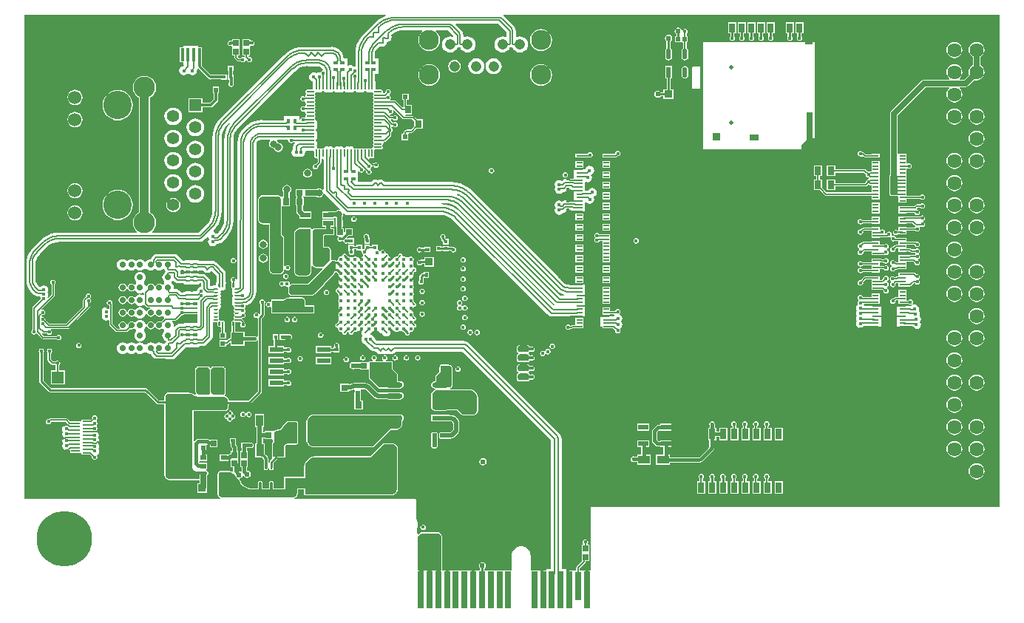
<source format=gtl>
G04*
G04 #@! TF.GenerationSoftware,Altium Limited,Altium Designer,21.6.4 (81)*
G04*
G04 Layer_Physical_Order=1*
G04 Layer_Color=255*
%FSLAX44Y44*%
%MOMM*%
G71*
G04*
G04 #@! TF.SameCoordinates,3EDC82D6-234A-4603-B505-91B76C251D76*
G04*
G04*
G04 #@! TF.FilePolarity,Positive*
G04*
G01*
G75*
%ADD11C,0.2540*%
%ADD16C,0.1524*%
%ADD17C,0.1270*%
%ADD20C,0.2032*%
%ADD24R,0.7112X4.1910*%
%ADD25R,0.7112X3.3000*%
%ADD26O,0.2000X0.9500*%
%ADD27O,0.9500X0.2000*%
%ADD28R,6.2000X6.2000*%
%ADD29R,1.5500X0.6000*%
%ADD30R,1.4562X1.3781*%
G04:AMPARAMS|DCode=31|XSize=1.9296mm|YSize=0.6121mm|CornerRadius=0.3061mm|HoleSize=0mm|Usage=FLASHONLY|Rotation=180.000|XOffset=0mm|YOffset=0mm|HoleType=Round|Shape=RoundedRectangle|*
%AMROUNDEDRECTD31*
21,1,1.9296,0.0000,0,0,180.0*
21,1,1.3175,0.6121,0,0,180.0*
1,1,0.6121,-0.6588,0.0000*
1,1,0.6121,0.6588,0.0000*
1,1,0.6121,0.6588,0.0000*
1,1,0.6121,-0.6588,0.0000*
%
%ADD31ROUNDEDRECTD31*%
%ADD32R,1.9296X0.6121*%
%ADD33R,0.6500X0.7000*%
%ADD34R,0.7600X1.2500*%
%ADD35R,0.5000X0.4000*%
%ADD36R,0.7500X1.0000*%
%ADD37R,0.9000X0.8000*%
%ADD38R,0.5100X0.4000*%
%ADD39R,1.1500X0.6000*%
%ADD40R,1.4000X0.9500*%
%ADD41R,0.5500X0.5500*%
%ADD42R,2.8500X1.4000*%
%ADD43R,0.9582X1.0061*%
%ADD44R,1.3781X1.4562*%
%ADD45C,0.1800*%
G04:AMPARAMS|DCode=46|XSize=0.2mm|YSize=0.5mm|CornerRadius=0.05mm|HoleSize=0mm|Usage=FLASHONLY|Rotation=180.000|XOffset=0mm|YOffset=0mm|HoleType=Round|Shape=RoundedRectangle|*
%AMROUNDEDRECTD46*
21,1,0.2000,0.4000,0,0,180.0*
21,1,0.1000,0.5000,0,0,180.0*
1,1,0.1000,-0.0500,0.2000*
1,1,0.1000,0.0500,0.2000*
1,1,0.1000,0.0500,-0.2000*
1,1,0.1000,-0.0500,-0.2000*
%
%ADD46ROUNDEDRECTD46*%
G04:AMPARAMS|DCode=47|XSize=0.5mm|YSize=0.2mm|CornerRadius=0.05mm|HoleSize=0mm|Usage=FLASHONLY|Rotation=180.000|XOffset=0mm|YOffset=0mm|HoleType=Round|Shape=RoundedRectangle|*
%AMROUNDEDRECTD47*
21,1,0.5000,0.1000,0,0,180.0*
21,1,0.4000,0.2000,0,0,180.0*
1,1,0.1000,-0.2000,0.0500*
1,1,0.1000,0.2000,0.0500*
1,1,0.1000,0.2000,-0.0500*
1,1,0.1000,-0.2000,-0.0500*
%
%ADD47ROUNDEDRECTD47*%
G04:AMPARAMS|DCode=48|XSize=0.565mm|YSize=0.2mm|CornerRadius=0.05mm|HoleSize=0mm|Usage=FLASHONLY|Rotation=0.000|XOffset=0mm|YOffset=0mm|HoleType=Round|Shape=RoundedRectangle|*
%AMROUNDEDRECTD48*
21,1,0.5650,0.1000,0,0,0.0*
21,1,0.4650,0.2000,0,0,0.0*
1,1,0.1000,0.2325,-0.0500*
1,1,0.1000,-0.2325,-0.0500*
1,1,0.1000,-0.2325,0.0500*
1,1,0.1000,0.2325,0.0500*
%
%ADD48ROUNDEDRECTD48*%
%ADD49R,1.0000X0.2300*%
%ADD50R,0.8500X0.2300*%
%ADD51R,0.7000X0.6500*%
%ADD52R,0.7000X0.2000*%
G04:AMPARAMS|DCode=53|XSize=0.762mm|YSize=1.27mm|CornerRadius=0.1905mm|HoleSize=0mm|Usage=FLASHONLY|Rotation=90.000|XOffset=0mm|YOffset=0mm|HoleType=Round|Shape=RoundedRectangle|*
%AMROUNDEDRECTD53*
21,1,0.7620,0.8890,0,0,90.0*
21,1,0.3810,1.2700,0,0,90.0*
1,1,0.3810,0.4445,0.1905*
1,1,0.3810,0.4445,-0.1905*
1,1,0.3810,-0.4445,-0.1905*
1,1,0.3810,-0.4445,0.1905*
%
%ADD53ROUNDEDRECTD53*%
%ADD54R,0.9000X0.9300*%
%ADD55R,1.0500X0.7800*%
%ADD56R,1.1400X1.8300*%
%ADD57R,0.7000X3.3000*%
%ADD58R,0.8600X2.8000*%
%ADD59R,0.7000X1.1000*%
%ADD60R,0.8000X0.5500*%
G04:AMPARAMS|DCode=61|XSize=1.2196mm|YSize=0.5885mm|CornerRadius=0.2942mm|HoleSize=0mm|Usage=FLASHONLY|Rotation=90.000|XOffset=0mm|YOffset=0mm|HoleType=Round|Shape=RoundedRectangle|*
%AMROUNDEDRECTD61*
21,1,1.2196,0.0000,0,0,90.0*
21,1,0.6311,0.5885,0,0,90.0*
1,1,0.5885,0.0000,0.3156*
1,1,0.5885,0.0000,-0.3156*
1,1,0.5885,0.0000,-0.3156*
1,1,0.5885,0.0000,0.3156*
%
%ADD61ROUNDEDRECTD61*%
%ADD62R,0.5885X1.2196*%
%ADD63R,0.5153X0.4725*%
%ADD64R,0.9051X0.9062*%
%ADD65C,0.4500*%
%ADD66R,2.7000X0.8000*%
%ADD67R,0.4500X0.4500*%
%ADD68R,0.4000X0.5000*%
%ADD69R,0.9500X1.4500*%
%ADD70R,0.4500X0.4500*%
%ADD71R,0.7200X0.7200*%
%ADD72R,0.2925X0.5561*%
%ADD73R,0.6500X0.6500*%
G04:AMPARAMS|DCode=74|XSize=0.5561mm|YSize=0.2925mm|CornerRadius=0.1462mm|HoleSize=0mm|Usage=FLASHONLY|Rotation=270.000|XOffset=0mm|YOffset=0mm|HoleType=Round|Shape=RoundedRectangle|*
%AMROUNDEDRECTD74*
21,1,0.5561,0.0000,0,0,270.0*
21,1,0.2636,0.2925,0,0,270.0*
1,1,0.2925,0.0000,-0.1318*
1,1,0.2925,0.0000,0.1318*
1,1,0.2925,0.0000,0.1318*
1,1,0.2925,0.0000,-0.1318*
%
%ADD74ROUNDEDRECTD74*%
%ADD75R,7.5000X1.8000*%
%ADD76R,0.7000X1.3000*%
%ADD77R,0.9062X0.9051*%
%ADD78R,0.4000X1.5000*%
%ADD79R,0.8000X0.9000*%
%ADD80R,0.5200X0.5200*%
G04:AMPARAMS|DCode=81|XSize=0.55mm|YSize=0.5mm|CornerRadius=0.0625mm|HoleSize=0mm|Usage=FLASHONLY|Rotation=270.000|XOffset=0mm|YOffset=0mm|HoleType=Round|Shape=RoundedRectangle|*
%AMROUNDEDRECTD81*
21,1,0.5500,0.3750,0,0,270.0*
21,1,0.4250,0.5000,0,0,270.0*
1,1,0.1250,-0.1875,-0.2125*
1,1,0.1250,-0.1875,0.2125*
1,1,0.1250,0.1875,0.2125*
1,1,0.1250,0.1875,-0.2125*
%
%ADD81ROUNDEDRECTD81*%
%ADD82R,0.6682X0.6725*%
%ADD83R,0.6000X0.5500*%
%ADD84R,0.7581X0.8121*%
%ADD85R,0.7121X0.7811*%
%ADD86R,0.8065X1.3082*%
%ADD87R,0.4725X0.4682*%
%ADD88R,0.7500X0.9000*%
%ADD89R,1.2000X3.7000*%
%ADD98R,2.7100X3.3500*%
G04:AMPARAMS|DCode=105|XSize=1.2mm|YSize=3.2mm|CornerRadius=0.048mm|HoleSize=0mm|Usage=FLASHONLY|Rotation=180.000|XOffset=0mm|YOffset=0mm|HoleType=Round|Shape=RoundedRectangle|*
%AMROUNDEDRECTD105*
21,1,1.2000,3.1040,0,0,180.0*
21,1,1.1040,3.2000,0,0,180.0*
1,1,0.0960,-0.5520,1.5520*
1,1,0.0960,0.5520,1.5520*
1,1,0.0960,0.5520,-1.5520*
1,1,0.0960,-0.5520,-1.5520*
%
%ADD105ROUNDEDRECTD105*%
G04:AMPARAMS|DCode=106|XSize=0.565mm|YSize=0.4mm|CornerRadius=0.05mm|HoleSize=0mm|Usage=FLASHONLY|Rotation=0.000|XOffset=0mm|YOffset=0mm|HoleType=Round|Shape=RoundedRectangle|*
%AMROUNDEDRECTD106*
21,1,0.5650,0.3000,0,0,0.0*
21,1,0.4650,0.4000,0,0,0.0*
1,1,0.1000,0.2325,-0.1500*
1,1,0.1000,-0.2325,-0.1500*
1,1,0.1000,-0.2325,0.1500*
1,1,0.1000,0.2325,0.1500*
%
%ADD106ROUNDEDRECTD106*%
%ADD124R,1.7000X1.1000*%
G04:AMPARAMS|DCode=129|XSize=1.5mm|YSize=2.55mm|CornerRadius=0.75mm|HoleSize=0mm|Usage=FLASHONLY|Rotation=270.000|XOffset=0mm|YOffset=0mm|HoleType=Round|Shape=RoundedRectangle|*
%AMROUNDEDRECTD129*
21,1,1.5000,1.0500,0,0,270.0*
21,1,0.0000,2.5500,0,0,270.0*
1,1,1.5000,-0.5250,0.0000*
1,1,1.5000,-0.5250,0.0000*
1,1,1.5000,0.5250,0.0000*
1,1,1.5000,0.5250,0.0000*
%
%ADD129ROUNDEDRECTD129*%
%ADD139C,0.5000*%
%ADD140C,0.3810*%
%ADD141C,0.6350*%
%ADD142C,0.5080*%
%ADD143C,0.3048*%
%ADD144C,0.1778*%
%ADD145C,1.0160*%
%ADD146R,1.4000X0.7500*%
%ADD147R,0.3000X0.7000*%
%ADD148R,2.7000X1.2000*%
%ADD149O,2.0000X0.9144*%
%ADD150C,1.2080*%
%ADD151C,2.3000*%
%ADD152C,6.3500*%
%ADD153C,0.7000*%
%ADD154C,1.6200*%
%ADD155C,1.5300*%
%ADD156C,1.3980*%
%ADD157O,1.4000X1.9500*%
%ADD158R,1.3980X1.3980*%
%ADD159C,2.4450*%
%ADD160C,3.2500*%
%ADD161C,2.7000*%
%ADD162C,0.4064*%
%ADD163C,0.6096*%
%ADD164C,0.5080*%
%ADD165C,0.8128*%
%ADD166C,0.3048*%
%ADD167C,2.0320*%
G36*
X393832Y561082D02*
X395171Y560187D01*
X396750Y559873D01*
X398330Y560187D01*
X398750Y560468D01*
X399171Y560187D01*
X400750Y559873D01*
X400899Y559902D01*
X402232Y558901D01*
X402296Y558453D01*
X401851Y557787D01*
X401694Y557000D01*
X401851Y556213D01*
X402296Y555546D01*
Y554453D01*
X401851Y553787D01*
X401694Y553000D01*
X401851Y552213D01*
X402296Y551547D01*
Y550453D01*
X401851Y549787D01*
X401694Y549000D01*
X401851Y548213D01*
X402296Y547547D01*
Y546453D01*
X401851Y545787D01*
X401694Y545000D01*
X401851Y544213D01*
X402296Y543546D01*
Y542453D01*
X401851Y541787D01*
X401694Y541000D01*
X401851Y540213D01*
X402296Y539547D01*
Y538453D01*
X401851Y537787D01*
X401694Y537000D01*
X401851Y536213D01*
X402296Y535546D01*
Y534453D01*
X401851Y533787D01*
X401694Y533000D01*
X401851Y532213D01*
X402296Y531547D01*
Y530453D01*
X401851Y529787D01*
X401694Y529000D01*
X401851Y528213D01*
X402296Y527547D01*
Y526453D01*
X401851Y525787D01*
X401694Y525000D01*
X401851Y524213D01*
X402296Y523546D01*
Y522453D01*
X401851Y521787D01*
X401694Y521000D01*
X401851Y520213D01*
X402296Y519547D01*
Y518453D01*
X401851Y517787D01*
X401694Y517000D01*
X401851Y516213D01*
X402296Y515546D01*
Y514453D01*
X401851Y513787D01*
X401694Y513000D01*
X401851Y512213D01*
X402296Y511547D01*
Y510453D01*
X401851Y509787D01*
X401694Y509000D01*
X401851Y508213D01*
X402296Y507547D01*
Y506453D01*
X401851Y505787D01*
X401694Y505000D01*
X401851Y504213D01*
X402296Y503546D01*
Y502453D01*
X401851Y501787D01*
X401694Y501000D01*
X401851Y500213D01*
X402296Y499547D01*
Y498453D01*
X401851Y497787D01*
X401694Y497000D01*
X400750Y496055D01*
X399963Y495899D01*
X399296Y495453D01*
X398203D01*
X397537Y495899D01*
X396750Y496055D01*
X395963Y495899D01*
X395297Y495453D01*
X394203D01*
X393537Y495899D01*
X392750Y496055D01*
X391963Y495899D01*
X391297Y495453D01*
X390203D01*
X389537Y495899D01*
X388750Y496055D01*
X387963Y495899D01*
X387296Y495453D01*
X386203D01*
X385537Y495899D01*
X384750Y496055D01*
X383963Y495899D01*
X383297Y495453D01*
X382203D01*
X381537Y495899D01*
X380750Y496055D01*
X380304Y495967D01*
X379668Y496918D01*
X378329Y497813D01*
X376750Y498127D01*
X375171Y497813D01*
X374750Y497532D01*
X374329Y497813D01*
X372750Y498127D01*
X371171Y497813D01*
X369832Y496918D01*
X369431Y496318D01*
X368069D01*
X367668Y496918D01*
X366329Y497813D01*
X364750Y498127D01*
X363171Y497813D01*
X362750Y497532D01*
X362329Y497813D01*
X360750Y498127D01*
X359171Y497813D01*
X357832Y496918D01*
X357431Y496318D01*
X356069D01*
X355668Y496918D01*
X354329Y497813D01*
X352750Y498127D01*
X351171Y497813D01*
X350750Y497532D01*
X350329Y497813D01*
X348750Y498127D01*
X347171Y497813D01*
X345832Y496918D01*
X345196Y495967D01*
X344750Y496055D01*
X343963Y495899D01*
X343297Y495453D01*
X342203D01*
X341537Y495899D01*
X340750Y496055D01*
X339963Y495899D01*
X339296Y495453D01*
X338805D01*
X337788Y496551D01*
X337877Y497000D01*
X337563Y498579D01*
X337282Y499000D01*
X337563Y499421D01*
X337877Y501000D01*
X337563Y502579D01*
X336668Y503918D01*
X336068Y504319D01*
Y505681D01*
X336668Y506082D01*
X337563Y507421D01*
X337877Y509000D01*
X337563Y510579D01*
X337282Y511000D01*
X337563Y511421D01*
X337877Y513000D01*
X337563Y514579D01*
X336668Y515918D01*
X336068Y516319D01*
Y517681D01*
X336668Y518082D01*
X337563Y519421D01*
X337877Y521000D01*
X337563Y522579D01*
X337282Y523000D01*
X337563Y523420D01*
X337877Y525000D01*
X337563Y526579D01*
X336668Y527918D01*
X335717Y528554D01*
X335806Y529000D01*
X335649Y529787D01*
X335204Y530453D01*
Y531547D01*
X335649Y532213D01*
X335806Y533000D01*
X335649Y533787D01*
X335204Y534454D01*
Y535547D01*
X335649Y536213D01*
X335806Y537000D01*
X335649Y537787D01*
X335204Y538453D01*
Y539547D01*
X335649Y540213D01*
X335806Y541000D01*
X335649Y541787D01*
X335204Y542453D01*
Y543547D01*
X335649Y544213D01*
X335806Y545000D01*
X335649Y545787D01*
X335204Y546454D01*
Y547547D01*
X335649Y548213D01*
X335806Y549000D01*
X335649Y549787D01*
X335204Y550453D01*
Y551547D01*
X335649Y552213D01*
X335806Y553000D01*
X335649Y553787D01*
X335204Y554454D01*
Y555547D01*
X335649Y556213D01*
X335806Y557000D01*
X335649Y557787D01*
X335204Y558453D01*
X335268Y558901D01*
X336601Y559902D01*
X336750Y559873D01*
X338329Y560187D01*
X338750Y560468D01*
X339170Y560187D01*
X340750Y559873D01*
X342329Y560187D01*
X343668Y561082D01*
X344069Y561682D01*
X345431D01*
X345832Y561082D01*
X347171Y560187D01*
X348750Y559873D01*
X350329Y560187D01*
X350750Y560468D01*
X351171Y560187D01*
X352750Y559873D01*
X354329Y560187D01*
X355668Y561082D01*
X356069Y561682D01*
X357431D01*
X357832Y561082D01*
X359171Y560187D01*
X360750Y559873D01*
X362329Y560187D01*
X362750Y560468D01*
X363171Y560187D01*
X364750Y559873D01*
X366329Y560187D01*
X367668Y561082D01*
X368069Y561682D01*
X369431D01*
X369832Y561082D01*
X371171Y560187D01*
X372750Y559873D01*
X374329Y560187D01*
X374750Y560468D01*
X375171Y560187D01*
X376750Y559873D01*
X378329Y560187D01*
X379668Y561082D01*
X380069Y561682D01*
X381431D01*
X381832Y561082D01*
X383171Y560187D01*
X384750Y559873D01*
X386329Y560187D01*
X386750Y560468D01*
X387170Y560187D01*
X388750Y559873D01*
X390329Y560187D01*
X391668Y561082D01*
X392069Y561682D01*
X393431D01*
X393832Y561082D01*
D02*
G37*
G36*
X237624Y524141D02*
X237325Y523792D01*
X234683Y519479D01*
X232747Y514807D01*
X231566Y509889D01*
X231170Y504847D01*
X231197D01*
Y414059D01*
X231224Y413924D01*
X230858Y410217D01*
X229738Y406522D01*
X227918Y403118D01*
X225557Y400241D01*
X225445Y400166D01*
X225443Y400163D01*
X225441Y400162D01*
X223232Y397953D01*
X221968Y398077D01*
X221663Y398534D01*
X219982Y399657D01*
X218999Y399853D01*
X218893Y400204D01*
X218842Y401453D01*
X222127Y405299D01*
X224769Y409611D01*
X226705Y414284D01*
X227886Y419202D01*
X228282Y424244D01*
X228255D01*
Y507603D01*
X228222Y507770D01*
X228622Y511835D01*
X229857Y515905D01*
X231862Y519656D01*
X234453Y522814D01*
X234595Y522908D01*
X236690Y525004D01*
X237624Y524141D01*
D02*
G37*
G36*
X356250Y397500D02*
X346500D01*
X346500Y397500D01*
X346110Y397462D01*
X345389Y397163D01*
X344837Y396611D01*
X344538Y395890D01*
X344500Y395500D01*
Y393047D01*
X344459D01*
Y388000D01*
Y381953D01*
X350414D01*
X352500Y379867D01*
Y367500D01*
X345000Y360000D01*
X336505D01*
X334668Y360761D01*
X333261Y362168D01*
X332500Y364005D01*
Y365000D01*
Y388000D01*
Y390497D01*
Y400000D01*
X332500Y400536D01*
X332782Y401570D01*
X333326Y402493D01*
X334095Y403241D01*
X334563Y403500D01*
X356250Y403500D01*
Y397500D01*
D02*
G37*
G36*
X318750Y403750D02*
X330000Y403750D01*
Y355000D01*
X330000Y355000D01*
X330000Y354005D01*
X329239Y352168D01*
X327832Y350761D01*
X325994Y350000D01*
X317500D01*
X316505Y350000D01*
X314668Y350761D01*
X313261Y352168D01*
X312500Y354005D01*
X312500Y355000D01*
Y397500D01*
X312500Y398743D01*
X313451Y401040D01*
X315210Y402799D01*
X317507Y403750D01*
X318750Y403750D01*
D02*
G37*
G36*
X242533Y341424D02*
X242674Y341283D01*
X242750Y341099D01*
X242750Y341000D01*
X242750Y341000D01*
Y337400D01*
X241850Y336500D01*
X241150D01*
X240967Y336576D01*
X240826Y336717D01*
X240750Y336900D01*
Y337000D01*
Y337000D01*
X240750Y341000D01*
X240750Y341099D01*
X240826Y341283D01*
X240967Y341424D01*
X241151Y341500D01*
X241250D01*
X241250Y341500D01*
X242250Y341500D01*
X242349Y341500D01*
X242533Y341424D01*
D02*
G37*
G36*
X248033Y335924D02*
X248174Y335783D01*
X248250Y335600D01*
X248250Y335500D01*
X248250Y334500D01*
X248250Y334500D01*
Y334401D01*
X248174Y334217D01*
X248033Y334076D01*
X247849Y334000D01*
X247750Y334000D01*
X243750D01*
X243750Y334000D01*
X243650D01*
X243467Y334076D01*
X243326Y334217D01*
X243250Y334401D01*
Y334500D01*
Y335100D01*
X244150Y336000D01*
X247750D01*
X247849Y336000D01*
X248033Y335924D01*
D02*
G37*
G36*
X359000Y366000D02*
Y358414D01*
X356586Y352586D01*
X335000Y330000D01*
X332000Y328000D01*
X308000D01*
X306000Y330000D01*
Y337000D01*
X309000Y340000D01*
X328000D01*
X355000Y367000D01*
X358000D01*
X359000Y366000D01*
D02*
G37*
G36*
X500233Y443135D02*
X504301Y440961D01*
X507708Y438165D01*
X507824Y437991D01*
X591915Y353900D01*
X591915Y353900D01*
X612479Y333336D01*
X612486Y333329D01*
X612474Y333308D01*
X612474Y333308D01*
X612477Y333305D01*
X613396Y332551D01*
X613422Y332529D01*
X613427Y332525D01*
X615559Y330776D01*
X619074Y328897D01*
X620515Y328460D01*
X620327Y327190D01*
X616711D01*
X508934Y434966D01*
X508050Y435879D01*
X508050Y435879D01*
X504359Y439031D01*
X500219Y441568D01*
X498017Y442480D01*
X498446Y443677D01*
X500233Y443135D01*
D02*
G37*
G36*
X484788Y433151D02*
Y433151D01*
X486027Y433076D01*
X488804Y432803D01*
X492666Y431631D01*
X496224Y429729D01*
X499207Y427281D01*
X499291Y427155D01*
X499295Y427153D01*
X499303Y427147D01*
X499311Y427135D01*
X607785Y318662D01*
X608677Y317757D01*
X608677Y317757D01*
X609374Y317223D01*
X609077Y315849D01*
X608797Y315784D01*
X502090Y422491D01*
X502090Y422491D01*
X502108Y422509D01*
X498264Y425791D01*
X493953Y428433D01*
X489281Y430368D01*
X484365Y431549D01*
X480136Y431881D01*
X480186Y433151D01*
X483538D01*
X484788Y433151D01*
D02*
G37*
G36*
X247750Y300000D02*
X247849Y300000D01*
X248033Y299924D01*
X248174Y299783D01*
X248250Y299599D01*
Y299500D01*
X248250D01*
X248250Y298500D01*
X248250Y298400D01*
X248174Y298217D01*
X248033Y298076D01*
X247849Y298000D01*
X247750Y298000D01*
X247750Y298000D01*
X244150D01*
X243250Y298900D01*
Y299500D01*
Y299599D01*
X243326Y299783D01*
X243467Y299924D01*
X243650Y300000D01*
X243750D01*
X243750Y300000D01*
X247750Y300000D01*
D02*
G37*
G36*
X242750Y296600D02*
Y293000D01*
X242750D01*
X242750Y292901D01*
X242674Y292717D01*
X242533Y292576D01*
X242349Y292500D01*
X242250Y292500D01*
X241250Y292500D01*
X241250Y292500D01*
X241151D01*
X240967Y292576D01*
X240826Y292717D01*
X240750Y292901D01*
X240750Y293000D01*
X240750Y297000D01*
Y297099D01*
X240826Y297283D01*
X240967Y297424D01*
X241150Y297500D01*
X241250D01*
X241850Y297500D01*
X242750Y296600D01*
D02*
G37*
G36*
X416613Y649000D02*
X416941Y647788D01*
X414903Y646944D01*
X413732Y646486D01*
X413490Y646457D01*
X413461Y646444D01*
X413461D01*
X412338Y645851D01*
X411933Y645683D01*
X407621Y643041D01*
X404722Y640565D01*
X403775Y639756D01*
X403794Y639737D01*
X403794Y639737D01*
X391790Y627732D01*
X390903Y626846D01*
X390884Y626865D01*
X390075Y625918D01*
X390075Y625918D01*
X387599Y623019D01*
X384957Y618707D01*
X383021Y614034D01*
X381840Y609116D01*
X381444Y604075D01*
X381471D01*
Y589648D01*
X381343Y589543D01*
X379987Y589274D01*
X379603Y589847D01*
X377923Y590970D01*
X375941Y591365D01*
X373959Y590970D01*
X373432Y590618D01*
X372675Y590874D01*
X372162Y591297D01*
Y599048D01*
X367929D01*
X367564Y601818D01*
X366174Y605174D01*
X363962Y608056D01*
X361080Y610268D01*
X357724Y611658D01*
X354122Y612132D01*
Y612085D01*
X322179D01*
Y612112D01*
X317137Y611716D01*
X312219Y610535D01*
X307547Y608600D01*
X303235Y605957D01*
X299389Y602672D01*
X299408Y602653D01*
X228027Y531272D01*
X227110Y530393D01*
X223825Y526548D01*
X221182Y522235D01*
X219247Y517563D01*
X218066Y512645D01*
X217670Y507603D01*
X217697D01*
Y424244D01*
X217730Y424077D01*
X217330Y420011D01*
X216095Y415941D01*
X214090Y412191D01*
X211499Y409033D01*
X211357Y408938D01*
X201924Y399505D01*
X149137D01*
X148729Y400708D01*
X149444Y401256D01*
X151566Y404022D01*
X152900Y407243D01*
X153355Y410700D01*
X152900Y414157D01*
X151566Y417378D01*
X149444Y420144D01*
X146678Y422266D01*
X146215Y422457D01*
Y553843D01*
X146678Y554034D01*
X149444Y556156D01*
X151566Y558922D01*
X152900Y562143D01*
X153355Y565600D01*
X152900Y569057D01*
X151566Y572278D01*
X149444Y575044D01*
X146678Y577166D01*
X143457Y578500D01*
X140000Y578955D01*
X136543Y578500D01*
X133322Y577166D01*
X130556Y575044D01*
X128434Y572278D01*
X127100Y569057D01*
X126645Y565600D01*
X127100Y562143D01*
X128434Y558922D01*
X130556Y556156D01*
X133322Y554034D01*
X133785Y553843D01*
Y422457D01*
X133322Y422266D01*
X130556Y420144D01*
X128434Y417378D01*
X127100Y414157D01*
X126645Y410700D01*
X127100Y407243D01*
X128434Y404022D01*
X130556Y401256D01*
X131271Y400708D01*
X130863Y399505D01*
X43044D01*
Y399532D01*
X38002Y399136D01*
X33084Y397955D01*
X28411Y396020D01*
X24099Y393377D01*
X21200Y390901D01*
X20253Y390092D01*
X19375Y389175D01*
X12712Y382512D01*
X12703Y382521D01*
X9907Y379248D01*
X7658Y375578D01*
X6982Y373944D01*
D01*
X6271Y372230D01*
X6011Y371601D01*
X5006Y367415D01*
X4668Y363124D01*
X4681D01*
Y345166D01*
X4661D01*
X5029Y341423D01*
X6121Y337823D01*
X7894Y334506D01*
X9498Y332552D01*
X10280Y331598D01*
X10281Y331598D01*
X10295Y331612D01*
X13552Y328355D01*
X13638Y328298D01*
X15082Y327190D01*
X15206Y327095D01*
X17152Y326289D01*
X19194Y326020D01*
X19240Y326011D01*
X20471D01*
X21088Y325088D01*
X21462Y324837D01*
X21471Y323468D01*
X12127Y314123D01*
X11705Y313493D01*
X11558Y312750D01*
Y288118D01*
X11302Y287948D01*
X10629Y286939D01*
X10392Y285750D01*
X10629Y284561D01*
X11302Y283552D01*
X12311Y282879D01*
X13500Y282642D01*
X14689Y282879D01*
X15697Y283552D01*
X15790Y283691D01*
X17054Y283815D01*
X22810Y278060D01*
X23356Y277695D01*
X24000Y277567D01*
X39209D01*
X39553Y277052D01*
X40561Y276379D01*
X41750Y276142D01*
X42939Y276379D01*
X43948Y277052D01*
X44621Y278061D01*
X44858Y279250D01*
X44621Y280439D01*
X43948Y281448D01*
X42939Y282121D01*
X41750Y282358D01*
X40561Y282121D01*
X39553Y281448D01*
X39209Y280933D01*
X24697D01*
X22423Y283208D01*
X23232Y284195D01*
X23606Y283945D01*
X24250Y283817D01*
X28379D01*
X28723Y283302D01*
X29731Y282629D01*
X30920Y282392D01*
X32109Y282629D01*
X33117Y283302D01*
X33791Y284311D01*
X34028Y285500D01*
X33791Y286689D01*
X33117Y287698D01*
X32849Y287877D01*
X33235Y289147D01*
X52052D01*
Y289122D01*
X53192Y289348D01*
X54145Y289986D01*
X54135Y289996D01*
X54136Y290007D01*
X76575Y312447D01*
X76592Y312448D01*
X76599Y312441D01*
X77232Y313388D01*
X77458Y314528D01*
X77433D01*
X77433Y314528D01*
Y318709D01*
X77948Y319053D01*
X78621Y320061D01*
X78858Y321250D01*
X78621Y322439D01*
X77948Y323447D01*
Y324303D01*
X78621Y325311D01*
X78858Y326500D01*
X78621Y327689D01*
X77948Y328698D01*
X76939Y329371D01*
X75750Y329608D01*
X74561Y329371D01*
X73552Y328698D01*
X72879Y327689D01*
X72642Y326500D01*
X72763Y325894D01*
X70310Y323440D01*
X69945Y322894D01*
X69817Y322250D01*
Y314926D01*
X69705Y314655D01*
X49961Y294911D01*
X49690Y294799D01*
X31368D01*
X31098Y294911D01*
X28168Y297841D01*
X27362Y298647D01*
X27362Y298741D01*
X27346Y298766D01*
X27318Y298784D01*
X27231Y298892D01*
X26555Y299736D01*
X26608Y300000D01*
X26371Y301189D01*
X25698Y302197D01*
X24689Y302871D01*
X23500Y303108D01*
X22739Y302956D01*
X22607Y303022D01*
X22238Y304040D01*
X23105Y304971D01*
X23500Y304892D01*
X24689Y305129D01*
X25698Y305802D01*
X26371Y306811D01*
X26608Y308000D01*
X26371Y309189D01*
X25698Y310198D01*
X24689Y310871D01*
X23500Y311108D01*
X22919Y310992D01*
X22293Y312162D01*
X36440Y326310D01*
X36805Y326856D01*
X36933Y327500D01*
Y339959D01*
X37448Y340303D01*
X38121Y341311D01*
X38358Y342500D01*
X38121Y343689D01*
X37448Y344697D01*
X36439Y345371D01*
X35250Y345608D01*
X34061Y345371D01*
X33052Y344697D01*
X32379Y343689D01*
X32142Y342500D01*
X32379Y341311D01*
X33052Y340303D01*
X33567Y339959D01*
Y328197D01*
X29887Y324518D01*
X29721Y324507D01*
X28546Y324972D01*
X28521Y325250D01*
X29535Y326768D01*
X29929Y328750D01*
X29535Y330732D01*
X29162Y331290D01*
X29535Y331848D01*
X29929Y333830D01*
X29535Y335812D01*
X28412Y337492D01*
X26732Y338615D01*
X24750Y339010D01*
X22768Y338615D01*
X21088Y337492D01*
X19475Y337365D01*
X18654Y338186D01*
X18649Y338188D01*
X18647Y338192D01*
X18534Y338268D01*
X16762Y340577D01*
X15593Y343400D01*
X15212Y346292D01*
X15239Y346428D01*
Y363124D01*
X15237Y363137D01*
X15222Y363213D01*
X15537Y366419D01*
X16498Y369587D01*
X18059Y372506D01*
X20099Y374992D01*
X20172Y375041D01*
X20174Y375044D01*
X20178Y375047D01*
X27738Y382607D01*
X27833Y382749D01*
X30991Y385340D01*
X34741Y387345D01*
X38811Y388580D01*
X42877Y388980D01*
X43044Y388947D01*
X202953D01*
X203000Y388956D01*
X205042Y389225D01*
X206989Y390031D01*
X208589Y391259D01*
X208641Y391294D01*
X208641Y391294D01*
X208652Y391301D01*
X209540Y392190D01*
X211641Y394291D01*
X213019Y393873D01*
X213215Y392890D01*
X213852Y391936D01*
X213215Y390982D01*
X212820Y389000D01*
X213215Y387018D01*
X214338Y385337D01*
X216018Y384215D01*
X218000Y383820D01*
X219982Y384215D01*
X221663Y385337D01*
X222544Y386657D01*
X223523D01*
X223570Y386666D01*
X225612Y386935D01*
X227558Y387741D01*
X229159Y388969D01*
X229211Y389004D01*
X229212Y389004D01*
X229222Y389011D01*
X230110Y389900D01*
X233799Y393588D01*
X233807Y393580D01*
X234600Y394508D01*
X234612Y394522D01*
X234612Y394522D01*
X236577Y396823D01*
X238805Y400459D01*
X240437Y404398D01*
X241432Y408545D01*
X241767Y412796D01*
X241755D01*
Y504847D01*
X241722Y505014D01*
X242122Y509079D01*
X243357Y513149D01*
X245362Y516900D01*
X247953Y520058D01*
X248095Y520152D01*
X312027Y584085D01*
X312027Y584085D01*
X312027Y584085D01*
X312957Y584905D01*
X315113Y586674D01*
X318670Y588575D01*
X321748Y589509D01*
X322961Y589788D01*
X322962Y589788D01*
X326393Y590126D01*
X326542Y590097D01*
X338335D01*
X338342Y590098D01*
X338656Y590057D01*
X339833Y589902D01*
D01*
X341025Y589472D01*
X341666Y589207D01*
X342933Y588234D01*
D01*
X343703Y587291D01*
X344104Y586768D01*
X344351Y586173D01*
X343752Y585053D01*
X343733Y585050D01*
X342725Y584376D01*
X342051Y583368D01*
X341269Y582845D01*
X339945Y583109D01*
X337963Y582715D01*
X336788Y581930D01*
X335614Y582715D01*
X333632Y583109D01*
X331650Y582715D01*
X329969Y581592D01*
X328847Y579911D01*
X328452Y577929D01*
X328847Y575947D01*
X329969Y574267D01*
X331650Y573144D01*
X332900Y572895D01*
X332623Y571500D01*
Y564000D01*
X331848Y563055D01*
X326250D01*
X325463Y562899D01*
X324796Y562453D01*
X324351Y561787D01*
X324194Y561000D01*
X324351Y560213D01*
X324796Y559547D01*
Y558453D01*
X324351Y557787D01*
X324194Y557000D01*
X324351Y556213D01*
X324352Y556212D01*
X324341Y556179D01*
X323445Y555283D01*
X322939Y555621D01*
X321750Y555858D01*
X320561Y555621D01*
X319552Y554948D01*
X318879Y553939D01*
X318642Y552750D01*
X318879Y551561D01*
X319552Y550552D01*
X320561Y549879D01*
X321750Y549642D01*
X322939Y549879D01*
X323095Y549983D01*
X324238Y549219D01*
X324194Y549000D01*
X324351Y548213D01*
X324796Y547547D01*
Y546453D01*
X324351Y545787D01*
X324194Y545000D01*
X324296Y544492D01*
X323590Y543820D01*
X323266Y543653D01*
X322939Y543871D01*
X321750Y544108D01*
X320561Y543871D01*
X319552Y543198D01*
X318879Y542189D01*
X318642Y541000D01*
X318879Y539811D01*
X319552Y538802D01*
X320561Y538129D01*
X321750Y537892D01*
X322939Y538129D01*
X323266Y538347D01*
X323590Y538180D01*
X324296Y537508D01*
X324194Y537000D01*
X324351Y536213D01*
X324796Y535546D01*
Y534453D01*
X324351Y533787D01*
X324194Y533000D01*
X324314Y532397D01*
X323895Y531932D01*
X323285Y531557D01*
X323189Y531621D01*
X322000Y531858D01*
X320811Y531621D01*
X319802Y530947D01*
X319129Y529939D01*
X319121Y529900D01*
X317662Y529073D01*
X317548Y529114D01*
Y532548D01*
X299452D01*
Y528279D01*
X274925D01*
X274925Y528279D01*
Y528295D01*
X270463Y527944D01*
X266112Y526899D01*
X261977Y525187D01*
X258161Y522848D01*
X254758Y519942D01*
X254758Y519942D01*
X253854Y519061D01*
X253841Y519074D01*
X250672Y515213D01*
X248318Y510808D01*
X246868Y506029D01*
X246501Y502299D01*
X246379Y501059D01*
X246430D01*
Y488471D01*
X246424Y488444D01*
X246348Y346022D01*
X245078Y345898D01*
X244871Y346939D01*
X244198Y347948D01*
X243189Y348621D01*
X242000Y348858D01*
X240811Y348621D01*
X239802Y347948D01*
X239129Y346939D01*
X238892Y345750D01*
X239129Y344561D01*
X239802Y343553D01*
X239937Y343462D01*
Y341831D01*
X239810Y341704D01*
X239734Y341521D01*
X239734Y341302D01*
X239650Y341100D01*
X239650Y341000D01*
X239650Y341000D01*
X239650Y341000D01*
X239650Y336900D01*
X239726Y336717D01*
X239726Y336717D01*
X239727Y336716D01*
X239734Y336698D01*
X239734Y336480D01*
X239810Y336296D01*
X239951Y336155D01*
Y336155D01*
X239965Y336141D01*
X240049Y335939D01*
X240189Y335799D01*
X240189Y335798D01*
X240274Y335763D01*
X240142Y335100D01*
Y334401D01*
X240142Y334401D01*
X240142Y334401D01*
Y334401D01*
X240252Y333851D01*
X240379Y333212D01*
X240379Y333211D01*
X240379Y333211D01*
X240379Y333211D01*
X240455Y333028D01*
X240455Y333028D01*
X240455Y333027D01*
X240479Y332991D01*
X240408Y332884D01*
X240133Y331500D01*
Y330500D01*
X240408Y329116D01*
X241192Y327942D01*
X241489Y327744D01*
Y326256D01*
X241192Y326058D01*
X240408Y324884D01*
X240133Y323500D01*
Y322500D01*
X240408Y321116D01*
X240485Y321000D01*
X240408Y320884D01*
X240133Y319500D01*
Y318500D01*
X240408Y317116D01*
X241192Y315942D01*
X242109Y315329D01*
Y314500D01*
X242590Y313340D01*
X242590Y312660D01*
X242109Y311500D01*
Y310500D01*
X242590Y309340D01*
X242590Y308660D01*
X242109Y307500D01*
Y306500D01*
X242590Y305340D01*
X242590Y304660D01*
X242109Y303500D01*
Y302500D01*
X242344Y301933D01*
X242553Y301189D01*
X242310Y300204D01*
X242234Y300020D01*
X242234Y299802D01*
X242227Y299783D01*
X241776Y298974D01*
X240967Y298524D01*
X240948Y298516D01*
X240730Y298516D01*
X240546Y298440D01*
X240405Y298299D01*
X240405D01*
X240391Y298285D01*
X240189Y298202D01*
X240189Y298201D01*
X240049Y298061D01*
X240048Y298061D01*
X239965Y297859D01*
X239951Y297845D01*
Y297845D01*
X239810Y297704D01*
X239734Y297520D01*
X239734Y297302D01*
X239726Y297283D01*
X239726Y297283D01*
X239650Y297099D01*
X239650Y293000D01*
X239650Y293000D01*
X239650Y293000D01*
X239650Y292900D01*
X239678Y292833D01*
Y285797D01*
X238453D01*
Y279532D01*
X237611Y278683D01*
X236819Y278525D01*
X236146Y278076D01*
X236146Y278076D01*
X234693Y276623D01*
X233516Y276266D01*
Y276266D01*
X233516Y276266D01*
X225984D01*
Y268734D01*
X233516D01*
Y270437D01*
X234358Y271286D01*
X235151Y271444D01*
X235823Y271893D01*
X237280Y273350D01*
X238453Y272864D01*
Y269984D01*
X255047D01*
Y275022D01*
X265349D01*
X266000Y274892D01*
X267189Y275129D01*
X268197Y275802D01*
X268399Y276104D01*
X269669Y275719D01*
Y217965D01*
X258774Y207070D01*
X236921D01*
X236100Y208340D01*
Y208597D01*
X236016Y208799D01*
Y209018D01*
X235559Y210120D01*
X235405Y210275D01*
X235321Y210477D01*
X234477Y211321D01*
X234275Y211405D01*
X234120Y211559D01*
X233573Y211786D01*
X233461D01*
X233367Y211848D01*
X232216Y212078D01*
X232117Y212270D01*
X231911Y213527D01*
X232473Y214090D01*
X232557Y214292D01*
X232712Y214446D01*
X233016Y215181D01*
Y215400D01*
X233100Y215602D01*
X233100Y242597D01*
X233016Y242799D01*
Y243018D01*
X232559Y244120D01*
X232405Y244275D01*
X232321Y244477D01*
X231477Y245321D01*
X231275Y245404D01*
X231120Y245559D01*
X230575Y245785D01*
X230464D01*
X230371Y245847D01*
X229216Y246078D01*
X229105Y246056D01*
X229000Y246100D01*
X229000D01*
X229000Y246100D01*
X219000Y246100D01*
X218403Y246100D01*
X218201Y246016D01*
X217982D01*
X216880Y245559D01*
X216725Y245405D01*
X216523Y245321D01*
X216330Y245128D01*
X215500Y244592D01*
X214673Y245126D01*
X214661Y245137D01*
X214477Y245321D01*
X214275Y245404D01*
X214120Y245559D01*
X213575Y245785D01*
X213463D01*
X213370Y245847D01*
X212216Y246078D01*
X212105Y246056D01*
X212001Y246100D01*
X212000D01*
X212000Y246100D01*
X202000Y246100D01*
X201403Y246100D01*
X201201Y246016D01*
X200982D01*
X199880Y245559D01*
X199725Y245405D01*
X199523Y245321D01*
X198679Y244477D01*
X198595Y244275D01*
X198441Y244120D01*
X197984Y243018D01*
Y242799D01*
X197900Y242597D01*
X197900Y242000D01*
Y218000D01*
X197900Y217204D01*
X197984Y217002D01*
Y216784D01*
X198593Y215313D01*
X198748Y215159D01*
X198831Y214956D01*
X199025Y214763D01*
X198518Y213474D01*
X198011Y213455D01*
X197840Y213530D01*
X197075Y213962D01*
X196052Y214548D01*
X195989Y214555D01*
X195946Y214601D01*
X194466Y215247D01*
X194386Y215248D01*
X194324Y215298D01*
X192528Y215803D01*
X192449Y215794D01*
X192380Y215834D01*
X190771Y216056D01*
X190710Y216040D01*
X190652Y216066D01*
X189485Y216099D01*
X189469Y216093D01*
X189453Y216099D01*
X189448D01*
X189448Y216100D01*
X167204Y216100D01*
X167002Y216016D01*
X166784D01*
X165313Y215407D01*
X165159Y215252D01*
X164956Y215169D01*
X163831Y214043D01*
X163748Y213841D01*
X163593Y213687D01*
X162984Y212216D01*
Y211998D01*
X162900Y211796D01*
Y207309D01*
X156667D01*
X144063Y219913D01*
X144063Y219913D01*
X144086Y219953D01*
X144087Y219953D01*
X142511Y221006D01*
X140628Y221381D01*
Y221331D01*
X140628Y221331D01*
X32965D01*
X24331Y229965D01*
Y261752D01*
X24871Y262561D01*
X25108Y263750D01*
X24871Y264939D01*
X24197Y265947D01*
X23189Y266621D01*
X22000Y266858D01*
X20811Y266621D01*
X19803Y265947D01*
X19129Y264939D01*
X18892Y263750D01*
X19129Y262561D01*
X19669Y261752D01*
Y229000D01*
X19847Y228108D01*
X20352Y227352D01*
X30352Y217352D01*
X31108Y216847D01*
X32000Y216669D01*
X140556D01*
X140628Y216597D01*
X140724Y216558D01*
X141654Y215730D01*
D01*
D01*
X154054Y203330D01*
X154810Y202825D01*
X155702Y202647D01*
X161630D01*
X162900Y202647D01*
Y196000D01*
Y122000D01*
Y121005D01*
X162984Y120803D01*
Y120585D01*
X163745Y118747D01*
X163900Y118592D01*
X163984Y118390D01*
X165390Y116984D01*
X165592Y116900D01*
X165747Y116745D01*
X167585Y115984D01*
X167803D01*
X168005Y115900D01*
X169000D01*
X169000Y115900D01*
X203062Y115900D01*
Y112547D01*
X200464D01*
Y101453D01*
X211547D01*
Y108023D01*
X211608Y108329D01*
Y118734D01*
X212016D01*
Y121477D01*
X212319Y121569D01*
X212528Y121740D01*
X212778Y121844D01*
X212841Y121997D01*
X212970Y122103D01*
X212996Y122372D01*
X213100Y122621D01*
X213100Y124000D01*
X213100Y124398D01*
X213016Y124600D01*
X213016Y124819D01*
X212711Y125554D01*
X212557Y125708D01*
X212473Y125910D01*
X211913Y126470D01*
X211649Y126580D01*
X211423Y126754D01*
X210646Y126964D01*
X210815Y128234D01*
X212016D01*
Y135766D01*
X206443D01*
X206155Y135823D01*
X202981D01*
X202381Y136464D01*
X202932Y137734D01*
X212016D01*
Y145266D01*
X209978D01*
Y150142D01*
X210828Y151414D01*
X211144Y153000D01*
X210828Y154586D01*
X210669Y154824D01*
X211133Y156406D01*
X211671Y156369D01*
X211879Y156230D01*
X213019Y156003D01*
X214734D01*
Y153734D01*
X223766D01*
Y162266D01*
X214734D01*
X214734Y162266D01*
X213551Y162477D01*
X213140Y162752D01*
X212000Y162978D01*
X201232D01*
X200092Y162752D01*
X199126Y162106D01*
X197370Y160350D01*
X196100Y160876D01*
Y194900D01*
X232597D01*
X232799Y194984D01*
X233018D01*
X234120Y195441D01*
X234275Y195595D01*
X234477Y195679D01*
X235321Y196523D01*
X235405Y196725D01*
X235559Y196880D01*
X236016Y197982D01*
Y198201D01*
X236100Y198403D01*
X236100Y201510D01*
X236998Y202408D01*
X259739D01*
X260631Y202586D01*
X261387Y203091D01*
X273648Y215352D01*
X274153Y216108D01*
X274331Y217000D01*
Y301035D01*
X276648Y303352D01*
X277153Y304108D01*
X277331Y305000D01*
Y318002D01*
X277871Y318811D01*
X278108Y320000D01*
X277871Y321189D01*
X277197Y322197D01*
X276189Y322871D01*
X275000Y323108D01*
X273811Y322871D01*
X272803Y322197D01*
X272129Y321189D01*
X271892Y320000D01*
X272129Y318811D01*
X272669Y318002D01*
Y306787D01*
X272131Y306366D01*
X271900Y306334D01*
X270564Y306648D01*
X270198Y307197D01*
X269189Y307871D01*
X268000Y308108D01*
X266811Y307871D01*
X265802Y307197D01*
X265129Y306189D01*
X264892Y305000D01*
X265129Y303811D01*
X265802Y302803D01*
X266811Y302129D01*
X268000Y301892D01*
X268399Y301972D01*
X269663Y301043D01*
X269669Y301028D01*
Y280281D01*
X268399Y279896D01*
X268197Y280198D01*
X267189Y280871D01*
X266000Y281108D01*
X265349Y280978D01*
X255047D01*
Y285797D01*
X243822D01*
Y292833D01*
X243850Y292901D01*
X243850Y293000D01*
X243850Y293000D01*
Y295727D01*
X244089Y296661D01*
X245023Y296900D01*
X247750D01*
X247750Y296900D01*
X247849Y296900D01*
X248033Y296976D01*
X248033Y296976D01*
X248051Y296984D01*
X248270D01*
X248454Y297060D01*
X248534Y297140D01*
X249810Y297118D01*
X250557Y296244D01*
X250553Y296197D01*
X249879Y295189D01*
X249642Y294000D01*
X249879Y292811D01*
X250553Y291803D01*
X251561Y291129D01*
X252750Y290892D01*
X253939Y291129D01*
X254947Y291803D01*
X255621Y292811D01*
X255858Y294000D01*
X255621Y295189D01*
X254947Y296197D01*
X254419Y296550D01*
Y297014D01*
X254291Y297658D01*
X253926Y298204D01*
X251940Y300190D01*
X251795Y300287D01*
X252291Y301484D01*
X252750Y301392D01*
X253939Y301629D01*
X254947Y302302D01*
X255621Y303311D01*
X255858Y304500D01*
X255621Y305689D01*
X254947Y306698D01*
X254697Y306864D01*
Y307722D01*
X255371Y308731D01*
X255608Y309920D01*
X255371Y311109D01*
X254697Y312118D01*
Y312803D01*
X255371Y313811D01*
X255608Y315000D01*
X255444Y315822D01*
X257705Y316508D01*
X260592Y318051D01*
X263123Y320127D01*
X265199Y322658D01*
X266742Y325545D01*
X267693Y328677D01*
X268013Y331935D01*
X268005D01*
Y500584D01*
X267983Y500695D01*
X268352Y502551D01*
X269404Y504124D01*
X269497Y504187D01*
X269564Y504286D01*
X271179Y505365D01*
X273084Y505744D01*
X273201Y505721D01*
X283501D01*
X283985Y504451D01*
X283083Y503101D01*
X282689Y501119D01*
X283083Y499136D01*
X284206Y497456D01*
X285886Y496333D01*
X287868Y495939D01*
X288266Y496018D01*
X288465Y495018D01*
X289587Y493338D01*
X291268Y492215D01*
X293250Y491820D01*
X295232Y492215D01*
X296912Y493338D01*
X298035Y495018D01*
X298430Y497000D01*
X298035Y498982D01*
X296912Y500662D01*
X295232Y501785D01*
X293250Y502179D01*
X292853Y502100D01*
X292654Y503101D01*
X291752Y504451D01*
X292236Y505721D01*
X304301D01*
X304892Y505000D01*
X305129Y503811D01*
X305802Y502803D01*
X306811Y502129D01*
X308000Y501892D01*
X309189Y502129D01*
X310198Y502803D01*
X310455Y503187D01*
X311967D01*
X312453Y502014D01*
X311095Y500655D01*
X310281Y499437D01*
X309995Y498000D01*
Y494774D01*
X308965Y493232D01*
X308570Y491250D01*
X308965Y489268D01*
X310088Y487588D01*
X311768Y486465D01*
X313750Y486071D01*
X315732Y486465D01*
X316375Y486894D01*
X317018Y486465D01*
X319000Y486071D01*
X320982Y486465D01*
X322663Y487588D01*
X323785Y489268D01*
X324179Y491250D01*
X324035Y491975D01*
X324229Y492424D01*
X325106Y493100D01*
X326250Y492873D01*
X333750D01*
X334695Y492098D01*
Y486500D01*
X334851Y485713D01*
X335297Y485047D01*
X335963Y484601D01*
X336750Y484445D01*
X337537Y484601D01*
X337667Y484688D01*
X338937Y484033D01*
Y480672D01*
X338934Y480671D01*
X338814Y480381D01*
X338815Y480378D01*
X336454Y478018D01*
X336000Y478108D01*
X334811Y477871D01*
X333802Y477197D01*
X333129Y476189D01*
X332892Y475000D01*
X333129Y473811D01*
X333802Y472803D01*
X334811Y472129D01*
X336000Y471892D01*
X337189Y472129D01*
X338198Y472803D01*
X338871Y473811D01*
X339108Y475000D01*
X339017Y475454D01*
X341590Y478027D01*
X341600Y478027D01*
X341615Y478013D01*
X342336Y479093D01*
X342593Y480381D01*
X342563D01*
Y483893D01*
X343621Y484543D01*
X344876Y484105D01*
X345198Y483239D01*
Y478453D01*
X345055Y477734D01*
Y448864D01*
X343785Y448479D01*
X343662Y448662D01*
X341982Y449785D01*
X340000Y450179D01*
X338018Y449785D01*
X337251Y449273D01*
X327250D01*
X327214Y449266D01*
X322734Y449266D01*
X321464Y449266D01*
X313234D01*
Y440734D01*
X314124D01*
Y439266D01*
X313234D01*
Y430734D01*
X314124D01*
Y423500D01*
X314124Y423500D01*
X314400Y422113D01*
X315186Y420936D01*
X317734Y418388D01*
Y415484D01*
X331266D01*
Y423516D01*
X322862D01*
X321376Y425002D01*
Y430734D01*
X322266D01*
Y439266D01*
X322266D01*
X322068Y440536D01*
X322266Y440734D01*
X323536Y440734D01*
X327214D01*
X327250Y440727D01*
X337251D01*
X338018Y440215D01*
X340000Y439821D01*
X341982Y440215D01*
X343662Y441338D01*
X344785Y443018D01*
X344956Y443878D01*
X345760Y444161D01*
X346314Y444193D01*
X363895Y426612D01*
X363269Y425441D01*
X362429Y425608D01*
X360447Y425214D01*
X358766Y424091D01*
X358428Y423586D01*
X350960D01*
X350610Y423516D01*
X343734D01*
Y415484D01*
X357266D01*
Y416334D01*
X359374D01*
Y413516D01*
X359234D01*
Y405984D01*
X359664D01*
Y400710D01*
X359664Y400710D01*
X359734Y400360D01*
Y395734D01*
X361816D01*
X362201Y394464D01*
X361802Y394198D01*
X361129Y393189D01*
X360892Y392000D01*
X361129Y390811D01*
X361802Y389803D01*
X362811Y389129D01*
X364000Y388892D01*
X365189Y389129D01*
X366198Y389803D01*
X366305Y389963D01*
X366688Y390040D01*
X366712Y390039D01*
X367879Y389381D01*
X368053Y389192D01*
X368129Y388811D01*
X368802Y387803D01*
X369811Y387129D01*
X371000Y386892D01*
X372189Y387129D01*
X372464Y387312D01*
X373734Y386980D01*
Y386734D01*
X380266D01*
Y393266D01*
X373734D01*
Y393020D01*
X372464Y392688D01*
X372189Y392871D01*
X372001Y392909D01*
X371583Y394287D01*
X373030Y395734D01*
X378266D01*
Y404266D01*
X369734D01*
Y399988D01*
X369536Y399856D01*
X368266Y400535D01*
Y404266D01*
X366916D01*
Y405984D01*
X367266D01*
Y413516D01*
X366626D01*
Y417566D01*
X367214Y418447D01*
X367608Y420429D01*
X367441Y421269D01*
X368611Y421895D01*
X369777Y420729D01*
X371037Y419887D01*
X371709Y419753D01*
X371709Y419753D01*
X371710Y419753D01*
X372283Y419639D01*
X372284Y419639D01*
X372524Y419591D01*
X372907Y419568D01*
Y419579D01*
X478060D01*
X479324Y419579D01*
X480561Y419501D01*
X483206Y419240D01*
X486939Y418108D01*
X490380Y416269D01*
X493260Y413906D01*
X493334Y413794D01*
X493345Y413787D01*
X493353Y413776D01*
X600573Y306557D01*
X601426Y305703D01*
X601477Y305665D01*
X601477Y305665D01*
X603418Y304176D01*
X604046Y303916D01*
X604336Y303722D01*
X605823Y303426D01*
X635335D01*
X635922Y303543D01*
X644663D01*
Y315543D01*
Y327543D01*
Y339639D01*
X636404D01*
X635714Y339699D01*
X635544Y339681D01*
X635377Y339714D01*
X627144D01*
X627026Y339691D01*
X624385Y340038D01*
X621815Y341103D01*
X619727Y342705D01*
X619671Y342788D01*
X616584Y345875D01*
X615924Y346874D01*
X615920Y346884D01*
X615914Y346880D01*
X614928Y347531D01*
X516065Y446394D01*
X515188Y447313D01*
X515188Y447313D01*
X512065Y449980D01*
X512046Y450009D01*
X511981Y450052D01*
X511147Y450765D01*
X506613Y453543D01*
X501700Y455578D01*
X496530Y456819D01*
X491229Y457237D01*
Y457207D01*
X415364D01*
X414372Y458692D01*
X412608Y459871D01*
X410526Y460285D01*
X408445Y459871D01*
X407478Y459225D01*
X406512Y459871D01*
X404430Y460285D01*
X402349Y459871D01*
X400585Y458692D01*
X399592Y457207D01*
X384548D01*
Y469254D01*
X385818Y469639D01*
X386206Y469059D01*
X387214Y468385D01*
X388403Y468149D01*
X389592Y468385D01*
X390601Y469059D01*
X391274Y470067D01*
X391324Y470316D01*
X392702Y470734D01*
X393983Y469454D01*
X393892Y469000D01*
X394129Y467811D01*
X394803Y466802D01*
X395811Y466129D01*
X397000Y465892D01*
X398189Y466129D01*
X399198Y466802D01*
X399871Y467811D01*
X400108Y469000D01*
X399871Y470189D01*
X399198Y471198D01*
X399139Y471236D01*
Y472764D01*
X399198Y472803D01*
X399871Y473811D01*
X399918Y474046D01*
X399959Y474121D01*
X401200Y474987D01*
X402803D01*
X403060Y474602D01*
X404068Y473929D01*
X405257Y473692D01*
X406446Y473929D01*
X407454Y474602D01*
X408128Y475611D01*
X408365Y476800D01*
X408128Y477989D01*
X407454Y478997D01*
X406446Y479671D01*
X405257Y479908D01*
X404068Y479671D01*
X403060Y478997D01*
X401663Y478900D01*
X397304Y483260D01*
X397495Y484361D01*
X397670Y484690D01*
X398204Y485047D01*
X399297D01*
X399963Y484601D01*
X400750Y484445D01*
X401537Y484601D01*
X402203Y485047D01*
X402649Y485713D01*
X402805Y486500D01*
Y493838D01*
X403002Y494197D01*
X403553Y494748D01*
X403913Y494944D01*
X411250D01*
X412037Y495101D01*
X412704Y495546D01*
X413149Y496213D01*
X413306Y497000D01*
X413149Y497787D01*
X412704Y498453D01*
Y499547D01*
X413149Y500213D01*
X413306Y501000D01*
X413149Y501787D01*
X413835Y502812D01*
X414369Y503157D01*
D01*
X415657Y503414D01*
X416736Y504135D01*
X416722Y504149D01*
X416723Y504160D01*
X421840Y509277D01*
X421851Y509277D01*
X421865Y509263D01*
X422586Y510343D01*
X422843Y511631D01*
X422813D01*
Y514546D01*
X423198Y514803D01*
X423871Y515811D01*
X424108Y517000D01*
X423871Y518189D01*
X423198Y519198D01*
X422813Y519454D01*
Y519941D01*
X423000Y520242D01*
X424022Y521024D01*
X424701Y520954D01*
X424803Y520802D01*
X425811Y520129D01*
X427000Y519892D01*
X428189Y520129D01*
X429198Y520802D01*
X429871Y521811D01*
X430108Y523000D01*
X429871Y524189D01*
X429198Y525197D01*
X428189Y525871D01*
X427000Y526108D01*
X425811Y525871D01*
X425775Y525847D01*
X424681Y525422D01*
X423801Y526299D01*
X422183Y527917D01*
X422709Y529187D01*
X424546D01*
X424803Y528802D01*
X425811Y528129D01*
X427000Y527892D01*
X428189Y528129D01*
X429198Y528802D01*
X429871Y529811D01*
X430108Y531000D01*
X429871Y532189D01*
X429198Y533198D01*
X428189Y533871D01*
X427000Y534108D01*
X425811Y533871D01*
X424803Y533198D01*
X424546Y532813D01*
X421924D01*
X421923Y532816D01*
X421910Y532821D01*
X420972Y533591D01*
X420710Y533854D01*
X421335Y535024D01*
X422000Y534892D01*
X423189Y535129D01*
X424198Y535802D01*
X424871Y536811D01*
X425108Y538000D01*
X424910Y538995D01*
X425374Y539446D01*
X425957Y539743D01*
X435536Y530164D01*
X436124Y529771D01*
X436818Y529633D01*
X446380D01*
X446381Y529631D01*
X446387Y529628D01*
X447327Y528859D01*
X448998Y527188D01*
Y520824D01*
X445636Y517461D01*
X445633Y517462D01*
X445620Y517457D01*
X444412Y517339D01*
X441665Y517339D01*
X440395Y517369D01*
Y517369D01*
X439107Y517112D01*
X438325Y516590D01*
X438027Y516391D01*
Y516391D01*
X437399Y515763D01*
X437399D01*
X437200Y515465D01*
X436678Y514683D01*
X436421Y513395D01*
X435463Y512642D01*
X434648D01*
Y505410D01*
X441880D01*
Y510000D01*
Y512642D01*
X442360Y513713D01*
X444363Y513713D01*
X445633Y513683D01*
Y513683D01*
X446921Y513940D01*
X448001Y514661D01*
X447986Y514676D01*
X447988Y514686D01*
X451562Y518260D01*
X459030D01*
Y529292D01*
X452022D01*
X449938Y531376D01*
X449064Y532286D01*
X449053Y532303D01*
X447961Y533033D01*
X446673Y533289D01*
Y533259D01*
X446672Y533259D01*
X438617D01*
X438463Y533490D01*
X439142Y534760D01*
X446530D01*
Y545792D01*
X440577D01*
Y551160D01*
X442380D01*
Y558392D01*
X435148D01*
Y551160D01*
X436951D01*
Y545792D01*
X436498D01*
Y543408D01*
X435228Y542882D01*
X427828Y550282D01*
X427240Y550675D01*
X426547Y550813D01*
X421947D01*
X421726Y551105D01*
X421385Y552083D01*
X421871Y552811D01*
X422108Y554000D01*
X421871Y555189D01*
X421198Y556198D01*
X420596Y556599D01*
X420568Y556677D01*
Y557933D01*
X420596Y558011D01*
X421198Y558413D01*
X421871Y559421D01*
X422108Y560610D01*
X421871Y561799D01*
X421198Y562808D01*
X420189Y563481D01*
X419000Y563718D01*
X417811Y563481D01*
X416802Y562808D01*
X416129Y561799D01*
X415892Y560610D01*
X415983Y560156D01*
X414875Y559049D01*
X413841Y559155D01*
X413167Y560305D01*
X413306Y561000D01*
X413149Y561787D01*
X412704Y562453D01*
X412037Y562899D01*
X411250Y563055D01*
X405652D01*
X404877Y564000D01*
Y571500D01*
X404563Y573079D01*
X404029Y573879D01*
Y580952D01*
X408048D01*
Y588952D01*
Y599048D01*
X403803D01*
Y603504D01*
X403789Y603575D01*
X404091Y605870D01*
X405004Y608074D01*
X405712Y608996D01*
X406474Y609951D01*
X407531Y611009D01*
X407531Y611009D01*
X409600Y613077D01*
X409880Y612890D01*
X412061Y612457D01*
X414241Y612890D01*
X416089Y614125D01*
X416089Y614125D01*
X416754Y615120D01*
X416777Y615155D01*
X417324Y615974D01*
X417707Y617896D01*
X419629Y618278D01*
X421477Y619513D01*
X421477Y619513D01*
X422142Y620508D01*
X422165Y620543D01*
X422712Y621362D01*
X423146Y623542D01*
X422712Y625722D01*
X422624Y625855D01*
X425580Y628179D01*
X426045Y628427D01*
X428411Y629692D01*
X432351Y630887D01*
X436294Y631276D01*
X436450Y631245D01*
X458008D01*
X458440Y629975D01*
X457074Y628927D01*
X455067Y626312D01*
X453806Y623267D01*
X453376Y620000D01*
X453806Y616733D01*
X455067Y613688D01*
X457074Y611073D01*
X459688Y609067D01*
X462733Y607806D01*
X466000Y607376D01*
X469267Y607806D01*
X472312Y609067D01*
X474926Y611073D01*
X476933Y613688D01*
X478194Y616733D01*
X478624Y620000D01*
X478194Y623267D01*
X476933Y626312D01*
X474926Y628927D01*
X473560Y629975D01*
X473992Y631245D01*
X487910D01*
X493912Y625243D01*
X493850Y624617D01*
X492494Y623804D01*
X492372Y623854D01*
X490000Y624166D01*
X487628Y623854D01*
X485417Y622938D01*
X483518Y621482D01*
X482062Y619583D01*
X481146Y617372D01*
X480834Y615000D01*
X481146Y612628D01*
X482062Y610417D01*
X483518Y608518D01*
X485417Y607062D01*
X487628Y606146D01*
X490000Y605834D01*
X492372Y606146D01*
X494583Y607062D01*
X496482Y608518D01*
X497938Y610417D01*
X498331Y611364D01*
X499169Y611531D01*
X500000Y612086D01*
X500831Y611531D01*
X501669Y611364D01*
X502062Y610417D01*
X503518Y608518D01*
X505417Y607062D01*
X507628Y606146D01*
X510000Y605834D01*
X512372Y606146D01*
X514583Y607062D01*
X516482Y608518D01*
X517938Y610417D01*
X518854Y612628D01*
X519166Y615000D01*
X518854Y617372D01*
X517938Y619583D01*
X516482Y621482D01*
X514583Y622938D01*
X512372Y623854D01*
X510000Y624166D01*
X507628Y623854D01*
X506549Y623407D01*
X505279Y624256D01*
Y625463D01*
X505270Y625510D01*
X505001Y627552D01*
X504195Y629498D01*
X502975Y631089D01*
X502937Y631145D01*
X502937Y631145D01*
X502928Y631159D01*
X502928Y631159D01*
X502043Y632044D01*
X496141Y637946D01*
X496627Y639119D01*
X545060D01*
X545225Y638954D01*
X545225Y638954D01*
X554721Y629458D01*
Y624256D01*
X553451Y623407D01*
X552373Y623854D01*
X550000Y624166D01*
X547628Y623854D01*
X545417Y622938D01*
X543518Y621482D01*
X542062Y619583D01*
X541146Y617372D01*
X540834Y615000D01*
X541146Y612628D01*
X542062Y610417D01*
X543518Y608518D01*
X545417Y607062D01*
X547628Y606146D01*
X550000Y605834D01*
X552373Y606146D01*
X554583Y607062D01*
X556482Y608518D01*
X557938Y610417D01*
X558331Y611364D01*
X559169Y611531D01*
X560000Y612086D01*
X560831Y611531D01*
X561669Y611364D01*
X562062Y610417D01*
X563518Y608518D01*
X565417Y607062D01*
X567628Y606146D01*
X570000Y605834D01*
X572372Y606146D01*
X574583Y607062D01*
X576482Y608518D01*
X577938Y610417D01*
X578854Y612628D01*
X579166Y615000D01*
X578854Y617372D01*
X577938Y619583D01*
X576482Y621482D01*
X574583Y622938D01*
X572372Y623854D01*
X570000Y624166D01*
X567628Y623854D01*
X566549Y623407D01*
X565279Y624256D01*
Y630488D01*
X565270Y630534D01*
X565001Y632576D01*
X564195Y634523D01*
X562966Y636123D01*
X562932Y636175D01*
X562932Y636175D01*
X562925Y636186D01*
X562036Y637074D01*
X552710Y646401D01*
X552708Y646416D01*
X552714Y646422D01*
X551435Y647403D01*
X551426Y647417D01*
X551358Y647462D01*
X551009Y647730D01*
X551219Y648661D01*
X551440Y649000D01*
X1119350Y649000D01*
X1119350Y85000D01*
X651056Y85000D01*
Y12500D01*
X638586D01*
Y14656D01*
X644857Y20927D01*
X644857Y20927D01*
X645306Y21600D01*
X645464Y22392D01*
Y23234D01*
X649266D01*
Y31464D01*
X649266Y32266D01*
X649266Y33536D01*
Y41766D01*
X647916D01*
X647624Y42187D01*
X647354Y43036D01*
X647871Y43811D01*
X648108Y45000D01*
X647871Y46189D01*
X647197Y47197D01*
X646189Y47871D01*
X645000Y48108D01*
X643811Y47871D01*
X642803Y47197D01*
X642129Y46189D01*
X641892Y45000D01*
X642129Y43811D01*
X642646Y43036D01*
X642376Y42187D01*
X642084Y41766D01*
X640734D01*
Y33536D01*
X640734Y32734D01*
X640734Y31464D01*
Y23234D01*
X640734Y23234D01*
X640734D01*
X640234Y22164D01*
X635049Y16979D01*
X634600Y16307D01*
X634442Y15514D01*
X634442Y15514D01*
Y12500D01*
X623118D01*
Y14097D01*
X617685D01*
Y162809D01*
X617695D01*
X617355Y165395D01*
X616357Y167805D01*
X615526Y168887D01*
X614784Y169854D01*
Y169854D01*
X614772Y169855D01*
X513019Y271609D01*
X512126Y272511D01*
X512126Y272511D01*
X510094Y274070D01*
X507702Y275061D01*
X505136Y275399D01*
Y275389D01*
X451084D01*
X450973Y275411D01*
X406231D01*
X403881Y277760D01*
X403565Y279350D01*
X402443Y281031D01*
X400762Y282153D01*
X399265Y282451D01*
X398627Y283559D01*
X398593Y283781D01*
X398676Y283932D01*
X399067Y284009D01*
X400820Y285180D01*
X401701Y286500D01*
X408299D01*
X409180Y285180D01*
X410933Y284009D01*
X412602Y283678D01*
X412693Y283216D01*
X413704Y281704D01*
X415216Y280693D01*
X417000Y280338D01*
X418784Y280693D01*
X420296Y281704D01*
X421307Y283216D01*
X421662Y285000D01*
X421558Y285518D01*
X422364Y286500D01*
X426863D01*
X427726Y285924D01*
X429000Y285670D01*
X430274Y285924D01*
X431137Y286500D01*
X434863D01*
X435726Y285924D01*
X437000Y285670D01*
X437028Y285676D01*
X438454Y284250D01*
X438410Y284030D01*
X438607Y283039D01*
X439169Y282199D01*
X440009Y281637D01*
X441000Y281440D01*
X441991Y281637D01*
X442831Y282199D01*
X443393Y283039D01*
X443590Y284030D01*
X443458Y284691D01*
X444068Y285531D01*
X444408Y285788D01*
X445000Y285670D01*
X446274Y285924D01*
X447355Y286645D01*
X448077Y287726D01*
X448330Y289000D01*
X448291Y289196D01*
X448696Y290404D01*
X449225Y290515D01*
X449689Y290607D01*
X450529Y291169D01*
X451091Y292009D01*
X451288Y293000D01*
X451091Y293991D01*
X450529Y294831D01*
X449689Y295393D01*
X449042Y295521D01*
X448203Y296361D01*
X448330Y297000D01*
X448291Y297196D01*
X448696Y298404D01*
X449225Y298515D01*
X449689Y298607D01*
X450529Y299169D01*
X451091Y300009D01*
X451288Y301000D01*
X451091Y301991D01*
X450529Y302831D01*
X449689Y303393D01*
X449042Y303521D01*
X448203Y304361D01*
X448330Y305000D01*
X448077Y306274D01*
X447500Y307137D01*
X447500Y313354D01*
X448698Y314410D01*
X449689Y314607D01*
X450529Y315169D01*
X451091Y316009D01*
X451288Y317000D01*
X451091Y317991D01*
X450529Y318831D01*
X449689Y319393D01*
X449043Y319521D01*
X448203Y320361D01*
X448330Y321000D01*
X448077Y322274D01*
X447500Y323137D01*
Y326863D01*
X448077Y327726D01*
X448330Y329000D01*
X448077Y330274D01*
X447500Y331137D01*
Y334863D01*
X448077Y335726D01*
X448330Y337000D01*
X448077Y338274D01*
X447500Y339137D01*
X447500Y350863D01*
X448077Y351726D01*
X448330Y353000D01*
X448230Y353503D01*
X449000Y354410D01*
X449991Y354607D01*
X450831Y355169D01*
X451393Y356009D01*
X451590Y357000D01*
X451393Y357991D01*
X450831Y358831D01*
X449991Y359393D01*
X449000Y359590D01*
X448279Y360741D01*
X448330Y361000D01*
X448077Y362274D01*
X447500Y363137D01*
Y366863D01*
X448077Y367726D01*
X448330Y369000D01*
X448077Y370274D01*
X447355Y371355D01*
X446274Y372076D01*
X445000Y372330D01*
X443726Y372076D01*
X442863Y371500D01*
X439137D01*
X438274Y372076D01*
X437000Y372330D01*
X436741Y372278D01*
X435590Y373000D01*
X435393Y373991D01*
X434831Y374831D01*
X433991Y375392D01*
X433000Y375590D01*
X432009Y375392D01*
X431169Y374831D01*
X430607Y373991D01*
X430410Y373000D01*
X429504Y372230D01*
X429000Y372330D01*
X427726Y372076D01*
X426863Y371500D01*
X420464Y371500D01*
X419544Y372770D01*
X419590Y373000D01*
X419393Y373991D01*
X418831Y374831D01*
X417991Y375393D01*
X417000Y375590D01*
X416047Y376695D01*
X416108Y377000D01*
X415871Y378189D01*
X415197Y379198D01*
X414189Y379871D01*
X413000Y380108D01*
X411811Y379871D01*
X410802Y379198D01*
X410281Y378417D01*
X409336Y378303D01*
X408870Y378369D01*
X408516Y378899D01*
X407507Y379573D01*
X407266Y379621D01*
Y385266D01*
X400734D01*
Y383813D01*
X398266D01*
Y385266D01*
X391734D01*
Y380687D01*
X391699Y380512D01*
Y380505D01*
X390702Y380307D01*
X390536Y380196D01*
X389266Y380875D01*
Y385266D01*
X382734D01*
Y383813D01*
X380266D01*
Y385266D01*
X373734D01*
Y378734D01*
X373734Y378734D01*
X373734D01*
X373985Y377464D01*
X373892Y377000D01*
X374129Y375811D01*
X374803Y374803D01*
X375811Y374129D01*
X377000Y373892D01*
X378189Y374129D01*
X379198Y374803D01*
X379871Y375811D01*
X380108Y377000D01*
X380015Y377464D01*
X380266Y378734D01*
X380266D01*
X380266Y378734D01*
Y380187D01*
X382734D01*
Y378734D01*
X387747D01*
X388789Y377464D01*
X388783Y377435D01*
X389020Y376246D01*
X389694Y375238D01*
X390702Y374564D01*
X390473Y373315D01*
X390410Y373000D01*
X390456Y372770D01*
X389536Y371500D01*
X383137Y371500D01*
X382274Y372076D01*
X381000Y372330D01*
X379726Y372076D01*
X378863Y371500D01*
X375137D01*
X374274Y372076D01*
X373000Y372330D01*
X372972Y372324D01*
X371414Y373882D01*
X371393Y373991D01*
X370831Y374831D01*
X369991Y375392D01*
X369000Y375590D01*
X368009Y375392D01*
X367169Y374831D01*
X366607Y373991D01*
X366410Y373000D01*
X365259Y372278D01*
X365000Y372330D01*
X363726Y372076D01*
X362645Y371355D01*
X361923Y370274D01*
X361670Y369000D01*
X361721Y368741D01*
X361000Y367590D01*
X360009Y367393D01*
X359916Y367331D01*
X359225D01*
X358778Y367778D01*
X358000Y368100D01*
X355000D01*
X354870Y368046D01*
X353600Y368814D01*
Y379867D01*
X353278Y380644D01*
X353278Y380644D01*
X351191Y382731D01*
X350414Y383053D01*
X345558D01*
Y392947D01*
X345600Y393047D01*
Y395446D01*
X345617Y395620D01*
X345769Y395988D01*
X346012Y396231D01*
X346380Y396383D01*
X346554Y396400D01*
X356250D01*
X356452Y396484D01*
X357266D01*
Y397298D01*
X357350Y397500D01*
Y402805D01*
X357350Y403500D01*
X357266Y403987D01*
Y404516D01*
X356250Y404600D01*
X356031Y404600D01*
X354126D01*
Y405984D01*
X357266D01*
Y414016D01*
X343734D01*
Y405984D01*
X346874D01*
Y404600D01*
X334563Y404600D01*
X334307Y404493D01*
X334031Y404462D01*
X333562Y404203D01*
X333468Y404085D01*
X333328Y404029D01*
X332560Y403281D01*
X331333Y403627D01*
X331266Y403664D01*
Y404516D01*
X330782D01*
X330778Y404527D01*
X330000Y404850D01*
X317507Y404850D01*
X317305Y404766D01*
X317086D01*
X314789Y403815D01*
X314634Y403660D01*
X314432Y403576D01*
X312674Y401818D01*
X312590Y401616D01*
X312435Y401461D01*
X311484Y399164D01*
Y398945D01*
X311400Y398743D01*
X311400Y397500D01*
Y355000D01*
X311400Y354006D01*
X311484Y353803D01*
Y353585D01*
X312245Y351747D01*
X312400Y351592D01*
X312484Y351390D01*
X313890Y349984D01*
X314092Y349900D01*
X314247Y349745D01*
X316084Y348984D01*
X316303D01*
X316505Y348900D01*
X317500Y348900D01*
X325994D01*
X326197Y348984D01*
X326415D01*
X328253Y349745D01*
X328408Y349900D01*
X328610Y349984D01*
X330016Y351390D01*
X330100Y351592D01*
X330255Y351747D01*
X331016Y353585D01*
Y353803D01*
X331100Y354006D01*
X331100Y355000D01*
X331100Y355000D01*
Y361233D01*
X331227Y361290D01*
X332484Y361390D01*
X333890Y359984D01*
X334092Y359900D01*
X334247Y359745D01*
X336085Y358984D01*
X336303D01*
X336505Y358900D01*
X343549D01*
X344075Y357630D01*
X327545Y341100D01*
X309000D01*
X308222Y340778D01*
X307518Y340073D01*
X306348Y340699D01*
X306358Y340750D01*
X306121Y341939D01*
X305448Y342948D01*
X304439Y343621D01*
X303250Y343858D01*
X302061Y343621D01*
X301052Y342948D01*
X299697D01*
X298689Y343621D01*
X297500Y343858D01*
X296311Y343621D01*
X295303Y342948D01*
X294629Y341939D01*
X294392Y340750D01*
X294629Y339561D01*
X295303Y338553D01*
X296311Y337879D01*
X297500Y337642D01*
X298689Y337879D01*
X299697Y338553D01*
X301052D01*
X302061Y337879D01*
X303250Y337642D01*
X303840Y337760D01*
X304255Y337463D01*
X304899Y336777D01*
X304900Y336774D01*
Y330000D01*
X305222Y329222D01*
X305222Y329222D01*
X305734Y328711D01*
Y328484D01*
X305961D01*
X307222Y327222D01*
X308000Y326900D01*
X332000D01*
X332296Y327023D01*
X332610Y327085D01*
X334709Y328484D01*
X334766D01*
Y328522D01*
X335610Y329085D01*
X335680Y329189D01*
X335795Y329240D01*
X357381Y351826D01*
X357456Y352019D01*
X357602Y352165D01*
X358639Y354669D01*
X359839D01*
X360009Y354555D01*
X360183Y354521D01*
X361676Y353028D01*
X361670Y353000D01*
X361923Y351726D01*
X362500Y350863D01*
Y336988D01*
X361335Y335925D01*
X360344Y335727D01*
X359504Y335166D01*
X358942Y334326D01*
X358745Y333335D01*
X358942Y332344D01*
X359504Y331504D01*
X360344Y330942D01*
X360531Y330905D01*
X361797Y329639D01*
X361670Y329000D01*
X361923Y327726D01*
X362500Y326863D01*
Y323137D01*
X361923Y322274D01*
X361670Y321000D01*
X361923Y319726D01*
X362500Y318863D01*
Y307137D01*
X361923Y306274D01*
X361670Y305000D01*
X361923Y303726D01*
X362500Y302863D01*
Y299137D01*
X361923Y298274D01*
X361670Y297000D01*
X361770Y296496D01*
X361000Y295590D01*
X360009Y295393D01*
X359169Y294831D01*
X358607Y293991D01*
X358410Y293000D01*
X358607Y292009D01*
X359169Y291169D01*
X360009Y290607D01*
X361000Y290410D01*
X361721Y289259D01*
X361670Y289000D01*
X361923Y287726D01*
X362645Y286645D01*
X363726Y285924D01*
X365000Y285670D01*
X365259Y285721D01*
X366410Y285000D01*
X366607Y284009D01*
X367169Y283169D01*
X368009Y282607D01*
X369000Y282410D01*
X369991Y282607D01*
X370831Y283169D01*
X371393Y284009D01*
X371590Y285000D01*
X372496Y285770D01*
X373000Y285670D01*
X373259Y285721D01*
X374410Y285000D01*
X374607Y284009D01*
X375169Y283169D01*
X376009Y282607D01*
X377000Y282410D01*
X377991Y282607D01*
X378831Y283169D01*
X379393Y284009D01*
X379590Y285000D01*
X380496Y285770D01*
X381000Y285670D01*
X382274Y285924D01*
X383137Y286500D01*
X387636D01*
X388442Y285518D01*
X388338Y285000D01*
X388693Y283216D01*
X389334Y282257D01*
X389784Y281031D01*
X388661Y279350D01*
X388266Y277368D01*
X388661Y275386D01*
X389784Y273706D01*
X391464Y272583D01*
X391963Y272484D01*
X392795Y271398D01*
X392806Y271383D01*
X397318Y266870D01*
X398208Y265970D01*
X398208Y265970D01*
X398208Y265970D01*
X399831Y264724D01*
X400257Y264397D01*
X400905Y264109D01*
X401101Y263979D01*
X401102Y263978D01*
X401103Y263978D01*
X402155Y263611D01*
X402739Y263422D01*
X404640Y263118D01*
X404949Y263130D01*
X405253Y263069D01*
X405372D01*
X406365Y261584D01*
X408129Y260405D01*
X410210Y259991D01*
X412291Y260405D01*
X413499Y261212D01*
X414225Y260727D01*
X416306Y260313D01*
X418387Y260727D01*
X419114Y261212D01*
X420321Y260405D01*
X422402Y259991D01*
X424483Y260405D01*
X426248Y261584D01*
X427240Y263069D01*
X504105D01*
X605343Y161831D01*
Y14097D01*
X599910D01*
Y12500D01*
X583004D01*
X582106Y13398D01*
X582113Y29500D01*
X582113Y29500D01*
X582113Y29500D01*
X582010Y30903D01*
X581265Y33609D01*
X579849Y36032D01*
X577856Y38008D01*
X575422Y39405D01*
X572710Y40128D01*
X569903D01*
X567191Y39405D01*
X564757Y38008D01*
X562764Y36032D01*
X561347Y33609D01*
X560603Y30903D01*
X560500Y29500D01*
Y12500D01*
X528845D01*
Y14345D01*
X529930Y15070D01*
X530828Y16414D01*
X531144Y18000D01*
X530828Y19586D01*
X529930Y20930D01*
X528586Y21828D01*
X527000Y22144D01*
X525414Y21828D01*
X524070Y20930D01*
X523172Y19586D01*
X522856Y18000D01*
X523172Y16414D01*
X524070Y15070D01*
X524183Y14994D01*
Y12500D01*
X481100D01*
X481100Y50995D01*
X481016Y51197D01*
Y51415D01*
X480255Y53253D01*
X480100Y53408D01*
X480016Y53610D01*
X478610Y55016D01*
X478408Y55100D01*
X478253Y55255D01*
X476602Y55939D01*
X476418D01*
X476253Y56020D01*
X475073Y56097D01*
X475036Y56085D01*
X475001Y56100D01*
X475000D01*
X475000Y56100D01*
X459000Y56100D01*
X457807Y56100D01*
X457604Y56016D01*
X457386D01*
X455180Y55103D01*
X455026Y54948D01*
X454824Y54864D01*
X453770Y53811D01*
X452500Y54337D01*
Y60248D01*
X452500Y60248D01*
X452500Y60248D01*
X452830Y62293D01*
X452840Y66430D01*
X451987Y70478D01*
X451604Y71342D01*
Y92600D01*
X451520Y92802D01*
Y93021D01*
X451443Y93206D01*
X451288Y93361D01*
X451205Y93563D01*
X451063Y93705D01*
X450861Y93788D01*
X450706Y93943D01*
X450521Y94020D01*
X450302D01*
X450100Y94103D01*
X311807D01*
X311555Y95373D01*
X312819Y95897D01*
X312974Y96052D01*
X313176Y96136D01*
X314864Y97824D01*
X314948Y98026D01*
X315102Y98180D01*
X316016Y100386D01*
Y100604D01*
X316100Y100807D01*
X316100Y102000D01*
X316100Y102000D01*
Y105408D01*
X322900D01*
Y99500D01*
X323222Y98722D01*
X324000Y98400D01*
X422500D01*
X423140Y98400D01*
X423244Y98443D01*
X423355Y98421D01*
X424610Y98671D01*
X424704Y98734D01*
X424817D01*
X426000Y99224D01*
X426079Y99303D01*
X426190Y99325D01*
X427254Y100037D01*
X427317Y100130D01*
X427421Y100173D01*
X428326Y101079D01*
X428370Y101183D01*
X428463Y101245D01*
X428468Y101253D01*
X428762D01*
Y101693D01*
X429175Y102310D01*
X429197Y102420D01*
X429276Y102500D01*
X429766Y103683D01*
Y103796D01*
X429829Y103889D01*
X430079Y105145D01*
X430057Y105256D01*
X430100Y105360D01*
X430100Y106000D01*
X430100Y152000D01*
X430100Y152000D01*
X430100Y152994D01*
X430016Y153197D01*
Y153415D01*
X429255Y155253D01*
X429100Y155408D01*
X429016Y155610D01*
X428762Y155864D01*
Y156285D01*
X428341D01*
X427610Y157016D01*
X427408Y157100D01*
X427253Y157255D01*
X425415Y158016D01*
X425197D01*
X424995Y158100D01*
X424000Y158100D01*
X414000Y158100D01*
X413222Y157778D01*
X398544Y143100D01*
X336000Y143099D01*
X336000Y143099D01*
X334818D01*
X334714Y143056D01*
X334603Y143078D01*
X332285Y142617D01*
X332191Y142555D01*
X332079D01*
X329895Y141650D01*
X329815Y141570D01*
X329705Y141548D01*
X327739Y140235D01*
X327677Y140141D01*
X327573Y140098D01*
X325901Y138427D01*
X325858Y138323D01*
X325765Y138260D01*
X324451Y136295D01*
X324429Y136185D01*
X324350Y136105D01*
X323445Y133921D01*
Y133808D01*
X323382Y133715D01*
X322921Y131396D01*
X322943Y131286D01*
X322900Y131182D01*
Y119608D01*
X307000D01*
X306779Y119516D01*
X299984D01*
Y110202D01*
X299900Y110000D01*
Y106100D01*
X288100D01*
Y111000D01*
X288027Y111176D01*
Y112757D01*
X287835Y113724D01*
X287287Y114544D01*
X286467Y115092D01*
X285500Y115284D01*
X284533Y115092D01*
X283713Y114544D01*
X283165Y113724D01*
X282973Y112757D01*
Y111176D01*
X282900Y111000D01*
Y106100D01*
X275100D01*
Y111000D01*
X275027Y111176D01*
Y112757D01*
X274834Y113724D01*
X274287Y114544D01*
X273467Y115092D01*
X272500Y115284D01*
X271533Y115092D01*
X270713Y114544D01*
X270165Y113724D01*
X269973Y112757D01*
Y111176D01*
X269900Y111000D01*
Y106100D01*
X263741D01*
X262735Y106132D01*
X260724Y106397D01*
X258781Y106916D01*
X256923Y107684D01*
X255180Y108688D01*
X253583Y109910D01*
X252159Y111330D01*
X250921Y112937D01*
X250378Y113806D01*
X250369Y113813D01*
X250366Y113825D01*
X249513Y115132D01*
X249492Y115146D01*
X249487Y115170D01*
X248697Y116273D01*
X249253Y117679D01*
X249942Y117816D01*
X251286Y118714D01*
X252184Y120058D01*
X252366Y120971D01*
X253661D01*
X253672Y120914D01*
X254570Y119570D01*
X255914Y118672D01*
X257500Y118356D01*
X259086Y118672D01*
X260430Y119570D01*
X261328Y120914D01*
X261644Y122500D01*
X261328Y124086D01*
X260430Y125430D01*
X259086Y126328D01*
X257629Y126618D01*
X256978Y127269D01*
Y130734D01*
X258266D01*
Y138964D01*
X258266Y139766D01*
X258266Y141036D01*
Y149266D01*
X256978D01*
Y152984D01*
X258066D01*
Y153117D01*
X260871D01*
X262000Y152892D01*
X263189Y153129D01*
X264198Y153802D01*
X264871Y154811D01*
X265108Y156000D01*
X264871Y157189D01*
X264198Y158197D01*
X263189Y158871D01*
X262000Y159108D01*
X261827Y159073D01*
X254190D01*
X253902Y159016D01*
X250934D01*
Y152984D01*
X251022D01*
Y149266D01*
X249734D01*
Y141036D01*
X249734Y140234D01*
X249734Y138964D01*
Y130734D01*
X251022D01*
Y126278D01*
X250370Y125738D01*
X249835Y125493D01*
X249213Y125617D01*
X247323Y127507D01*
Y133905D01*
X247266Y134193D01*
Y139766D01*
X247266Y139766D01*
Y140234D01*
X247266D01*
X247266Y141036D01*
Y149266D01*
X245978D01*
Y154000D01*
X245751Y155140D01*
X245106Y156106D01*
X244498Y156714D01*
X244526Y157984D01*
X245066D01*
Y164016D01*
X237934D01*
Y157984D01*
X238522D01*
Y155500D01*
X238748Y154360D01*
X239394Y153394D01*
X240022Y152766D01*
Y149266D01*
X238734D01*
Y146133D01*
X238155D01*
X237015Y145906D01*
X236016Y145266D01*
X225984D01*
Y137734D01*
X236016D01*
Y139022D01*
X237000D01*
X237464Y139114D01*
X238734Y138234D01*
Y130734D01*
X241367D01*
Y126351D01*
X241323Y126275D01*
X241207Y126143D01*
X240217Y125547D01*
X239251Y125967D01*
X239134Y125969D01*
X239036Y126036D01*
X238156Y126219D01*
X238088Y126207D01*
X238027Y126238D01*
X236802Y126345D01*
X236753Y126330D01*
X236706Y126350D01*
X236706D01*
X236706Y126350D01*
X227250Y126350D01*
X226803Y126350D01*
X225984Y126266D01*
Y126101D01*
X225555Y125924D01*
X225400Y125769D01*
X225198Y125685D01*
X224565Y125052D01*
X224481Y124850D01*
X224326Y124695D01*
X224275Y124570D01*
Y124486D01*
X224224Y124419D01*
X223934Y123270D01*
X223954Y123130D01*
X223900Y123000D01*
X223900Y100000D01*
X223900Y99204D01*
X223984Y99002D01*
X223984Y98784D01*
X224464Y97623D01*
Y97453D01*
X224535D01*
X224593Y97313D01*
X224747Y97159D01*
X224831Y96957D01*
X225956Y95831D01*
X226159Y95747D01*
X226313Y95593D01*
X226842Y95373D01*
X226590Y94103D01*
X2500D01*
Y95000D01*
Y375000D01*
Y649000D01*
X416613D01*
D02*
G37*
G36*
X229000Y245000D02*
X229000Y245000D01*
X229000D01*
X230155Y244769D01*
X230699Y244543D01*
X231543Y243699D01*
X232000Y242597D01*
X232000Y215602D01*
X231695Y214867D01*
X231133Y214305D01*
X230398Y214000D01*
X220000D01*
X220000Y214000D01*
X219204Y214000D01*
X217734Y214609D01*
X216609Y215734D01*
X216100Y216963D01*
X216100Y242597D01*
X216050Y242717D01*
X216457Y243699D01*
X217301Y244543D01*
X218403Y245000D01*
X219000Y245000D01*
X229000Y245000D01*
X229000Y245000D01*
D02*
G37*
G36*
X212000D02*
X212000Y245000D01*
X212001D01*
X213155Y244769D01*
X213699Y244543D01*
X214543Y243699D01*
X215000Y242597D01*
X215000Y215602D01*
X214695Y214867D01*
X214133Y214305D01*
X213398Y214000D01*
X203000D01*
X203000Y214000D01*
X202204Y214000D01*
X200734Y214609D01*
X199609Y215734D01*
X199000Y217204D01*
X199000Y218000D01*
Y242000D01*
X199000Y242597D01*
X199457Y243699D01*
X200301Y244543D01*
X201403Y245000D01*
X202000Y245000D01*
X212000Y245000D01*
X212000Y245000D01*
D02*
G37*
G36*
X189448Y215000D02*
X189448Y215000D01*
X189448Y215000D01*
X189453D01*
X190621Y214967D01*
X192229Y214745D01*
X194026Y214239D01*
X195506Y213593D01*
X196532Y213006D01*
D01*
X197348Y212545D01*
X197571Y212447D01*
X199064Y211796D01*
X200866Y211288D01*
X202721Y211032D01*
X203657Y211000D01*
X232000D01*
X232000Y211000D01*
X232000Y211000D01*
X232001D01*
X233152Y210770D01*
X233699Y210543D01*
X234543Y209699D01*
X235000Y208597D01*
X235000Y208000D01*
X235000Y198403D01*
X234543Y197301D01*
X233699Y196457D01*
X232597Y196000D01*
X195000D01*
Y131000D01*
X195096Y130024D01*
X195843Y128222D01*
X197222Y126842D01*
X199025Y126096D01*
X200000Y126000D01*
X208815Y126000D01*
X210000Y125999D01*
D01*
X211136Y125693D01*
X211695Y125133D01*
X212000Y124398D01*
X212000Y124000D01*
X212000Y122621D01*
X210730Y122236D01*
X210356Y122795D01*
X208970Y123721D01*
X207335Y124047D01*
X205700Y123721D01*
X204313Y122795D01*
X203387Y121409D01*
X203062Y119774D01*
Y117000D01*
X169000Y117000D01*
X169000Y117000D01*
X168005D01*
X166168Y117761D01*
X164761Y119168D01*
X164000Y121005D01*
Y122000D01*
Y196000D01*
Y202647D01*
Y207309D01*
Y210597D01*
Y211796D01*
X164609Y213266D01*
X165734Y214391D01*
X167204Y215000D01*
X168000D01*
X189448Y215000D01*
D02*
G37*
G36*
X424000Y157000D02*
X424995Y157000D01*
X426832Y156239D01*
X428239Y154832D01*
X429000Y152994D01*
X429000Y152000D01*
X429000Y152000D01*
X429000Y106000D01*
X429000Y105360D01*
X428750Y104104D01*
X428260Y102921D01*
X427549Y101856D01*
X426643Y100951D01*
X425579Y100240D01*
X424396Y99750D01*
X423140Y99500D01*
X422500Y99500D01*
X324000D01*
Y130000D01*
Y131182D01*
X324461Y133500D01*
X325366Y135684D01*
X326679Y137649D01*
X328350Y139321D01*
X330316Y140634D01*
X332500Y141538D01*
X334818Y142000D01*
X336000D01*
X336000Y142000D01*
X399000Y142000D01*
X414000Y157000D01*
X424000Y157000D01*
D02*
G37*
G36*
X227250Y125250D02*
X236706Y125250D01*
X236706Y125250D01*
X236706Y125250D01*
X236706D01*
X237931Y125143D01*
X238812Y124959D01*
X240118Y124390D01*
X241280Y123567D01*
X241764Y123045D01*
X241764Y123045D01*
X242827Y121902D01*
X244853Y119527D01*
X245059Y119264D01*
X245426Y118714D01*
X245557Y118626D01*
X246776Y117068D01*
X248592Y114530D01*
X249446Y113223D01*
X249446Y113223D01*
X250017Y112309D01*
X251332Y110602D01*
X252858Y109080D01*
X254569Y107771D01*
X256436Y106695D01*
X258428Y105872D01*
X260509Y105316D01*
X262646Y105035D01*
X263723Y105000D01*
X315000D01*
Y102000D01*
X315000Y102000D01*
X315000Y100806D01*
X314086Y98601D01*
X312399Y96913D01*
X310193Y96000D01*
X309000Y96000D01*
X229000D01*
X228204Y96000D01*
X226734Y96609D01*
X225609Y97734D01*
X225000Y99204D01*
X225000Y100000D01*
X225000Y123000D01*
X225291Y124150D01*
X225342Y124275D01*
X225975Y124908D01*
X226803Y125250D01*
X227250Y125250D01*
D02*
G37*
G36*
X475000Y55000D02*
X475000Y55000D01*
X475001D01*
X476181Y54923D01*
X477832Y54239D01*
X479239Y52832D01*
X480000Y50995D01*
X480000Y12500D01*
X453000D01*
Y49000D01*
X453000Y50193D01*
X453913Y52399D01*
X455601Y54086D01*
X457807Y55000D01*
X459000Y55000D01*
X475000Y55000D01*
X475000Y55000D01*
D02*
G37*
%LPC*%
G36*
X894516Y640516D02*
X885484D01*
Y627484D01*
X887669D01*
Y623998D01*
X887129Y623189D01*
X886892Y622000D01*
X887129Y620811D01*
X887803Y619803D01*
X888811Y619129D01*
X890000Y618892D01*
X891189Y619129D01*
X892197Y619803D01*
X892871Y620811D01*
X893108Y622000D01*
X892871Y623189D01*
X892331Y623998D01*
Y627484D01*
X894516D01*
Y640516D01*
D02*
G37*
G36*
X883516D02*
X874484D01*
Y627484D01*
X876669D01*
Y623998D01*
X876129Y623189D01*
X875892Y622000D01*
X876129Y620811D01*
X876803Y619803D01*
X877811Y619129D01*
X879000Y618892D01*
X880189Y619129D01*
X881198Y619803D01*
X881871Y620811D01*
X882108Y622000D01*
X881871Y623189D01*
X881331Y623998D01*
Y627484D01*
X883516D01*
Y640516D01*
D02*
G37*
G36*
X861516D02*
X852484D01*
Y627484D01*
X854669D01*
Y623998D01*
X854129Y623189D01*
X853892Y622000D01*
X854129Y620811D01*
X854802Y619803D01*
X855811Y619129D01*
X857000Y618892D01*
X858189Y619129D01*
X859197Y619803D01*
X859871Y620811D01*
X860108Y622000D01*
X859871Y623189D01*
X859331Y623998D01*
Y627484D01*
X861516D01*
Y640516D01*
D02*
G37*
G36*
X850516D02*
X841484D01*
Y627484D01*
X843669D01*
Y623998D01*
X843129Y623189D01*
X842892Y622000D01*
X843129Y620811D01*
X843802Y619803D01*
X844811Y619129D01*
X846000Y618892D01*
X847189Y619129D01*
X848197Y619803D01*
X848871Y620811D01*
X849108Y622000D01*
X848871Y623189D01*
X848331Y623998D01*
Y627484D01*
X850516D01*
Y640516D01*
D02*
G37*
G36*
X839516D02*
X830484D01*
Y627484D01*
X832669D01*
Y623998D01*
X832129Y623189D01*
X831892Y622000D01*
X832129Y620811D01*
X832803Y619803D01*
X833811Y619129D01*
X835000Y618892D01*
X836189Y619129D01*
X837197Y619803D01*
X837871Y620811D01*
X838108Y622000D01*
X837871Y623189D01*
X837331Y623998D01*
Y627484D01*
X839516D01*
Y640516D01*
D02*
G37*
G36*
X828516D02*
X819484D01*
Y627484D01*
X821669D01*
Y623998D01*
X821129Y623189D01*
X820892Y622000D01*
X821129Y620811D01*
X821803Y619803D01*
X822811Y619129D01*
X824000Y618892D01*
X825189Y619129D01*
X826198Y619803D01*
X826871Y620811D01*
X827108Y622000D01*
X826871Y623189D01*
X826331Y623998D01*
Y627484D01*
X828516D01*
Y640516D01*
D02*
G37*
G36*
X817516D02*
X808484D01*
Y627484D01*
X810669D01*
Y623998D01*
X810129Y623189D01*
X809892Y622000D01*
X810129Y620811D01*
X810803Y619803D01*
X811811Y619129D01*
X813000Y618892D01*
X814189Y619129D01*
X815198Y619803D01*
X815871Y620811D01*
X816108Y622000D01*
X815871Y623189D01*
X815331Y623998D01*
Y627484D01*
X817516D01*
Y640516D01*
D02*
G37*
G36*
X594000Y632624D02*
X590733Y632194D01*
X587688Y630933D01*
X585074Y628927D01*
X583067Y626312D01*
X581806Y623267D01*
X581376Y620000D01*
X581806Y616733D01*
X583067Y613688D01*
X585074Y611073D01*
X587688Y609067D01*
X590733Y607806D01*
X594000Y607376D01*
X597267Y607806D01*
X600312Y609067D01*
X602926Y611073D01*
X604933Y613688D01*
X606194Y616733D01*
X606624Y620000D01*
X606194Y623267D01*
X604933Y626312D01*
X602926Y628927D01*
X600312Y630933D01*
X597267Y632194D01*
X594000Y632624D01*
D02*
G37*
G36*
X260766Y621016D02*
X252234D01*
Y612786D01*
X252234Y611984D01*
X252234Y610714D01*
Y602484D01*
X254687D01*
Y601232D01*
X254040Y600674D01*
X253510Y600407D01*
X252500Y600608D01*
X251311Y600371D01*
X250303Y599697D01*
X250046Y599313D01*
X248251D01*
X246813Y600751D01*
Y602484D01*
X249266D01*
Y610714D01*
X249266Y611516D01*
X249266Y612786D01*
Y621016D01*
X240734D01*
Y619489D01*
X239464Y619105D01*
X239439Y619121D01*
X238250Y619358D01*
X237061Y619121D01*
X236052Y618447D01*
X235379Y617439D01*
X235142Y616250D01*
X235379Y615061D01*
X236052Y614053D01*
X237061Y613379D01*
X238250Y613142D01*
X239439Y613379D01*
X239464Y613395D01*
X240734Y612716D01*
X240734Y611984D01*
X240734Y610714D01*
Y602484D01*
X243187D01*
Y600000D01*
X243325Y599306D01*
X243718Y598718D01*
X246218Y596218D01*
X246806Y595825D01*
X247500Y595687D01*
X250046D01*
X250303Y595303D01*
X251311Y594629D01*
X252500Y594392D01*
X253689Y594629D01*
X254697Y595303D01*
X255371Y596311D01*
X255376Y596335D01*
X256800Y596985D01*
X257020Y596860D01*
X257129Y596311D01*
X257803Y595303D01*
X258811Y594629D01*
X260000Y594392D01*
X261189Y594629D01*
X262197Y595303D01*
X262871Y596311D01*
X263108Y597500D01*
X262871Y598689D01*
X262197Y599697D01*
X261189Y600371D01*
X260000Y600608D01*
X259879Y600584D01*
X259263Y601261D01*
X259781Y602484D01*
X260766D01*
Y610714D01*
X260766Y611516D01*
X260766Y612799D01*
X261200Y613144D01*
X262036Y613584D01*
X263000Y613392D01*
X264189Y613629D01*
X265198Y614302D01*
X265871Y615311D01*
X266108Y616500D01*
X265871Y617689D01*
X265198Y618698D01*
X264189Y619371D01*
X263000Y619608D01*
X262036Y619416D01*
X261200Y619856D01*
X260766Y620201D01*
Y621016D01*
D02*
G37*
G36*
X1067600Y617795D02*
X1065220Y617481D01*
X1063003Y616563D01*
X1061098Y615102D01*
X1059637Y613197D01*
X1058719Y610980D01*
X1058405Y608600D01*
X1058719Y606220D01*
X1059637Y604003D01*
X1061098Y602098D01*
X1063003Y600637D01*
X1065220Y599719D01*
X1067600Y599405D01*
X1069980Y599719D01*
X1072197Y600637D01*
X1074102Y602098D01*
X1075563Y604003D01*
X1076481Y606220D01*
X1076795Y608600D01*
X1076481Y610980D01*
X1075563Y613197D01*
X1074102Y615102D01*
X1072197Y616563D01*
X1069980Y617481D01*
X1067600Y617795D01*
D02*
G37*
G36*
X751000Y634144D02*
X749414Y633828D01*
X748070Y632930D01*
X747172Y631586D01*
X746856Y630000D01*
X747172Y628414D01*
X748070Y627070D01*
X748884Y626526D01*
Y624378D01*
X747622D01*
Y617622D01*
X753923D01*
X754807Y617622D01*
X755923Y617622D01*
X756821Y616724D01*
Y610325D01*
X756146Y609874D01*
X755271Y608565D01*
X754964Y607020D01*
Y600709D01*
X755271Y599164D01*
X756146Y597855D01*
X757456Y596980D01*
X759000Y596673D01*
X760545Y596980D01*
X761854Y597855D01*
X762729Y599164D01*
X763036Y600709D01*
Y607020D01*
X762729Y608565D01*
X761854Y609874D01*
X760965Y610468D01*
Y617622D01*
X762378D01*
Y624378D01*
X760965D01*
Y627647D01*
X761198Y627803D01*
X761871Y628811D01*
X762108Y630000D01*
X761871Y631189D01*
X761198Y632197D01*
X760189Y632871D01*
X759000Y633108D01*
X757811Y632871D01*
X756803Y632197D01*
X756185Y631274D01*
X755834Y631232D01*
X754871Y631373D01*
X754828Y631586D01*
X753930Y632930D01*
X752586Y633828D01*
X751000Y634144D01*
D02*
G37*
G36*
X740000Y626144D02*
X738414Y625828D01*
X737070Y624930D01*
X736172Y623586D01*
X735856Y622000D01*
X736172Y620414D01*
X737070Y619070D01*
X737774Y618600D01*
Y610153D01*
X737356Y609874D01*
X736481Y608565D01*
X736174Y607020D01*
Y600709D01*
X736481Y599164D01*
X737356Y597855D01*
X738665Y596980D01*
X740210Y596673D01*
X741755Y596980D01*
X743064Y597855D01*
X743939Y599164D01*
X744246Y600709D01*
Y607020D01*
X743939Y608565D01*
X743064Y609874D01*
X742436Y610294D01*
Y618740D01*
X742930Y619070D01*
X743828Y620414D01*
X744144Y622000D01*
X743828Y623586D01*
X742930Y624930D01*
X741586Y625828D01*
X740000Y626144D01*
D02*
G37*
G36*
X495000Y597117D02*
X493158Y596874D01*
X491442Y596163D01*
X489968Y595032D01*
X488837Y593558D01*
X488126Y591842D01*
X487883Y590000D01*
X488126Y588158D01*
X488837Y586441D01*
X489968Y584968D01*
X491442Y583837D01*
X493158Y583126D01*
X495000Y582883D01*
X496842Y583126D01*
X498558Y583837D01*
X500032Y584968D01*
X501163Y586441D01*
X501874Y588158D01*
X502117Y590000D01*
X501874Y591842D01*
X501163Y593558D01*
X500032Y595032D01*
X498558Y596163D01*
X496842Y596874D01*
X495000Y597117D01*
D02*
G37*
G36*
X540000Y599166D02*
X537628Y598854D01*
X535417Y597938D01*
X533518Y596482D01*
X532062Y594583D01*
X531146Y592372D01*
X530834Y590000D01*
X531146Y587628D01*
X532062Y585417D01*
X533518Y583518D01*
X535417Y582062D01*
X537628Y581146D01*
X540000Y580834D01*
X542372Y581146D01*
X544583Y582062D01*
X546482Y583518D01*
X547938Y585417D01*
X548854Y587628D01*
X549166Y590000D01*
X548854Y592372D01*
X547938Y594583D01*
X546482Y596482D01*
X544583Y597938D01*
X542372Y598854D01*
X540000Y599166D01*
D02*
G37*
G36*
X520000D02*
X517628Y598854D01*
X515417Y597938D01*
X513518Y596482D01*
X512062Y594583D01*
X511146Y592372D01*
X510834Y590000D01*
X511146Y587628D01*
X512062Y585417D01*
X513518Y583518D01*
X515417Y582062D01*
X517628Y581146D01*
X520000Y580834D01*
X522372Y581146D01*
X524583Y582062D01*
X526482Y583518D01*
X527938Y585417D01*
X528854Y587628D01*
X529166Y590000D01*
X528854Y592372D01*
X527938Y594583D01*
X526482Y596482D01*
X524583Y597938D01*
X522372Y598854D01*
X520000Y599166D01*
D02*
G37*
G36*
X759000Y590192D02*
X757456Y589884D01*
X756146Y589010D01*
X755271Y587700D01*
X754964Y586156D01*
Y579844D01*
X755271Y578300D01*
X756146Y576991D01*
X757456Y576116D01*
X759000Y575808D01*
X760545Y576116D01*
X761854Y576991D01*
X762729Y578300D01*
X763036Y579844D01*
Y586156D01*
X762729Y587700D01*
X761854Y589010D01*
X760545Y589884D01*
X759000Y590192D01*
D02*
G37*
G36*
X1093000Y617795D02*
X1090620Y617481D01*
X1088403Y616563D01*
X1086498Y615102D01*
X1085037Y613197D01*
X1084119Y610980D01*
X1083805Y608600D01*
X1084119Y606220D01*
X1085037Y604003D01*
X1086498Y602098D01*
X1088403Y600637D01*
X1088727Y600503D01*
Y591297D01*
X1088403Y591163D01*
X1086498Y589702D01*
X1085037Y587797D01*
X1084119Y585580D01*
X1083805Y583200D01*
X1084119Y580820D01*
X1084253Y580496D01*
X1078530Y574773D01*
X1073679D01*
X1073248Y576043D01*
X1074102Y576698D01*
X1075563Y578603D01*
X1076481Y580820D01*
X1076795Y583200D01*
X1076481Y585580D01*
X1075563Y587797D01*
X1074102Y589702D01*
X1072197Y591163D01*
X1069980Y592081D01*
X1067600Y592395D01*
X1065220Y592081D01*
X1063003Y591163D01*
X1061098Y589702D01*
X1059637Y587797D01*
X1058719Y585580D01*
X1058405Y583200D01*
X1058719Y580820D01*
X1059637Y578603D01*
X1061098Y576698D01*
X1061952Y576043D01*
X1061521Y574773D01*
X1033000D01*
X1033000Y574773D01*
X1031365Y574448D01*
X1029978Y573522D01*
X996838Y540381D01*
X996832Y540388D01*
X995143Y538186D01*
X994080Y535621D01*
X993718Y532870D01*
X993727D01*
Y465159D01*
X993395Y464827D01*
X993311Y464624D01*
X993156Y464470D01*
X992886Y463816D01*
X992886Y463597D01*
X992802Y463395D01*
X992802Y463041D01*
X992802Y444146D01*
X992886Y443944D01*
Y443726D01*
X993157Y443072D01*
X993311Y442917D01*
X993395Y442715D01*
X993895Y442215D01*
X994097Y442131D01*
X994252Y441977D01*
X994905Y441706D01*
X995124D01*
X995326Y441622D01*
X995680D01*
X995680Y441622D01*
X1002538D01*
X1003599Y440987D01*
Y433575D01*
X1012631D01*
Y437983D01*
X1028682D01*
X1028802Y437803D01*
X1029811Y437129D01*
X1031000Y436892D01*
X1032189Y437129D01*
X1033197Y437803D01*
X1033871Y438811D01*
X1034108Y440000D01*
X1033871Y441189D01*
X1033197Y442197D01*
X1032189Y442871D01*
X1031000Y443108D01*
X1029811Y442871D01*
X1028802Y442197D01*
X1028409Y441608D01*
X1012631D01*
Y449575D01*
Y461575D01*
Y472860D01*
X1013901Y473320D01*
X1014561Y472879D01*
X1015750Y472642D01*
X1016939Y472879D01*
X1017947Y473553D01*
X1018621Y474561D01*
X1018858Y475750D01*
X1018621Y476939D01*
X1017947Y477948D01*
X1016939Y478621D01*
X1015750Y478858D01*
X1014561Y478621D01*
X1013901Y478181D01*
X1012764Y478628D01*
X1012631Y478743D01*
Y489607D01*
X1003599D01*
Y477575D01*
Y465533D01*
X1002273D01*
Y532870D01*
X1002278D01*
X1002436Y533663D01*
X1002885Y534335D01*
X1002881Y534338D01*
X1034770Y566227D01*
X1061521D01*
X1061952Y564957D01*
X1061098Y564302D01*
X1059637Y562397D01*
X1058719Y560180D01*
X1058405Y557800D01*
X1058719Y555420D01*
X1059637Y553203D01*
X1061098Y551298D01*
X1063003Y549837D01*
X1065220Y548919D01*
X1067600Y548605D01*
X1069980Y548919D01*
X1072197Y549837D01*
X1074102Y551298D01*
X1075563Y553203D01*
X1076481Y555420D01*
X1076795Y557800D01*
X1076481Y560180D01*
X1075563Y562397D01*
X1074102Y564302D01*
X1073248Y564957D01*
X1073679Y566227D01*
X1080300D01*
X1081935Y566552D01*
X1083322Y567478D01*
X1090296Y574453D01*
X1090620Y574319D01*
X1093000Y574005D01*
X1095380Y574319D01*
X1097597Y575237D01*
X1099502Y576698D01*
X1100963Y578603D01*
X1101881Y580820D01*
X1102195Y583200D01*
X1101881Y585580D01*
X1100963Y587797D01*
X1099502Y589702D01*
X1097597Y591163D01*
X1097273Y591297D01*
Y600503D01*
X1097597Y600637D01*
X1099502Y602098D01*
X1100963Y604003D01*
X1101881Y606220D01*
X1102195Y608600D01*
X1101881Y610980D01*
X1100963Y613197D01*
X1099502Y615102D01*
X1097597Y616563D01*
X1095380Y617481D01*
X1093000Y617795D01*
D02*
G37*
G36*
X201548Y613598D02*
X184952D01*
Y611566D01*
X180484D01*
Y594534D01*
X184952D01*
Y592502D01*
X184952D01*
X185372Y591232D01*
X184151Y590011D01*
X183018Y589785D01*
X181338Y588662D01*
X180215Y586982D01*
X179820Y585000D01*
X180215Y583018D01*
X181338Y581338D01*
X183018Y580215D01*
X185000Y579821D01*
X186982Y580215D01*
X188662Y581338D01*
X189236Y582196D01*
X190764D01*
X191338Y581338D01*
X193018Y580215D01*
X195000Y579821D01*
X196982Y580215D01*
X198662Y581338D01*
X199785Y583018D01*
X200180Y585000D01*
X200108Y585360D01*
X200210Y585513D01*
X200462Y586778D01*
X201810Y587047D01*
X202010Y586747D01*
X202047Y586783D01*
X202056Y586782D01*
X212282Y576556D01*
X212283Y576547D01*
X212247Y576511D01*
X214082Y575284D01*
X216262Y574851D01*
Y574910D01*
X227734D01*
Y574234D01*
X234266D01*
Y580766D01*
X227734D01*
Y580090D01*
X216308D01*
X216262Y580136D01*
X215972Y580256D01*
X215054Y581109D01*
X206609Y589554D01*
X205756Y590472D01*
X205636Y590762D01*
X205590Y592014D01*
Y594534D01*
X206016D01*
Y611566D01*
X201548D01*
Y613598D01*
D02*
G37*
G36*
X594000Y592624D02*
X590733Y592194D01*
X587688Y590933D01*
X585074Y588927D01*
X583067Y586312D01*
X581806Y583267D01*
X581376Y580000D01*
X581806Y576733D01*
X583067Y573688D01*
X585074Y571073D01*
X587688Y569067D01*
X590733Y567806D01*
X594000Y567376D01*
X597267Y567806D01*
X600312Y569067D01*
X602926Y571073D01*
X604933Y573688D01*
X606194Y576733D01*
X606624Y580000D01*
X606194Y583267D01*
X604933Y586312D01*
X602926Y588927D01*
X600312Y590933D01*
X597267Y592194D01*
X594000Y592624D01*
D02*
G37*
G36*
X466000D02*
X462733Y592194D01*
X459688Y590933D01*
X457074Y588927D01*
X455067Y586312D01*
X453806Y583267D01*
X453376Y580000D01*
X453806Y576733D01*
X455067Y573688D01*
X457074Y571073D01*
X459688Y569067D01*
X462733Y567806D01*
X466000Y567376D01*
X469267Y567806D01*
X472312Y569067D01*
X474926Y571073D01*
X476933Y573688D01*
X478194Y576733D01*
X478624Y580000D01*
X478194Y583267D01*
X476933Y586312D01*
X474926Y588927D01*
X472312Y590933D01*
X469267Y592194D01*
X466000Y592624D01*
D02*
G37*
G36*
X242266Y590766D02*
X235734D01*
Y584234D01*
X236410D01*
Y580766D01*
X235734D01*
Y574234D01*
X236660D01*
Y571110D01*
X236379Y570689D01*
X236142Y569500D01*
X236379Y568311D01*
X237052Y567303D01*
X238061Y566629D01*
X239250Y566392D01*
X240439Y566629D01*
X241448Y567303D01*
X242121Y568311D01*
X242358Y569500D01*
X242121Y570689D01*
X241840Y571110D01*
Y574234D01*
X242266D01*
Y580766D01*
X241590D01*
Y584234D01*
X242266D01*
Y590766D01*
D02*
G37*
G36*
X775500Y590099D02*
X768500D01*
X767722Y589777D01*
X767400Y588999D01*
Y564999D01*
X767722Y564221D01*
X768500Y563899D01*
X775500D01*
X776278Y564221D01*
X776600Y564999D01*
Y588999D01*
X776278Y589777D01*
X775500Y590099D01*
D02*
G37*
G36*
X744168Y590114D02*
X736252D01*
Y575886D01*
X737879D01*
Y563547D01*
X734453D01*
Y560331D01*
X731330D01*
X730930Y560930D01*
X729586Y561828D01*
X728000Y562144D01*
X726414Y561828D01*
X725070Y560930D01*
X724172Y559586D01*
X723856Y558000D01*
X724172Y556414D01*
X725070Y555070D01*
X726414Y554172D01*
X728000Y553856D01*
X729586Y554172D01*
X730930Y555070D01*
X731330Y555669D01*
X734453D01*
Y552453D01*
X745536D01*
Y563547D01*
X742541D01*
Y575886D01*
X744168D01*
Y590114D01*
D02*
G37*
G36*
X225366Y566616D02*
X218134D01*
Y559384D01*
X219160D01*
Y552323D01*
X214777Y547940D01*
X206406D01*
Y553356D01*
X190394D01*
Y537344D01*
X206406D01*
Y542760D01*
X215850D01*
X216841Y542957D01*
X217681Y543519D01*
X223581Y549419D01*
X224143Y550259D01*
X224340Y551250D01*
Y559384D01*
X225366D01*
Y566616D01*
D02*
G37*
G36*
X60500Y563141D02*
X58238Y562843D01*
X56130Y561970D01*
X54319Y560581D01*
X52930Y558770D01*
X52057Y556662D01*
X51759Y554400D01*
X52057Y552138D01*
X52930Y550030D01*
X54319Y548219D01*
X56130Y546830D01*
X58238Y545957D01*
X60500Y545659D01*
X62762Y545957D01*
X64870Y546830D01*
X66681Y548219D01*
X68070Y550030D01*
X68943Y552138D01*
X69241Y554400D01*
X68943Y556662D01*
X68070Y558770D01*
X66681Y560581D01*
X64870Y561970D01*
X62762Y562843D01*
X60500Y563141D01*
D02*
G37*
G36*
X109500Y562649D02*
X106115Y562316D01*
X102861Y561329D01*
X99861Y559726D01*
X97232Y557568D01*
X95074Y554939D01*
X93471Y551939D01*
X92484Y548685D01*
X92150Y545300D01*
X92484Y541915D01*
X93471Y538661D01*
X95074Y535661D01*
X97232Y533032D01*
X99861Y530874D01*
X102861Y529271D01*
X106115Y528284D01*
X109500Y527951D01*
X112885Y528284D01*
X116139Y529271D01*
X119139Y530874D01*
X121768Y533032D01*
X123926Y535661D01*
X125529Y538661D01*
X126516Y541915D01*
X126850Y545300D01*
X126516Y548685D01*
X125529Y551939D01*
X123926Y554939D01*
X121768Y557568D01*
X119139Y559726D01*
X116139Y561329D01*
X112885Y562316D01*
X109500Y562649D01*
D02*
G37*
G36*
X1093000Y541595D02*
X1090620Y541281D01*
X1088403Y540363D01*
X1086498Y538902D01*
X1085037Y536997D01*
X1084119Y534780D01*
X1083805Y532400D01*
X1084119Y530020D01*
X1085037Y527803D01*
X1086498Y525898D01*
X1088403Y524437D01*
X1090620Y523519D01*
X1093000Y523205D01*
X1095380Y523519D01*
X1097597Y524437D01*
X1099502Y525898D01*
X1100963Y527803D01*
X1101881Y530020D01*
X1102195Y532400D01*
X1101881Y534780D01*
X1100963Y536997D01*
X1099502Y538902D01*
X1097597Y540363D01*
X1095380Y541281D01*
X1093000Y541595D01*
D02*
G37*
G36*
X1067600D02*
X1065220Y541281D01*
X1063003Y540363D01*
X1061098Y538902D01*
X1059637Y536997D01*
X1058719Y534780D01*
X1058405Y532400D01*
X1058719Y530020D01*
X1059637Y527803D01*
X1061098Y525898D01*
X1063003Y524437D01*
X1065220Y523519D01*
X1067600Y523205D01*
X1069980Y523519D01*
X1072197Y524437D01*
X1074102Y525898D01*
X1075563Y527803D01*
X1076481Y530020D01*
X1076795Y532400D01*
X1076481Y534780D01*
X1075563Y536997D01*
X1074102Y538902D01*
X1072197Y540363D01*
X1069980Y541281D01*
X1067600Y541595D01*
D02*
G37*
G36*
X173000Y542675D02*
X170380Y542330D01*
X167938Y541318D01*
X165841Y539709D01*
X164232Y537612D01*
X163220Y535170D01*
X162875Y532550D01*
X163220Y529930D01*
X164232Y527488D01*
X165841Y525391D01*
X167938Y523782D01*
X170380Y522770D01*
X173000Y522425D01*
X175620Y522770D01*
X178062Y523782D01*
X180159Y525391D01*
X181768Y527488D01*
X182780Y529930D01*
X183125Y532550D01*
X182780Y535170D01*
X181768Y537612D01*
X180159Y539709D01*
X178062Y541318D01*
X175620Y542330D01*
X173000Y542675D01*
D02*
G37*
G36*
X60500Y537741D02*
X58238Y537443D01*
X56130Y536570D01*
X54319Y535181D01*
X52930Y533370D01*
X52057Y531262D01*
X51759Y529000D01*
X52057Y526738D01*
X52930Y524630D01*
X54319Y522819D01*
X56130Y521430D01*
X58238Y520557D01*
X60500Y520259D01*
X62762Y520557D01*
X64870Y521430D01*
X66681Y522819D01*
X68070Y524630D01*
X68943Y526738D01*
X69241Y529000D01*
X68943Y531262D01*
X68070Y533370D01*
X66681Y535181D01*
X64870Y536570D01*
X62762Y537443D01*
X60500Y537741D01*
D02*
G37*
G36*
X198400Y530075D02*
X195780Y529730D01*
X193338Y528718D01*
X191241Y527109D01*
X189632Y525012D01*
X188620Y522570D01*
X188275Y519950D01*
X188620Y517330D01*
X189632Y514888D01*
X191241Y512791D01*
X193338Y511182D01*
X195780Y510170D01*
X198400Y509825D01*
X201021Y510170D01*
X203462Y511182D01*
X205559Y512791D01*
X207168Y514888D01*
X208180Y517330D01*
X208525Y519950D01*
X208180Y522570D01*
X207168Y525012D01*
X205559Y527109D01*
X203462Y528718D01*
X201021Y529730D01*
X198400Y530075D01*
D02*
G37*
G36*
X1093000Y516195D02*
X1090620Y515881D01*
X1088403Y514963D01*
X1086498Y513502D01*
X1085037Y511597D01*
X1084119Y509380D01*
X1083805Y507000D01*
X1084119Y504620D01*
X1085037Y502403D01*
X1086498Y500498D01*
X1088403Y499037D01*
X1090620Y498119D01*
X1093000Y497805D01*
X1095380Y498119D01*
X1097597Y499037D01*
X1099502Y500498D01*
X1100963Y502403D01*
X1101881Y504620D01*
X1102195Y507000D01*
X1101881Y509380D01*
X1100963Y511597D01*
X1099502Y513502D01*
X1097597Y514963D01*
X1095380Y515881D01*
X1093000Y516195D01*
D02*
G37*
G36*
X173000Y517275D02*
X170380Y516930D01*
X167938Y515918D01*
X165841Y514309D01*
X164232Y512212D01*
X163220Y509770D01*
X162875Y507150D01*
X163220Y504529D01*
X164232Y502088D01*
X165841Y499991D01*
X167938Y498382D01*
X170380Y497370D01*
X173000Y497025D01*
X175620Y497370D01*
X178062Y498382D01*
X180159Y499991D01*
X181768Y502088D01*
X182780Y504529D01*
X183125Y507150D01*
X182780Y509770D01*
X181768Y512212D01*
X180159Y514309D01*
X178062Y515918D01*
X175620Y516930D01*
X173000Y517275D01*
D02*
G37*
G36*
X907500Y617500D02*
X780000D01*
Y495000D01*
X892500D01*
Y500000D01*
X900000Y507500D01*
X907500D01*
Y617500D01*
D02*
G37*
G36*
X682000Y493108D02*
X680811Y492871D01*
X679802Y492197D01*
X679129Y491189D01*
X678892Y490000D01*
X677690Y489534D01*
X673431D01*
Y489607D01*
X664399D01*
Y485575D01*
X673431D01*
Y485649D01*
X679591D01*
X680334Y485797D01*
X680965Y486218D01*
X681699Y486952D01*
X682000Y486892D01*
X683189Y487129D01*
X684197Y487803D01*
X684871Y488811D01*
X685108Y490000D01*
X684871Y491189D01*
X684197Y492197D01*
X683189Y492871D01*
X682000Y493108D01*
D02*
G37*
G36*
X650289Y491397D02*
X649100Y491160D01*
X648092Y490486D01*
X647455Y489534D01*
X642631D01*
Y489607D01*
X633599D01*
Y485575D01*
X642631D01*
Y485649D01*
X648754D01*
X649100Y485418D01*
X650289Y485181D01*
X651478Y485418D01*
X652487Y486092D01*
X653160Y487100D01*
X653397Y488289D01*
X653160Y489478D01*
X652487Y490486D01*
X651478Y491160D01*
X650289Y491397D01*
D02*
G37*
G36*
X959866Y492820D02*
X958677Y492583D01*
X957669Y491909D01*
X956995Y490901D01*
X956758Y489712D01*
X956995Y488523D01*
X957669Y487514D01*
X958677Y486841D01*
X959866Y486604D01*
X961055Y486841D01*
X962064Y487514D01*
X962963Y486745D01*
X963864Y486143D01*
X963913Y486110D01*
X965034Y485887D01*
X965034Y485899D01*
X965045Y485908D01*
X972799D01*
Y485575D01*
X981831D01*
Y489607D01*
X972799D01*
Y489274D01*
X965382D01*
X965112Y489386D01*
X963961Y490537D01*
X963961Y490537D01*
X963960Y490554D01*
X963967Y490561D01*
X963020Y491194D01*
X962958Y491206D01*
X962469Y491303D01*
X962064Y491909D01*
X961055Y492583D01*
X959866Y492820D01*
D02*
G37*
G36*
X198400Y504675D02*
X195780Y504330D01*
X193338Y503318D01*
X191241Y501709D01*
X189632Y499612D01*
X188620Y497170D01*
X188275Y494550D01*
X188620Y491930D01*
X189632Y489488D01*
X191241Y487391D01*
X193338Y485782D01*
X195780Y484770D01*
X198400Y484425D01*
X201021Y484770D01*
X203462Y485782D01*
X205559Y487391D01*
X207168Y489488D01*
X208180Y491930D01*
X208525Y494550D01*
X208180Y497170D01*
X207168Y499612D01*
X205559Y501709D01*
X203462Y503318D01*
X201021Y504330D01*
X198400Y504675D01*
D02*
G37*
G36*
X673431Y481607D02*
X664399D01*
Y473575D01*
X673431D01*
Y477575D01*
Y481607D01*
D02*
G37*
G36*
X642631D02*
X633599D01*
Y473575D01*
X642631D01*
Y477575D01*
Y481607D01*
D02*
G37*
G36*
X1093000Y490795D02*
X1090620Y490481D01*
X1088403Y489563D01*
X1086498Y488102D01*
X1085037Y486197D01*
X1084119Y483980D01*
X1083805Y481600D01*
X1084119Y479220D01*
X1085037Y477003D01*
X1086498Y475098D01*
X1088403Y473637D01*
X1090620Y472719D01*
X1093000Y472405D01*
X1095380Y472719D01*
X1097597Y473637D01*
X1099502Y475098D01*
X1100963Y477003D01*
X1101881Y479220D01*
X1102195Y481600D01*
X1101881Y483980D01*
X1100963Y486197D01*
X1099502Y488102D01*
X1097597Y489563D01*
X1095380Y490481D01*
X1093000Y490795D01*
D02*
G37*
G36*
X1067600D02*
X1065220Y490481D01*
X1063003Y489563D01*
X1061098Y488102D01*
X1059637Y486197D01*
X1058719Y483980D01*
X1058405Y481600D01*
X1058719Y479220D01*
X1059637Y477003D01*
X1061098Y475098D01*
X1063003Y473637D01*
X1065220Y472719D01*
X1067600Y472405D01*
X1069980Y472719D01*
X1072197Y473637D01*
X1074102Y475098D01*
X1075563Y477003D01*
X1076481Y479220D01*
X1076795Y481600D01*
X1076481Y483980D01*
X1075563Y486197D01*
X1074102Y488102D01*
X1072197Y489563D01*
X1069980Y490481D01*
X1067600Y490795D01*
D02*
G37*
G36*
X173000Y491875D02*
X170380Y491530D01*
X167938Y490518D01*
X165841Y488909D01*
X164232Y486812D01*
X163220Y484370D01*
X162875Y481750D01*
X163220Y479129D01*
X164232Y476688D01*
X165841Y474591D01*
X167938Y472982D01*
X170380Y471970D01*
X173000Y471625D01*
X175620Y471970D01*
X178062Y472982D01*
X180159Y474591D01*
X181768Y476688D01*
X182780Y479129D01*
X183125Y481750D01*
X182780Y484370D01*
X181768Y486812D01*
X180159Y488909D01*
X178062Y490518D01*
X175620Y491530D01*
X173000Y491875D01*
D02*
G37*
G36*
X981831Y481607D02*
X972799D01*
Y469663D01*
X971379D01*
X971379Y469663D01*
X970586Y469505D01*
X969914Y469056D01*
X968702Y468978D01*
X965965Y471715D01*
X965293Y472164D01*
X964500Y472322D01*
X964500Y472322D01*
X931016D01*
Y476266D01*
X921484D01*
Y464234D01*
X931016D01*
Y468178D01*
X963642D01*
X966160Y465660D01*
X966379Y464561D01*
X967053Y463553D01*
X968061Y462879D01*
X969148Y462663D01*
X969652Y461632D01*
X969135Y460585D01*
X968061Y460371D01*
X967053Y459697D01*
X966379Y458689D01*
X966142Y457500D01*
X966172Y457352D01*
X965142Y456322D01*
X931016D01*
Y460266D01*
X921484D01*
Y448234D01*
X931016D01*
Y452178D01*
X966000D01*
X966000Y452178D01*
X966793Y452336D01*
X967465Y452785D01*
X968732Y454052D01*
X969914Y454126D01*
X970586Y453677D01*
X971379Y453519D01*
X972799D01*
Y445663D01*
X921517D01*
X916016Y451164D01*
Y460266D01*
X913322D01*
Y464234D01*
X916016D01*
Y476266D01*
X906484D01*
Y464234D01*
X909178D01*
Y460266D01*
X906484D01*
Y448234D01*
X913086D01*
X919194Y442126D01*
X919866Y441677D01*
X920659Y441519D01*
X920659Y441519D01*
X972799D01*
Y437575D01*
X981831D01*
Y441575D01*
Y453575D01*
Y465575D01*
Y477575D01*
Y481607D01*
D02*
G37*
G36*
X537500Y473358D02*
X536311Y473121D01*
X535303Y472448D01*
X534629Y471439D01*
X534392Y470250D01*
X534629Y469061D01*
X535303Y468052D01*
X536311Y467379D01*
X537500Y467142D01*
X538689Y467379D01*
X539697Y468052D01*
X540371Y469061D01*
X540608Y470250D01*
X540371Y471439D01*
X539697Y472448D01*
X538689Y473121D01*
X537500Y473358D01*
D02*
G37*
G36*
X622076Y468644D02*
X620887Y468407D01*
X619878Y467733D01*
X619205Y466725D01*
X618968Y465536D01*
X619205Y464347D01*
X619878Y463339D01*
X620887Y462665D01*
X622076Y462428D01*
X623265Y462665D01*
X624273Y463339D01*
X624947Y464347D01*
X625184Y465536D01*
X624947Y466725D01*
X624273Y467733D01*
X623265Y468407D01*
X622076Y468644D01*
D02*
G37*
G36*
X326750Y472679D02*
X324768Y472285D01*
X323088Y471162D01*
X321965Y469482D01*
X321571Y467500D01*
X321965Y465518D01*
X323088Y463838D01*
X324768Y462715D01*
X326750Y462321D01*
X328732Y462715D01*
X330412Y463838D01*
X331535Y465518D01*
X331930Y467500D01*
X331535Y469482D01*
X330412Y471162D01*
X328732Y472285D01*
X326750Y472679D01*
D02*
G37*
G36*
X673431Y469607D02*
X664399D01*
Y461575D01*
X673431D01*
Y465575D01*
Y469607D01*
D02*
G37*
G36*
X198400Y479275D02*
X195780Y478930D01*
X193338Y477918D01*
X191241Y476309D01*
X189632Y474212D01*
X188620Y471771D01*
X188275Y469150D01*
X188620Y466530D01*
X189632Y464088D01*
X191241Y461991D01*
X193338Y460382D01*
X195780Y459370D01*
X198400Y459025D01*
X201021Y459370D01*
X203462Y460382D01*
X205559Y461991D01*
X207168Y464088D01*
X208180Y466530D01*
X208525Y469150D01*
X208180Y471771D01*
X207168Y474212D01*
X205559Y476309D01*
X203462Y477918D01*
X201021Y478930D01*
X198400Y479275D01*
D02*
G37*
G36*
X649694Y475874D02*
X647712Y475479D01*
X646032Y474357D01*
X644977Y472779D01*
X644909Y472676D01*
X644663Y471639D01*
X644663Y471639D01*
X631567D01*
Y461278D01*
X630996Y460809D01*
X621599D01*
X620112Y460513D01*
X618852Y459671D01*
X617800Y458619D01*
X616982Y459165D01*
X615000Y459560D01*
X613018Y459165D01*
X611338Y458042D01*
X610215Y456362D01*
X609821Y454380D01*
X610215Y452398D01*
X610688Y451690D01*
X610215Y450982D01*
X609821Y449000D01*
X610215Y447018D01*
X611338Y445337D01*
X613018Y444215D01*
X615000Y443820D01*
X616982Y444215D01*
X618662Y445337D01*
X619161Y446083D01*
X620390D01*
X621876Y446379D01*
X623137Y447221D01*
X625031Y449115D01*
X627564D01*
X627899Y448780D01*
X629159Y447938D01*
X630646Y447643D01*
X631567D01*
Y436075D01*
X620863D01*
X619376Y435779D01*
X618184Y434982D01*
X616982Y435785D01*
X615000Y436180D01*
X613018Y435785D01*
X611338Y434663D01*
X610215Y432982D01*
X609821Y431000D01*
X610215Y429018D01*
X610895Y428000D01*
X610215Y426982D01*
X609821Y425000D01*
X610215Y423018D01*
X611338Y421338D01*
X613018Y420215D01*
X615000Y419821D01*
X616982Y420215D01*
X618662Y421338D01*
X619180Y422112D01*
X620663Y422407D01*
X621923Y423249D01*
X623792Y425117D01*
X628184D01*
X628489Y424812D01*
X629749Y423970D01*
X631236Y423675D01*
X631567D01*
Y423543D01*
X644663D01*
Y434155D01*
X645933Y434540D01*
X646309Y433979D01*
X647989Y432856D01*
X649971Y432461D01*
X651953Y432856D01*
X653633Y433979D01*
X654756Y435659D01*
X655151Y437641D01*
X654756Y439623D01*
X654487Y440026D01*
X654801Y440784D01*
X656482Y441907D01*
X657604Y443587D01*
X657999Y445569D01*
X657604Y447551D01*
X656482Y449232D01*
X654801Y450354D01*
X652819Y450749D01*
X650837Y450354D01*
X649157Y449232D01*
X648188Y447783D01*
X644663D01*
Y456551D01*
X645933Y457399D01*
X647306Y457126D01*
X649288Y457521D01*
X650968Y458643D01*
X652091Y460324D01*
X652485Y462306D01*
X652091Y464288D01*
X651421Y465292D01*
X651676Y465909D01*
X653357Y467032D01*
X654479Y468712D01*
X654874Y470694D01*
X654479Y472676D01*
X653357Y474357D01*
X651676Y475479D01*
X649694Y475874D01*
D02*
G37*
G36*
X673431Y457607D02*
X664399D01*
Y449575D01*
X673431D01*
Y453575D01*
Y457607D01*
D02*
G37*
G36*
X1067600Y465395D02*
X1065220Y465081D01*
X1063003Y464163D01*
X1061098Y462702D01*
X1059637Y460797D01*
X1058719Y458580D01*
X1058405Y456200D01*
X1058719Y453820D01*
X1059637Y451603D01*
X1061098Y449698D01*
X1063003Y448237D01*
X1065220Y447319D01*
X1067600Y447005D01*
X1069980Y447319D01*
X1072197Y448237D01*
X1074102Y449698D01*
X1075563Y451603D01*
X1076481Y453820D01*
X1076795Y456200D01*
X1076481Y458580D01*
X1075563Y460797D01*
X1074102Y462702D01*
X1072197Y464163D01*
X1069980Y465081D01*
X1067600Y465395D01*
D02*
G37*
G36*
X173000Y466475D02*
X170380Y466130D01*
X167938Y465118D01*
X165841Y463509D01*
X164232Y461412D01*
X163220Y458970D01*
X162875Y456350D01*
X163220Y453730D01*
X164232Y451288D01*
X165841Y449191D01*
X167938Y447582D01*
X170380Y446570D01*
X173000Y446225D01*
X175620Y446570D01*
X178062Y447582D01*
X180159Y449191D01*
X181768Y451288D01*
X182780Y453730D01*
X183125Y456350D01*
X182780Y458970D01*
X181768Y461412D01*
X180159Y463509D01*
X178062Y465118D01*
X175620Y466130D01*
X173000Y466475D01*
D02*
G37*
G36*
X303000Y454179D02*
X301018Y453785D01*
X299338Y452663D01*
X298215Y450982D01*
X297820Y449000D01*
X298215Y447018D01*
X298874Y446031D01*
Y440516D01*
X297348D01*
X297234Y440516D01*
X295964Y440248D01*
X295043Y441169D01*
X294841Y441252D01*
X294687Y441407D01*
X293216Y442016D01*
X292998D01*
X292796Y442100D01*
X292000Y442100D01*
X287204Y442100D01*
X287204Y442099D01*
X276000Y442100D01*
X275005Y442100D01*
X274803Y442016D01*
X274585D01*
X272747Y441255D01*
X272592Y441100D01*
X272390Y441016D01*
X270983Y439610D01*
X270900Y439408D01*
X270745Y439253D01*
X270071Y437627D01*
X270071Y437446D01*
X269991Y437285D01*
X269903Y436079D01*
X269917Y436039D01*
X269900Y436000D01*
Y415000D01*
X269900Y414006D01*
X269984Y413803D01*
Y413585D01*
X270745Y411747D01*
X270900Y411592D01*
X270983Y411390D01*
X272390Y409984D01*
X272592Y409900D01*
X272747Y409745D01*
X274584Y408984D01*
X274803D01*
X275005Y408900D01*
X276000Y408900D01*
X276000Y408900D01*
X276000Y408900D01*
X282900D01*
Y357000D01*
X282900Y356204D01*
X282984Y356002D01*
Y355783D01*
X283593Y354313D01*
X283748Y354159D01*
X283831Y353956D01*
X284957Y352831D01*
X285159Y352747D01*
X285313Y352593D01*
X286784Y351984D01*
X287002D01*
X287204Y351900D01*
X288000Y351900D01*
X295796Y351900D01*
X295998Y351984D01*
X296217D01*
X297687Y352593D01*
X297841Y352748D01*
X298043Y352831D01*
X298696Y353484D01*
X299016D01*
Y353804D01*
X299169Y353957D01*
X299252Y354159D01*
X299407Y354313D01*
X300016Y355784D01*
Y356002D01*
X300100Y356204D01*
Y357065D01*
X301370Y357450D01*
X301803Y356802D01*
X302811Y356129D01*
X304000Y355892D01*
X305189Y356129D01*
X306197Y356802D01*
X306871Y357811D01*
X307108Y359000D01*
X306871Y360189D01*
X306197Y361198D01*
X305189Y361871D01*
X304000Y362108D01*
X302811Y361871D01*
X301803Y361198D01*
X301370Y360550D01*
X300100Y360935D01*
X300100Y374000D01*
Y394000D01*
X299778Y394778D01*
X297100Y397455D01*
Y428270D01*
X297234Y429484D01*
X298370Y429484D01*
X306766D01*
Y440516D01*
X306126D01*
Y444979D01*
X306663Y445337D01*
X307785Y447018D01*
X308179Y449000D01*
X307785Y450982D01*
X306663Y452663D01*
X304982Y453785D01*
X303000Y454179D01*
D02*
G37*
G36*
X60500Y456041D02*
X58238Y455743D01*
X56130Y454870D01*
X54319Y453481D01*
X52930Y451670D01*
X52057Y449562D01*
X51759Y447300D01*
X52057Y445038D01*
X52930Y442930D01*
X54319Y441119D01*
X56130Y439730D01*
X58238Y438857D01*
X60500Y438559D01*
X62762Y438857D01*
X64870Y439730D01*
X66681Y441119D01*
X68070Y442930D01*
X68943Y445038D01*
X69241Y447300D01*
X68943Y449562D01*
X68070Y451670D01*
X66681Y453481D01*
X64870Y454870D01*
X62762Y455743D01*
X60500Y456041D01*
D02*
G37*
G36*
X673431Y445607D02*
X664399D01*
Y437575D01*
X673431D01*
Y441575D01*
Y445607D01*
D02*
G37*
G36*
X198400Y453875D02*
X195780Y453530D01*
X193338Y452518D01*
X191241Y450909D01*
X189632Y448812D01*
X188620Y446371D01*
X188275Y443750D01*
X188620Y441130D01*
X189632Y438688D01*
X191241Y436591D01*
X193338Y434982D01*
X195780Y433970D01*
X198400Y433625D01*
X201021Y433970D01*
X203462Y434982D01*
X205559Y436591D01*
X207168Y438688D01*
X208180Y441130D01*
X208525Y443750D01*
X208180Y446371D01*
X207168Y448812D01*
X205559Y450909D01*
X203462Y452518D01*
X201021Y453530D01*
X198400Y453875D01*
D02*
G37*
G36*
X1031000Y433108D02*
X1029811Y432871D01*
X1028802Y432197D01*
X1028546Y431813D01*
X1024944D01*
Y431843D01*
X1023655Y431586D01*
X1022576Y430865D01*
X1022590Y430850D01*
X1022589Y430840D01*
X1021275Y429526D01*
X1021273Y429528D01*
X1020983Y429408D01*
X1020981Y429404D01*
X1012631D01*
Y429607D01*
X1003599D01*
Y421575D01*
X1012631D01*
Y421778D01*
X1022036D01*
X1022129Y421311D01*
X1022803Y420303D01*
X1023811Y419629D01*
X1025000Y419392D01*
X1026189Y419629D01*
X1027197Y420303D01*
X1027871Y421311D01*
X1028108Y422500D01*
X1027871Y423689D01*
X1027197Y424697D01*
X1026189Y425371D01*
X1025000Y425608D01*
X1024594Y425527D01*
X1024373Y425712D01*
X1024311Y425799D01*
X1024302Y427425D01*
X1024941Y428065D01*
X1024944Y428064D01*
X1025234Y428184D01*
X1025235Y428187D01*
X1028546D01*
X1028802Y427803D01*
X1029811Y427129D01*
X1031000Y426892D01*
X1032189Y427129D01*
X1033197Y427803D01*
X1033871Y428811D01*
X1034108Y430000D01*
X1033871Y431189D01*
X1033197Y432197D01*
X1032189Y432871D01*
X1031000Y433108D01*
D02*
G37*
G36*
X673431Y433607D02*
X664399D01*
Y425575D01*
X673431D01*
Y429575D01*
Y433607D01*
D02*
G37*
G36*
X173000Y439025D02*
X170910Y438750D01*
X168962Y437943D01*
X167290Y436660D01*
X166007Y434987D01*
X165200Y433040D01*
X164925Y430950D01*
X165200Y428860D01*
X166007Y426912D01*
X167290Y425240D01*
X168962Y423957D01*
X170910Y423150D01*
X173000Y422875D01*
X175090Y423150D01*
X177038Y423957D01*
X178710Y425240D01*
X179993Y426912D01*
X180800Y428860D01*
X181075Y430950D01*
X180800Y433040D01*
X179993Y434987D01*
X178710Y436660D01*
X177038Y437943D01*
X175090Y438750D01*
X173000Y439025D01*
D02*
G37*
G36*
X1093000Y439995D02*
X1090620Y439681D01*
X1088403Y438763D01*
X1086498Y437302D01*
X1085037Y435397D01*
X1084119Y433180D01*
X1083805Y430800D01*
X1084119Y428420D01*
X1085037Y426203D01*
X1086498Y424298D01*
X1088403Y422837D01*
X1090620Y421919D01*
X1093000Y421605D01*
X1095380Y421919D01*
X1097597Y422837D01*
X1099502Y424298D01*
X1100963Y426203D01*
X1101881Y428420D01*
X1102195Y430800D01*
X1101881Y433180D01*
X1100963Y435397D01*
X1099502Y437302D01*
X1097597Y438763D01*
X1095380Y439681D01*
X1093000Y439995D01*
D02*
G37*
G36*
X1067600D02*
X1065220Y439681D01*
X1063003Y438763D01*
X1061098Y437302D01*
X1059637Y435397D01*
X1058719Y433180D01*
X1058405Y430800D01*
X1058719Y428420D01*
X1059637Y426203D01*
X1061098Y424298D01*
X1063003Y422837D01*
X1065220Y421919D01*
X1067600Y421605D01*
X1069980Y421919D01*
X1072197Y422837D01*
X1074102Y424298D01*
X1075563Y426203D01*
X1076481Y428420D01*
X1076795Y430800D01*
X1076481Y433180D01*
X1075563Y435397D01*
X1074102Y437302D01*
X1072197Y438763D01*
X1069980Y439681D01*
X1067600Y439995D01*
D02*
G37*
G36*
X981831Y433607D02*
X972799D01*
Y421575D01*
X981831D01*
Y429575D01*
Y433607D01*
D02*
G37*
G36*
X109500Y448349D02*
X106115Y448016D01*
X102861Y447029D01*
X99861Y445426D01*
X97232Y443268D01*
X95074Y440639D01*
X93471Y437639D01*
X92484Y434385D01*
X92150Y431000D01*
X92484Y427615D01*
X93471Y424361D01*
X95074Y421361D01*
X97232Y418732D01*
X99861Y416574D01*
X102861Y414971D01*
X106115Y413984D01*
X109500Y413651D01*
X112885Y413984D01*
X116139Y414971D01*
X119139Y416574D01*
X121768Y418732D01*
X123926Y421361D01*
X125529Y424361D01*
X126516Y427615D01*
X126850Y431000D01*
X126516Y434385D01*
X125529Y437639D01*
X123926Y440639D01*
X121768Y443268D01*
X119139Y445426D01*
X116139Y447029D01*
X112885Y448016D01*
X109500Y448349D01*
D02*
G37*
G36*
X673431Y421607D02*
X664399D01*
Y413575D01*
X673431D01*
Y417575D01*
Y421607D01*
D02*
G37*
G36*
X642631D02*
X633599D01*
Y413575D01*
X642631D01*
Y417575D01*
Y421607D01*
D02*
G37*
G36*
X981831Y417607D02*
X972799D01*
Y413404D01*
X969474D01*
X969203Y413585D01*
X968509Y413723D01*
X967762D01*
X967160Y413843D01*
Y413813D01*
X962369D01*
X962197Y414070D01*
X961189Y414743D01*
X960000Y414980D01*
X958811Y414743D01*
X957803Y414070D01*
X957129Y413061D01*
X956892Y411872D01*
X957129Y410683D01*
X957803Y409674D01*
X958811Y409001D01*
X960000Y408764D01*
X961189Y409001D01*
X962197Y409674D01*
X962540Y410187D01*
X965853D01*
X967031Y410117D01*
X967160Y410064D01*
X968351Y409873D01*
X968828Y409778D01*
X972799D01*
Y409575D01*
X981831D01*
Y413575D01*
Y417607D01*
D02*
G37*
G36*
X60500Y430641D02*
X58238Y430343D01*
X56130Y429470D01*
X54319Y428081D01*
X52930Y426270D01*
X52057Y424162D01*
X51759Y421900D01*
X52057Y419638D01*
X52930Y417530D01*
X54319Y415719D01*
X56130Y414330D01*
X58238Y413457D01*
X60500Y413159D01*
X62762Y413457D01*
X64870Y414330D01*
X66681Y415719D01*
X68070Y417530D01*
X68943Y419638D01*
X69241Y421900D01*
X68943Y424162D01*
X68070Y426270D01*
X66681Y428081D01*
X64870Y429470D01*
X62762Y430343D01*
X60500Y430641D01*
D02*
G37*
G36*
X380000Y418164D02*
X378811Y417927D01*
X377803Y417253D01*
X377129Y416245D01*
X376892Y415056D01*
X377129Y413867D01*
X377803Y412858D01*
X378811Y412185D01*
X380000Y411948D01*
X381189Y412185D01*
X382197Y412858D01*
X382871Y413867D01*
X383108Y415056D01*
X382871Y416245D01*
X382197Y417253D01*
X381189Y417927D01*
X380000Y418164D01*
D02*
G37*
G36*
X1031000Y419108D02*
X1029811Y418871D01*
X1028802Y418198D01*
X1028409Y417608D01*
X1010853D01*
X1010847Y417607D01*
X1003599D01*
Y409575D01*
X1012631D01*
Y409778D01*
X1019634D01*
X1019636Y409776D01*
X1019927Y409655D01*
X1019930Y409656D01*
X1020818Y408768D01*
X1021687Y407857D01*
X1021687Y407856D01*
X1022508Y407308D01*
X1022672Y406570D01*
X1021915Y405404D01*
X1012631D01*
Y405607D01*
X1003599D01*
Y402482D01*
X1002680Y402118D01*
X1002329Y402045D01*
X1001383Y402677D01*
X1000194Y402914D01*
X999005Y402677D01*
X997997Y402003D01*
X997323Y400995D01*
X997086Y399806D01*
X997323Y398617D01*
X997997Y397608D01*
X999005Y396935D01*
X1000194Y396698D01*
X1001383Y396935D01*
X1002392Y397608D01*
X1003599Y397575D01*
Y397575D01*
X1012631D01*
Y401778D01*
X1022672D01*
X1022803Y401582D01*
X1023811Y400909D01*
X1025000Y400672D01*
X1026189Y400909D01*
X1027197Y401582D01*
X1027871Y402591D01*
X1028108Y403780D01*
X1027871Y404969D01*
X1027799Y405078D01*
X1027869Y405622D01*
X1028292Y406465D01*
X1029051Y406637D01*
X1029811Y406129D01*
X1031000Y405892D01*
X1032189Y406129D01*
X1033197Y406802D01*
X1033871Y407811D01*
X1034108Y409000D01*
X1033871Y410189D01*
X1033197Y411198D01*
X1032232Y411842D01*
X1032189Y412116D01*
Y412884D01*
X1032232Y413158D01*
X1033197Y413802D01*
X1033871Y414811D01*
X1034108Y416000D01*
X1033871Y417189D01*
X1033197Y418198D01*
X1032189Y418871D01*
X1031000Y419108D01*
D02*
G37*
G36*
X981831Y405607D02*
X972799D01*
Y405404D01*
X964222D01*
Y405434D01*
X962934Y405178D01*
X961854Y404456D01*
X961869Y404442D01*
X961868Y404431D01*
X960454Y403018D01*
X960000Y403108D01*
X958811Y402871D01*
X957803Y402197D01*
X957129Y401189D01*
X956892Y400000D01*
X957129Y398811D01*
X957803Y397803D01*
X958811Y397129D01*
X960000Y396892D01*
X961189Y397129D01*
X962197Y397803D01*
X962871Y398811D01*
X963108Y400000D01*
X963018Y400454D01*
X964220Y401656D01*
X964222Y401655D01*
X964512Y401775D01*
X964514Y401778D01*
X972799D01*
Y393575D01*
X981831D01*
Y393778D01*
X990337D01*
X991031Y393916D01*
X991619Y394309D01*
X991834Y394525D01*
X992500Y394392D01*
X993689Y394629D01*
X993761Y394677D01*
X994677Y393761D01*
X994629Y393689D01*
X994392Y392500D01*
X994629Y391311D01*
X995303Y390303D01*
X996311Y389629D01*
X997500Y389392D01*
X998689Y389629D01*
X998955Y389806D01*
X999096Y389778D01*
X1003599D01*
Y385404D01*
X1000910D01*
Y385434D01*
X999621Y385178D01*
X998542Y384456D01*
X998556Y384442D01*
X998555Y384431D01*
X997351Y383228D01*
X997000Y383298D01*
X995811Y383061D01*
X994802Y382388D01*
X994129Y381379D01*
X993892Y380190D01*
X994129Y379001D01*
X994802Y377993D01*
X995811Y377319D01*
X997000Y377082D01*
X998189Y377319D01*
X999197Y377993D01*
X999871Y379001D01*
X1000108Y380190D01*
X999997Y380746D01*
X1000907Y381656D01*
X1000910Y381655D01*
X1001200Y381775D01*
X1001201Y381778D01*
X1003599D01*
Y377575D01*
X1012631D01*
Y377778D01*
X1015223D01*
X1016387Y377523D01*
X1017479Y376794D01*
X1018768Y376537D01*
X1018768Y376537D01*
X1020026Y376567D01*
X1022545D01*
X1022803Y376183D01*
X1023022Y376036D01*
X1023098Y374757D01*
X1022157Y373813D01*
X1018103D01*
X1018055Y373813D01*
X1018055Y373813D01*
X1018055Y373813D01*
Y373843D01*
X1017565Y373745D01*
X1016387Y373528D01*
X1016359Y373516D01*
X1015733Y373404D01*
X1012631D01*
Y373607D01*
X1003599D01*
Y365404D01*
X1001333D01*
X1001332Y365406D01*
X1001332Y365407D01*
X1001311Y365415D01*
X1000305Y365992D01*
X1000143Y366101D01*
X999917Y366145D01*
X999248Y367147D01*
X998239Y367821D01*
X997050Y368058D01*
X995861Y367821D01*
X994853Y367147D01*
X994179Y366139D01*
X993942Y364950D01*
X994179Y363761D01*
X994853Y362752D01*
X995749Y362154D01*
X995804Y361544D01*
X995722Y360812D01*
X994802Y360197D01*
X994129Y359189D01*
X993892Y358000D01*
X994129Y356811D01*
X994802Y355802D01*
X995811Y355129D01*
X997000Y354892D01*
X998189Y355129D01*
X999197Y355802D01*
X999336Y356010D01*
X1000344Y356643D01*
D01*
X1001632Y356900D01*
X1001991Y357140D01*
X1002425Y357415D01*
X1003599Y357575D01*
X1004190Y357575D01*
X1012631D01*
Y365778D01*
X1020797D01*
X1020798Y365775D01*
X1021090Y365655D01*
X1021944Y364739D01*
X1022129Y363811D01*
X1022803Y362803D01*
X1023811Y362129D01*
X1025000Y361892D01*
X1026189Y362129D01*
X1027197Y362803D01*
X1027871Y363811D01*
X1028108Y365000D01*
X1027871Y366189D01*
X1027197Y367197D01*
X1026232Y367842D01*
X1026189Y368116D01*
Y368884D01*
X1026232Y369157D01*
X1027197Y369803D01*
X1027871Y370811D01*
X1028108Y372000D01*
X1027871Y373189D01*
X1027197Y374198D01*
X1026834Y374441D01*
Y375939D01*
X1027197Y376183D01*
X1027871Y377191D01*
X1028108Y378380D01*
X1027871Y379569D01*
X1027197Y380578D01*
X1026189Y381251D01*
X1025000Y381488D01*
X1023811Y381251D01*
X1022803Y380578D01*
X1022545Y380193D01*
X1019988D01*
X1019879Y380204D01*
X1019642Y380247D01*
X1019578Y380260D01*
X1019115Y380356D01*
X1018662Y380456D01*
X1017582Y381178D01*
X1016294Y381434D01*
Y381404D01*
X1012631D01*
Y385778D01*
X1021797D01*
X1021798Y385776D01*
X1021949Y385713D01*
X1022129Y384811D01*
X1022803Y383802D01*
X1023811Y383129D01*
X1025000Y382892D01*
X1026189Y383129D01*
X1027197Y383802D01*
X1027871Y384811D01*
X1028108Y386000D01*
X1027871Y387189D01*
X1027197Y388198D01*
X1026189Y388871D01*
X1025000Y389108D01*
X1023831Y388875D01*
X1023379Y389178D01*
X1022090Y389434D01*
Y389404D01*
X1012631D01*
Y393607D01*
X1003599D01*
Y393404D01*
X1000428D01*
X1000371Y393689D01*
X999697Y394697D01*
X998689Y395371D01*
X997500Y395608D01*
X996311Y395371D01*
X996239Y395323D01*
X995323Y396239D01*
X995371Y396311D01*
X995608Y397500D01*
X995371Y398689D01*
X994697Y399697D01*
X993689Y400371D01*
X992500Y400608D01*
X991311Y400371D01*
X990303Y399697D01*
X989629Y398689D01*
X989516Y398121D01*
X988874Y398025D01*
X988553Y398277D01*
X987937Y399144D01*
X988108Y400000D01*
X987871Y401189D01*
X987197Y402197D01*
X986189Y402871D01*
X985000Y403108D01*
X983811Y402871D01*
X983101Y402397D01*
X982077Y402767D01*
X981831Y402960D01*
Y405607D01*
D02*
G37*
G36*
X673431Y409607D02*
X664399D01*
Y401575D01*
X673431D01*
Y405575D01*
Y409607D01*
D02*
G37*
G36*
X642631D02*
X633599D01*
Y401575D01*
X642631D01*
Y405575D01*
Y409607D01*
D02*
G37*
G36*
X1093000Y414595D02*
X1090620Y414281D01*
X1088403Y413363D01*
X1086498Y411902D01*
X1085037Y409997D01*
X1084119Y407780D01*
X1083805Y405400D01*
X1084119Y403020D01*
X1085037Y400803D01*
X1086498Y398898D01*
X1088403Y397437D01*
X1090620Y396519D01*
X1093000Y396205D01*
X1095380Y396519D01*
X1097597Y397437D01*
X1099502Y398898D01*
X1100963Y400803D01*
X1101881Y403020D01*
X1102195Y405400D01*
X1101881Y407780D01*
X1100963Y409997D01*
X1099502Y411902D01*
X1097597Y413363D01*
X1095380Y414281D01*
X1093000Y414595D01*
D02*
G37*
G36*
X1067600D02*
X1065220Y414281D01*
X1063003Y413363D01*
X1061098Y411902D01*
X1059637Y409997D01*
X1058719Y407780D01*
X1058405Y405400D01*
X1058719Y403020D01*
X1059637Y400803D01*
X1061098Y398898D01*
X1063003Y397437D01*
X1065220Y396519D01*
X1067600Y396205D01*
X1069980Y396519D01*
X1072197Y397437D01*
X1074102Y398898D01*
X1075563Y400803D01*
X1076481Y403020D01*
X1076795Y405400D01*
X1076481Y407780D01*
X1075563Y409997D01*
X1074102Y411902D01*
X1072197Y413363D01*
X1069980Y414281D01*
X1067600Y414595D01*
D02*
G37*
G36*
X642631Y397607D02*
X633599D01*
Y389575D01*
X642631D01*
Y393575D01*
Y397607D01*
D02*
G37*
G36*
X981831Y389607D02*
X972799D01*
Y389404D01*
X964222D01*
Y389434D01*
X962934Y389178D01*
X961854Y388456D01*
X961869Y388442D01*
X961868Y388431D01*
X960454Y387018D01*
X960000Y387108D01*
X958811Y386871D01*
X957803Y386198D01*
X957129Y385189D01*
X956892Y384000D01*
X957129Y382811D01*
X957803Y381802D01*
X958768Y381157D01*
X958811Y380884D01*
Y380116D01*
X958768Y379842D01*
X957803Y379198D01*
X957129Y378189D01*
X956892Y377000D01*
X957129Y375811D01*
X957803Y374803D01*
X958811Y374129D01*
X960000Y373892D01*
X961189Y374129D01*
X962197Y374803D01*
X962871Y375811D01*
X963056Y376739D01*
X963910Y377655D01*
X964200Y377775D01*
X964201Y377778D01*
X972799D01*
Y373575D01*
X981831D01*
Y373778D01*
X986273D01*
Y373749D01*
X987561Y374005D01*
X987779Y374150D01*
X987811Y374129D01*
X989000Y373892D01*
X990189Y374129D01*
X991198Y374803D01*
X991871Y375811D01*
X992108Y377000D01*
X991871Y378189D01*
X991198Y379198D01*
X990536Y379639D01*
X990476Y379844D01*
Y380846D01*
X990536Y381051D01*
X991198Y381493D01*
X991871Y382501D01*
X992108Y383690D01*
X991871Y384879D01*
X991198Y385887D01*
X990189Y386561D01*
X989000Y386798D01*
X987811Y386561D01*
X986803Y385887D01*
X986616Y385608D01*
X981831D01*
Y389607D01*
D02*
G37*
G36*
X703000Y393108D02*
X701811Y392871D01*
X700803Y392197D01*
X700129Y391189D01*
X699892Y390000D01*
X700129Y388811D01*
X700803Y387803D01*
X701811Y387129D01*
X703000Y386892D01*
X704189Y387129D01*
X705198Y387803D01*
X705871Y388811D01*
X706108Y390000D01*
X705871Y391189D01*
X705198Y392197D01*
X704189Y392871D01*
X703000Y393108D01*
D02*
G37*
G36*
X394000Y398108D02*
X392811Y397871D01*
X391802Y397197D01*
X391129Y396189D01*
X390892Y395000D01*
X391129Y393811D01*
X391684Y392980D01*
Y390726D01*
X391734Y390476D01*
Y386734D01*
X398266D01*
Y393266D01*
X397959D01*
X397896Y393298D01*
X397015Y394536D01*
X397108Y395000D01*
X396871Y396189D01*
X396198Y397197D01*
X395189Y397871D01*
X394000Y398108D01*
D02*
G37*
G36*
X481767Y397875D02*
X480578Y397638D01*
X479570Y396965D01*
X478896Y395956D01*
X478659Y394767D01*
X478896Y393578D01*
X479570Y392570D01*
X479792Y392421D01*
X480053Y391110D01*
X481113Y389523D01*
X481113Y389523D01*
X481734Y388510D01*
Y385734D01*
X488266D01*
Y392266D01*
X485510D01*
X484828Y392692D01*
X484519Y393185D01*
X484638Y393578D01*
X484875Y394767D01*
X484638Y395956D01*
X483965Y396965D01*
X482956Y397638D01*
X481767Y397875D01*
D02*
G37*
G36*
X488266Y384266D02*
X481734D01*
Y383331D01*
X480266D01*
Y384266D01*
X473734D01*
Y377734D01*
X480266D01*
Y378669D01*
X481734D01*
Y377734D01*
X488266D01*
Y378669D01*
X491087D01*
X491129Y378461D01*
X491802Y377453D01*
X492811Y376779D01*
X494000Y376542D01*
X495189Y376779D01*
X496198Y377453D01*
X496871Y378461D01*
X497108Y379650D01*
X496871Y380839D01*
X496198Y381847D01*
X495189Y382521D01*
X494000Y382758D01*
X493786Y382715D01*
X493130Y383153D01*
X492238Y383331D01*
X488266D01*
Y384266D01*
D02*
G37*
G36*
X467516Y383016D02*
X460484D01*
Y382331D01*
X456474D01*
X456189Y382521D01*
X455000Y382758D01*
X453811Y382521D01*
X452803Y381847D01*
X452129Y380839D01*
X451892Y379650D01*
X452129Y378461D01*
X452803Y377453D01*
X453811Y376779D01*
X455000Y376542D01*
X456189Y376779D01*
X457197Y377453D01*
X457342Y377669D01*
X460484D01*
Y376984D01*
X467516D01*
Y383016D01*
D02*
G37*
G36*
X276000Y391180D02*
X274018Y390785D01*
X272337Y389663D01*
X271215Y387982D01*
X270821Y386000D01*
X271215Y384018D01*
X272337Y382337D01*
X274018Y381215D01*
X276000Y380821D01*
X277982Y381215D01*
X279662Y382337D01*
X280785Y384018D01*
X281180Y386000D01*
X280785Y387982D01*
X279662Y389663D01*
X277982Y390785D01*
X276000Y391180D01*
D02*
G37*
G36*
X642631Y385607D02*
X633599D01*
Y377575D01*
X642631D01*
Y381575D01*
Y385607D01*
D02*
G37*
G36*
X1067600Y389195D02*
X1065220Y388881D01*
X1063003Y387963D01*
X1061098Y386502D01*
X1059637Y384597D01*
X1058719Y382380D01*
X1058405Y380000D01*
X1058719Y377620D01*
X1059637Y375403D01*
X1061098Y373498D01*
X1063003Y372037D01*
X1065220Y371119D01*
X1067600Y370805D01*
X1069980Y371119D01*
X1072197Y372037D01*
X1074102Y373498D01*
X1075563Y375403D01*
X1076481Y377620D01*
X1076795Y380000D01*
X1076481Y382380D01*
X1075563Y384597D01*
X1074102Y386502D01*
X1072197Y387963D01*
X1069980Y388881D01*
X1067600Y389195D01*
D02*
G37*
G36*
X989000Y370108D02*
X987811Y369871D01*
X986803Y369198D01*
X986545Y368813D01*
X984963D01*
X984936Y368858D01*
X984183Y369178D01*
X983624Y369289D01*
X983070Y369399D01*
X983019Y369409D01*
X983018Y369409D01*
X982894Y369434D01*
X981831Y369607D01*
X981831Y369607D01*
X981696Y369607D01*
X972799D01*
Y365166D01*
X962633D01*
X962197Y365817D01*
X961189Y366491D01*
X960000Y366728D01*
X958811Y366491D01*
X957803Y365817D01*
X957129Y364809D01*
X956892Y363620D01*
X957129Y362431D01*
X957803Y361423D01*
X958811Y360749D01*
X960000Y360512D01*
X961189Y360749D01*
X962197Y361423D01*
X962276Y361540D01*
X972799D01*
Y357608D01*
X962591D01*
X962197Y358198D01*
X961189Y358871D01*
X960000Y359108D01*
X958811Y358871D01*
X957803Y358198D01*
X957129Y357189D01*
X956892Y356000D01*
X957129Y354811D01*
X957803Y353802D01*
X958811Y353129D01*
X960000Y352892D01*
X961189Y353129D01*
X962197Y353802D01*
X962318Y353983D01*
X972799D01*
Y353575D01*
X981831D01*
Y357540D01*
X986310D01*
X986803Y356802D01*
X987811Y356129D01*
X989000Y355892D01*
X990189Y356129D01*
X991198Y356802D01*
X991871Y357811D01*
X992108Y359000D01*
X991871Y360189D01*
X991198Y361198D01*
X990189Y361871D01*
X989000Y362108D01*
X987811Y361871D01*
X986803Y361198D01*
X986781Y361166D01*
X981831D01*
Y364947D01*
X981837Y364952D01*
X982617Y365471D01*
X983000Y365608D01*
X983459Y365414D01*
X984748Y365157D01*
Y365187D01*
X986545D01*
X986803Y364803D01*
X987811Y364129D01*
X989000Y363892D01*
X990189Y364129D01*
X991198Y364803D01*
X991871Y365811D01*
X992108Y367000D01*
X991871Y368189D01*
X991198Y369198D01*
X990189Y369871D01*
X989000Y370108D01*
D02*
G37*
G36*
X471536Y371547D02*
X460453D01*
Y368331D01*
X456412D01*
X455520Y368153D01*
X455348Y368038D01*
X455000Y368108D01*
X453811Y367871D01*
X452803Y367197D01*
X452129Y366189D01*
X451892Y365000D01*
X452129Y363811D01*
X452803Y362803D01*
X453811Y362129D01*
X455000Y361892D01*
X456189Y362129D01*
X457197Y362803D01*
X457777Y363669D01*
X460453D01*
Y360453D01*
X471536D01*
Y371547D01*
D02*
G37*
G36*
X174762Y374803D02*
X153594D01*
X152157Y374517D01*
X150938Y373703D01*
X147821Y370586D01*
X147007Y369367D01*
X146953Y369098D01*
X145291Y368880D01*
X143698Y368220D01*
X142330Y367170D01*
X141765Y366434D01*
X140235D01*
X139670Y367170D01*
X138302Y368220D01*
X136709Y368880D01*
X135000Y369104D01*
X133291Y368880D01*
X131698Y368220D01*
X130922Y367625D01*
X130000Y367290D01*
X129078Y367625D01*
X128302Y368220D01*
X126709Y368880D01*
X125000Y369104D01*
X123291Y368880D01*
X121698Y368220D01*
X120922Y367625D01*
X120000Y367290D01*
X119078Y367625D01*
X118302Y368220D01*
X116709Y368880D01*
X115000Y369104D01*
X113291Y368880D01*
X111698Y368220D01*
X110330Y367170D01*
X109280Y365802D01*
X108621Y364209D01*
X108396Y362500D01*
X108621Y360791D01*
X109280Y359198D01*
X110330Y357830D01*
X111698Y356780D01*
X113291Y356120D01*
X115000Y355896D01*
X116709Y356120D01*
X118302Y356780D01*
X119078Y357375D01*
X120000Y357710D01*
X120922Y357375D01*
X121698Y356780D01*
X123291Y356120D01*
X125000Y355896D01*
X126709Y356120D01*
X128302Y356780D01*
X129078Y357375D01*
X130000Y357710D01*
X130922Y357375D01*
X131698Y356780D01*
X133291Y356120D01*
X135000Y355896D01*
X136709Y356120D01*
X138302Y356780D01*
X139670Y357830D01*
X140235Y358566D01*
X141765D01*
X142330Y357830D01*
X143698Y356780D01*
X145291Y356120D01*
X147000Y355896D01*
X148709Y356120D01*
D01*
X150302Y356780D01*
X151078Y357375D01*
X152000Y357710D01*
X152922Y357375D01*
X153698Y356780D01*
X155291Y356120D01*
X157000Y355896D01*
X158709Y356120D01*
X160302Y356780D01*
X161078Y357375D01*
X162000Y357710D01*
X162922Y357375D01*
X163336Y357058D01*
X163531Y356081D01*
X164086Y355250D01*
X163531Y354419D01*
X163336Y353442D01*
X162330Y352670D01*
X161280Y351302D01*
X160621Y349709D01*
X160396Y348000D01*
X160621Y346291D01*
X161280Y344698D01*
X162330Y343330D01*
X162694Y343050D01*
Y341450D01*
X162330Y341170D01*
X161533Y340131D01*
X160653Y339872D01*
X159967Y339949D01*
X158762Y340754D01*
X157000Y341104D01*
X155238Y340754D01*
X153744Y339756D01*
X152746Y338262D01*
X152647Y337766D01*
X151353D01*
X151254Y338262D01*
X150256Y339756D01*
X148762Y340754D01*
X148730Y340760D01*
D01*
X147000Y341104D01*
X145238Y340754D01*
X143744Y339756D01*
X142746Y338262D01*
X142690Y337982D01*
X141404Y338024D01*
X141379Y338209D01*
X140720Y339802D01*
X139670Y341170D01*
X139306Y341450D01*
Y343050D01*
X139670Y343330D01*
X140720Y344698D01*
X141379Y346291D01*
X141604Y348000D01*
X141379Y349709D01*
X140720Y351302D01*
X139670Y352670D01*
X138302Y353720D01*
X136709Y354380D01*
X135000Y354604D01*
X133291Y354380D01*
X131698Y353720D01*
X130330Y352670D01*
X129280Y351302D01*
X128621Y349709D01*
X128396Y348000D01*
X128621Y346291D01*
X129280Y344698D01*
X130330Y343330D01*
X130694Y343050D01*
Y341450D01*
X130330Y341170D01*
X129533Y340131D01*
X128653Y339872D01*
X127966Y339949D01*
X126762Y340754D01*
X125000Y341104D01*
X123238Y340754D01*
X121744Y339756D01*
X120746Y338262D01*
X120647Y337766D01*
X119353D01*
X119254Y338262D01*
X118256Y339756D01*
X116762Y340754D01*
X115000Y341104D01*
X113238Y340754D01*
X111744Y339756D01*
X110746Y338262D01*
X110395Y336500D01*
X110746Y334738D01*
X111744Y333244D01*
X113238Y332246D01*
X115000Y331895D01*
X116762Y332246D01*
X118256Y333244D01*
X119254Y334738D01*
X119353Y335234D01*
X120647D01*
X120746Y334738D01*
X121744Y333244D01*
X123238Y332246D01*
X125000Y331895D01*
X126762Y332246D01*
X127966Y333051D01*
X128653Y333128D01*
X129533Y332869D01*
X130330Y331830D01*
X131698Y330780D01*
X133291Y330121D01*
X135000Y329896D01*
X136709Y330121D01*
X138083Y330689D01*
X138221Y330668D01*
X138770Y330401D01*
X139317Y329958D01*
Y328365D01*
X138047Y327826D01*
X136709Y328380D01*
X135000Y328605D01*
X133291Y328380D01*
X131698Y327720D01*
X130330Y326670D01*
X129533Y325631D01*
X128653Y325373D01*
X127966Y325449D01*
X126762Y326254D01*
X125000Y326604D01*
X123238Y326254D01*
X121744Y325256D01*
X120746Y323762D01*
X120647Y323266D01*
X119353D01*
X119254Y323762D01*
X118256Y325256D01*
X116762Y326254D01*
X115000Y326604D01*
X113238Y326254D01*
X111744Y325256D01*
X110746Y323762D01*
X110395Y322000D01*
X110746Y320238D01*
X111744Y318744D01*
X113238Y317746D01*
X115000Y317395D01*
X116762Y317746D01*
X118256Y318744D01*
X119254Y320238D01*
X119353Y320734D01*
X120647D01*
X120746Y320238D01*
X121744Y318744D01*
X123238Y317746D01*
X125000Y317395D01*
X126762Y317746D01*
X127966Y318551D01*
X128653Y318627D01*
X129533Y318369D01*
X130330Y317330D01*
X131698Y316280D01*
X133291Y315620D01*
X135000Y315396D01*
X136709Y315620D01*
X138302Y316280D01*
X139137Y316921D01*
X139810Y316810D01*
X142810Y313810D01*
X143356Y313445D01*
X144000Y313317D01*
X146584D01*
X146709Y312047D01*
X145956Y311897D01*
D01*
X145238Y311754D01*
X143744Y310756D01*
X142746Y309262D01*
X142690Y308982D01*
D01*
D01*
X141404Y309024D01*
D01*
D01*
X141379Y309209D01*
X140720Y310802D01*
X139670Y312170D01*
X138302Y313220D01*
X136709Y313880D01*
X135000Y314104D01*
X133291Y313880D01*
X131698Y313220D01*
X130330Y312170D01*
X129533Y311131D01*
X128653Y310872D01*
D01*
D01*
X127966Y310949D01*
X126762Y311754D01*
X125000Y312104D01*
X123238Y311754D01*
X121744Y310756D01*
X120746Y309262D01*
X120647Y308766D01*
X119353D01*
X119254Y309262D01*
X118256Y310756D01*
X116762Y311754D01*
X115000Y312104D01*
X113238Y311754D01*
X111744Y310756D01*
X110746Y309262D01*
X110395Y307500D01*
X110746Y305738D01*
X111744Y304244D01*
X113238Y303246D01*
X115000Y302896D01*
X116762Y303246D01*
X118256Y304244D01*
X119254Y305738D01*
X119353Y306234D01*
X120647D01*
X120746Y305738D01*
X121744Y304244D01*
X123238Y303246D01*
X125000Y302896D01*
X126762Y303246D01*
X127966Y304051D01*
X128653Y304128D01*
X129533Y303869D01*
X130330Y302830D01*
X131698Y301780D01*
X133291Y301120D01*
X135000Y300896D01*
X136709Y301120D01*
X138302Y301780D01*
X139670Y302830D01*
X140720Y304198D01*
X141379Y305791D01*
X141404Y305976D01*
D01*
D01*
X142690Y306018D01*
X142746Y305738D01*
X143744Y304244D01*
X145238Y303246D01*
X147000Y302896D01*
X148730Y303240D01*
D01*
X148762Y303246D01*
X150256Y304244D01*
X151254Y305738D01*
X151353Y306234D01*
X152647D01*
X152746Y305738D01*
X153744Y304244D01*
X155238Y303246D01*
X157000Y302896D01*
X158762Y303246D01*
X159967Y304051D01*
X160653Y304128D01*
X161533Y303869D01*
X162330Y302830D01*
X162563Y302651D01*
X162623Y301004D01*
X158829Y297209D01*
X158762Y297254D01*
X157000Y297605D01*
X155238Y297254D01*
X153744Y296256D01*
X152746Y294762D01*
X152647Y294266D01*
X151353D01*
X151254Y294762D01*
X150256Y296256D01*
X148762Y297254D01*
X148730Y297260D01*
D01*
X147000Y297605D01*
X145238Y297254D01*
X143744Y296256D01*
X142746Y294762D01*
X142690Y294482D01*
D01*
D01*
X141404Y294524D01*
X141379Y294709D01*
X140720Y296302D01*
X139670Y297670D01*
X138302Y298720D01*
X136709Y299380D01*
X135000Y299604D01*
X133291Y299380D01*
X131698Y298720D01*
X130330Y297670D01*
X129533Y296631D01*
X128653Y296373D01*
X127966Y296449D01*
X126762Y297254D01*
X125000Y297605D01*
X123238Y297254D01*
X121744Y296256D01*
X120746Y294762D01*
X120647Y294266D01*
X119353D01*
X119254Y294762D01*
X118256Y296256D01*
X116762Y297254D01*
X115000Y297605D01*
X113238Y297254D01*
X111744Y296256D01*
X110746Y294762D01*
X110395Y293000D01*
X110746Y291238D01*
X111437Y290203D01*
X110846Y288933D01*
X109197D01*
X103366Y294764D01*
Y316859D01*
X103238Y317503D01*
X102908Y317997D01*
X103108Y319000D01*
X102871Y320189D01*
X102198Y321198D01*
X101189Y321871D01*
X100000Y322108D01*
X98811Y321871D01*
X97802Y321198D01*
X97129Y320189D01*
X96892Y319000D01*
X97129Y317811D01*
X97802Y316803D01*
X98811Y316129D01*
X100000Y315892D01*
Y313882D01*
X98730Y313203D01*
X98232Y313535D01*
X96250Y313930D01*
X94268Y313535D01*
X92587Y312412D01*
X91465Y310732D01*
X91070Y308750D01*
X91465Y306768D01*
X91838Y306210D01*
X91465Y305652D01*
X91070Y303670D01*
X91465Y301688D01*
X92587Y300007D01*
X94268Y298885D01*
X96250Y298491D01*
X98232Y298885D01*
X98730Y299217D01*
X100000Y298538D01*
Y294067D01*
X100128Y293423D01*
X100493Y292877D01*
X107310Y286060D01*
X107856Y285695D01*
X108500Y285567D01*
X119250D01*
X119894Y285695D01*
X120440Y286060D01*
X123171Y288791D01*
X123238Y288746D01*
X125000Y288396D01*
X126762Y288746D01*
X127966Y289551D01*
X128653Y289627D01*
X129533Y289369D01*
X130330Y288330D01*
X130694Y288050D01*
Y286450D01*
X130330Y286170D01*
X129280Y284802D01*
X128621Y283209D01*
X128396Y281500D01*
X128621Y279791D01*
X129280Y278198D01*
X130330Y276830D01*
X131698Y275780D01*
X133291Y275121D01*
X135000Y274895D01*
X136709Y275121D01*
X138302Y275780D01*
X139670Y276830D01*
X140720Y278198D01*
X141379Y279791D01*
X141604Y281500D01*
X141379Y283209D01*
X140720Y284802D01*
X139670Y286170D01*
X139306Y286450D01*
Y288050D01*
X139670Y288330D01*
X140720Y289698D01*
X141379Y291291D01*
X141404Y291476D01*
D01*
D01*
X142690Y291518D01*
X142746Y291238D01*
X143744Y289744D01*
X145238Y288746D01*
X147000Y288396D01*
X148730Y288740D01*
D01*
X148762Y288746D01*
X150256Y289744D01*
X151254Y291238D01*
X151353Y291734D01*
X152647D01*
X152746Y291238D01*
X153744Y289744D01*
X155238Y288746D01*
X157000Y288396D01*
X158762Y288746D01*
X159967Y289551D01*
X160653Y289627D01*
X161533Y289369D01*
X162330Y288330D01*
X162694Y288050D01*
Y286450D01*
X162330Y286170D01*
X161280Y284802D01*
X160621Y283209D01*
X160396Y281500D01*
X160621Y279791D01*
X161280Y278198D01*
X162330Y276830D01*
X163698Y275780D01*
X164297Y275532D01*
X164321Y275474D01*
X164345Y275355D01*
X164412Y275254D01*
X164786Y274353D01*
X164345Y273693D01*
X164192Y272924D01*
X163698Y272720D01*
X162922Y272125D01*
X162000Y271790D01*
X161078Y272125D01*
X160302Y272720D01*
X158709Y273379D01*
X157000Y273605D01*
X155291Y273379D01*
X153698Y272720D01*
X152922Y272125D01*
X152000Y271790D01*
X151078Y272125D01*
X150302Y272720D01*
X148944Y273282D01*
D01*
X148709Y273379D01*
X147000Y273605D01*
X145291Y273379D01*
X143698Y272720D01*
X142330Y271670D01*
X141765Y270934D01*
X140235D01*
X139670Y271670D01*
X138302Y272720D01*
X136709Y273379D01*
X135000Y273605D01*
X133291Y273379D01*
X131698Y272720D01*
X130922Y272125D01*
X130000Y271790D01*
X129078Y272125D01*
X128302Y272720D01*
X126709Y273379D01*
X125000Y273605D01*
X123291Y273379D01*
X121698Y272720D01*
X120922Y272125D01*
X120000Y271790D01*
X119078Y272125D01*
X118302Y272720D01*
X116709Y273379D01*
X115000Y273605D01*
X113291Y273379D01*
X111698Y272720D01*
X110330Y271670D01*
X109280Y270302D01*
X108621Y268709D01*
X108396Y267000D01*
X108621Y265291D01*
X109280Y263698D01*
X110330Y262330D01*
X111698Y261280D01*
X113291Y260620D01*
X115000Y260396D01*
X116709Y260620D01*
X118302Y261280D01*
X119078Y261875D01*
X120000Y262210D01*
X120922Y261875D01*
X121698Y261280D01*
X123291Y260620D01*
X125000Y260396D01*
X126709Y260620D01*
X128302Y261280D01*
X129078Y261875D01*
X130000Y262210D01*
X130922Y261875D01*
X131698Y261280D01*
X133291Y260620D01*
X135000Y260396D01*
X136709Y260620D01*
X138302Y261280D01*
X139670Y262330D01*
X140235Y263066D01*
X141765D01*
X142330Y262330D01*
X143698Y261280D01*
X145291Y260620D01*
X147000Y260396D01*
X147194Y260421D01*
X147271Y260037D01*
X148085Y258818D01*
X151606Y255297D01*
X152824Y254483D01*
X154262Y254197D01*
X172262D01*
X173700Y254483D01*
X174918Y255297D01*
X187504Y267882D01*
X192150D01*
X193534Y268158D01*
X194000Y268469D01*
X194466Y268158D01*
X195850Y267882D01*
X200500D01*
X201884Y268158D01*
X203058Y268942D01*
X203244Y269221D01*
X207537D01*
X208974Y269507D01*
X210192Y270321D01*
X217155Y277284D01*
X217969Y278502D01*
X218255Y279939D01*
Y296104D01*
X218278Y296145D01*
X218450Y296350D01*
X218622Y296490D01*
X219449Y296984D01*
X219466Y296977D01*
X219467Y296976D01*
X219467Y296976D01*
X219651Y296900D01*
X219750Y296900D01*
X219750Y296900D01*
X222477D01*
X223411Y296661D01*
X223650Y295727D01*
Y293000D01*
X223650Y292901D01*
X223726Y292717D01*
X223726Y292717D01*
X223734Y292698D01*
Y292480D01*
X223810Y292296D01*
X223965Y292141D01*
X223972Y292123D01*
X223972Y292123D01*
X224048Y291939D01*
X224049Y291939D01*
X224189Y291799D01*
X224189Y291798D01*
X224373Y291722D01*
X224373Y291722D01*
X224391Y291715D01*
X224546Y291560D01*
X224730Y291484D01*
X224948D01*
X224967Y291476D01*
X224967Y291476D01*
X225151Y291400D01*
X225250Y291400D01*
X226349Y291400D01*
X226551Y291484D01*
X226770Y291484D01*
X227500Y291109D01*
X227937Y290747D01*
Y285266D01*
X225984D01*
Y277734D01*
X233516D01*
Y285266D01*
X231563D01*
Y292208D01*
X231891Y293000D01*
Y297000D01*
X231410Y298160D01*
X230250Y298641D01*
X229250D01*
X228683Y298406D01*
X227939Y298197D01*
X226954Y298440D01*
X226770Y298516D01*
X226551Y298516D01*
X226533Y298524D01*
X225740Y298990D01*
X225274Y299783D01*
X225266Y299802D01*
X225266Y300020D01*
X225190Y300204D01*
X224947Y301189D01*
X225156Y301933D01*
X225391Y302500D01*
Y303500D01*
X224910Y304660D01*
X224910Y305340D01*
X225391Y306500D01*
Y307500D01*
X224910Y308660D01*
X224910Y309340D01*
X225391Y310500D01*
Y311329D01*
X226308Y311942D01*
X227092Y313116D01*
X227367Y314500D01*
Y315500D01*
X227092Y316884D01*
X227015Y317000D01*
X227092Y317116D01*
X227367Y318500D01*
Y319500D01*
X227092Y320884D01*
X227015Y321000D01*
X227092Y321116D01*
X227367Y322500D01*
Y323500D01*
X227092Y324884D01*
X227015Y325000D01*
X227092Y325116D01*
X227367Y326500D01*
Y327500D01*
X227092Y328884D01*
X227015Y329000D01*
X227092Y329116D01*
X227367Y330500D01*
Y331500D01*
X227196Y332362D01*
X227339Y332891D01*
X227499Y333124D01*
X227626Y333251D01*
X227859Y333411D01*
X228388Y333554D01*
X229250Y333382D01*
X230250D01*
X231634Y333658D01*
X232808Y334442D01*
X233592Y335616D01*
X233867Y337000D01*
Y341000D01*
X233592Y342384D01*
X233053Y343191D01*
Y353262D01*
X232767Y354700D01*
X231953Y355918D01*
X225186Y362686D01*
X222192Y365679D01*
X220974Y366493D01*
X219537Y366779D01*
X203244D01*
X203058Y367058D01*
X201884Y367842D01*
X200500Y368117D01*
X195850D01*
X194466Y367842D01*
X194000Y367531D01*
X193534Y367842D01*
X192150Y368117D01*
X187500D01*
X186116Y367842D01*
X185237Y367255D01*
X183866D01*
X177418Y373703D01*
X176199Y374517D01*
X174762Y374803D01*
D02*
G37*
G36*
X658000Y399108D02*
X656811Y398871D01*
X655803Y398198D01*
X655129Y397189D01*
X654892Y396000D01*
X655129Y394811D01*
X655803Y393802D01*
Y393117D01*
X655129Y392109D01*
X654892Y390920D01*
X655129Y389731D01*
X655803Y388722D01*
X656811Y388049D01*
X658000Y387812D01*
X659189Y388049D01*
X660198Y388722D01*
X660816Y389649D01*
X664399D01*
Y377575D01*
Y365575D01*
X673431D01*
Y373575D01*
Y385575D01*
Y397607D01*
X664399D01*
Y397533D01*
X660641D01*
X660198Y398198D01*
X659189Y398871D01*
X658000Y399108D01*
D02*
G37*
G36*
X642631Y373607D02*
X633599D01*
Y365575D01*
X642631D01*
Y369575D01*
Y373607D01*
D02*
G37*
G36*
X505000Y371108D02*
X503811Y370871D01*
X502803Y370197D01*
X502129Y369189D01*
X501892Y368000D01*
X502129Y366811D01*
X502803Y365802D01*
X503811Y365129D01*
X505000Y364892D01*
X506189Y365129D01*
X507197Y365802D01*
X507871Y366811D01*
X508108Y368000D01*
X507871Y369189D01*
X507197Y370197D01*
X506189Y370871D01*
X505000Y371108D01*
D02*
G37*
G36*
X276000Y375179D02*
X274018Y374785D01*
X272337Y373662D01*
X271215Y371982D01*
X270821Y370000D01*
X271215Y368018D01*
X272337Y366338D01*
X274018Y365215D01*
X276000Y364821D01*
X277982Y365215D01*
X279662Y366338D01*
X280785Y368018D01*
X281180Y370000D01*
X280785Y371982D01*
X279662Y373662D01*
X277982Y374785D01*
X276000Y375179D01*
D02*
G37*
G36*
X242000Y370358D02*
X240811Y370121D01*
X239802Y369448D01*
X239129Y368439D01*
X238892Y367250D01*
X239129Y366061D01*
X239802Y365052D01*
X240811Y364379D01*
X242000Y364142D01*
X243189Y364379D01*
X244198Y365052D01*
X244871Y366061D01*
X245108Y367250D01*
X244871Y368439D01*
X244198Y369448D01*
X243189Y370121D01*
X242000Y370358D01*
D02*
G37*
G36*
X505000Y361458D02*
X503811Y361221D01*
X502803Y360547D01*
X502129Y359539D01*
X501892Y358350D01*
X502129Y357161D01*
X502803Y356152D01*
X503811Y355479D01*
X505000Y355242D01*
X506189Y355479D01*
X507197Y356152D01*
X507871Y357161D01*
X508108Y358350D01*
X507871Y359539D01*
X507197Y360547D01*
X506189Y361221D01*
X505000Y361458D01*
D02*
G37*
G36*
X673431Y361607D02*
X664399D01*
Y353575D01*
X673431D01*
Y357575D01*
Y361607D01*
D02*
G37*
G36*
X642631D02*
X633599D01*
Y353575D01*
X642631D01*
Y357575D01*
Y361607D01*
D02*
G37*
G36*
X1012631Y353607D02*
X1003599D01*
Y350336D01*
X1002711Y349434D01*
X1001423Y349178D01*
X1001090Y348955D01*
X1000284Y348450D01*
X999638Y348378D01*
X998866Y348470D01*
X998707Y348707D01*
X997699Y349381D01*
X996510Y349618D01*
X995321Y349381D01*
X994312Y348707D01*
X993639Y347699D01*
X993402Y346510D01*
X993639Y345321D01*
X994312Y344312D01*
X994997Y343855D01*
X995159Y342765D01*
X995090Y342390D01*
X994802Y342197D01*
X994129Y341189D01*
X993892Y340000D01*
X994129Y338811D01*
X994802Y337803D01*
X995811Y337129D01*
X997000Y336892D01*
X998189Y337129D01*
X999197Y337803D01*
X999871Y338811D01*
X1000108Y340000D01*
X1000018Y340452D01*
X1001221Y341656D01*
X1001224Y341655D01*
X1001514Y341775D01*
X1001516Y341778D01*
X1003599D01*
Y337575D01*
X1012631D01*
Y337778D01*
X1015960D01*
Y337748D01*
X1017248Y338005D01*
X1018327Y338726D01*
X1018313Y338740D01*
X1018315Y338751D01*
X1020628Y341065D01*
X1020631Y341063D01*
X1020921Y341184D01*
X1020922Y341187D01*
X1022659D01*
X1022803Y340973D01*
X1023811Y340299D01*
X1025000Y340062D01*
X1026189Y340299D01*
X1027197Y340973D01*
X1027871Y341981D01*
X1028108Y343170D01*
X1027871Y344359D01*
X1027197Y345368D01*
Y346802D01*
X1027871Y347811D01*
X1028108Y349000D01*
X1027871Y350189D01*
X1027197Y351198D01*
X1026189Y351871D01*
X1025000Y352108D01*
X1024601Y352028D01*
X1023491Y352417D01*
X1023471Y352448D01*
X1022378Y353178D01*
X1021090Y353434D01*
Y353404D01*
X1012631D01*
Y353607D01*
D02*
G37*
G36*
X302000Y352358D02*
X300811Y352121D01*
X299802Y351447D01*
X299129Y350439D01*
X298892Y349250D01*
X299129Y348061D01*
X299802Y347052D01*
X300811Y346379D01*
X302000Y346142D01*
X303189Y346379D01*
X304198Y347052D01*
X304871Y348061D01*
X305108Y349250D01*
X304871Y350439D01*
X304198Y351447D01*
X303189Y352121D01*
X302000Y352358D01*
D02*
G37*
G36*
X989000Y350108D02*
X987811Y349871D01*
X986803Y349198D01*
X986129Y348189D01*
X985892Y347000D01*
X985983Y346546D01*
X984963Y345527D01*
X984960Y345528D01*
X984670Y345408D01*
X984669Y345404D01*
X981831D01*
Y349607D01*
X972799D01*
Y349404D01*
X966223D01*
Y349434D01*
X964934Y349178D01*
X963854Y348456D01*
X963869Y348442D01*
X963868Y348431D01*
X960454Y345018D01*
X960000Y345108D01*
X958811Y344871D01*
X957803Y344198D01*
X957129Y343189D01*
X956892Y342000D01*
X957129Y340811D01*
X957803Y339803D01*
X958811Y339129D01*
X960000Y338892D01*
X961189Y339129D01*
X962197Y339803D01*
X962871Y340811D01*
X963108Y342000D01*
X963018Y342454D01*
X966220Y345656D01*
X966222Y345655D01*
X966512Y345775D01*
X966514Y345778D01*
X972799D01*
Y333575D01*
X981831D01*
Y333778D01*
X984797D01*
X984799Y333776D01*
X985090Y333655D01*
X985944Y332739D01*
X986129Y331811D01*
X986803Y330802D01*
X987811Y330129D01*
X989000Y329892D01*
X990189Y330129D01*
X991198Y330802D01*
X991871Y331811D01*
X992108Y333000D01*
X991871Y334189D01*
X991198Y335197D01*
X990232Y335843D01*
X990189Y336116D01*
Y336884D01*
X990232Y337158D01*
X991198Y337803D01*
X991871Y338811D01*
X992108Y340000D01*
X991871Y341189D01*
X991198Y342197D01*
X990232Y342842D01*
X990189Y343116D01*
Y343884D01*
X990232Y344157D01*
X991198Y344803D01*
X991871Y345811D01*
X992108Y347000D01*
X991871Y348189D01*
X991198Y349198D01*
X990189Y349871D01*
X989000Y350108D01*
D02*
G37*
G36*
X1093000Y363795D02*
X1090620Y363481D01*
X1088403Y362563D01*
X1086498Y361102D01*
X1085037Y359197D01*
X1084119Y356980D01*
X1083805Y354600D01*
X1084119Y352220D01*
X1085037Y350003D01*
X1086498Y348098D01*
X1088403Y346637D01*
X1090620Y345719D01*
X1093000Y345405D01*
X1095380Y345719D01*
X1097597Y346637D01*
X1099502Y348098D01*
X1100963Y350003D01*
X1101881Y352220D01*
X1102195Y354600D01*
X1101881Y356980D01*
X1100963Y359197D01*
X1099502Y361102D01*
X1097597Y362563D01*
X1095380Y363481D01*
X1093000Y363795D01*
D02*
G37*
G36*
X1067600D02*
X1065220Y363481D01*
X1063003Y362563D01*
X1061098Y361102D01*
X1059637Y359197D01*
X1058719Y356980D01*
X1058405Y354600D01*
X1058719Y352220D01*
X1059637Y350003D01*
X1061098Y348098D01*
X1063003Y346637D01*
X1065220Y345719D01*
X1067600Y345405D01*
X1069980Y345719D01*
X1072197Y346637D01*
X1074102Y348098D01*
X1075563Y350003D01*
X1076481Y352220D01*
X1076795Y354600D01*
X1076481Y356980D01*
X1075563Y359197D01*
X1074102Y361102D01*
X1072197Y362563D01*
X1069980Y363481D01*
X1067600Y363795D01*
D02*
G37*
G36*
X505000Y349108D02*
X503811Y348871D01*
X502803Y348198D01*
X502129Y347189D01*
X501892Y346000D01*
X502129Y344811D01*
X502803Y343802D01*
X503811Y343129D01*
X505000Y342892D01*
X506189Y343129D01*
X507197Y343802D01*
X507871Y344811D01*
X508108Y346000D01*
X507871Y347189D01*
X507197Y348198D01*
X506189Y348871D01*
X505000Y349108D01*
D02*
G37*
G36*
X673431Y349607D02*
X664399D01*
Y341575D01*
X673431D01*
Y345575D01*
Y349607D01*
D02*
G37*
G36*
X642631D02*
X633599D01*
Y341575D01*
X642631D01*
Y345575D01*
Y349607D01*
D02*
G37*
G36*
X466016Y354516D02*
X459984D01*
Y353081D01*
X458500D01*
X457608Y352903D01*
X456852Y352398D01*
X455352Y350898D01*
X454847Y350142D01*
X454669Y349250D01*
Y344998D01*
X454129Y344189D01*
X453892Y343000D01*
X454129Y341811D01*
X454803Y340802D01*
X455811Y340129D01*
X457000Y339892D01*
X458189Y340129D01*
X459198Y340802D01*
X459871Y341811D01*
X460108Y343000D01*
X459871Y344189D01*
X459331Y344998D01*
Y346484D01*
X459984Y347484D01*
X466016D01*
Y354516D01*
D02*
G37*
G36*
X505000Y338108D02*
X503811Y337871D01*
X502803Y337197D01*
X502129Y336189D01*
X501892Y335000D01*
X502129Y333811D01*
X502803Y332803D01*
X503811Y332129D01*
X505000Y331892D01*
X506189Y332129D01*
X507197Y332803D01*
X507871Y333811D01*
X508108Y335000D01*
X507871Y336189D01*
X507197Y337197D01*
X506189Y337871D01*
X505000Y338108D01*
D02*
G37*
G36*
X458000Y335108D02*
X456811Y334871D01*
X455802Y334198D01*
X455129Y333189D01*
X454892Y332000D01*
X455129Y330811D01*
X455802Y329803D01*
X456811Y329129D01*
X458000Y328892D01*
X459189Y329129D01*
X460197Y329803D01*
X460871Y330811D01*
X461108Y332000D01*
X460871Y333189D01*
X460197Y334198D01*
X459189Y334871D01*
X458000Y335108D01*
D02*
G37*
G36*
X348500Y334108D02*
X347311Y333871D01*
X346302Y333198D01*
X345629Y332189D01*
X345392Y331000D01*
X345629Y329811D01*
X346302Y328802D01*
X347311Y328129D01*
X348500Y327892D01*
X349689Y328129D01*
X350698Y328802D01*
X351371Y329811D01*
X351608Y331000D01*
X351371Y332189D01*
X350698Y333198D01*
X349689Y333871D01*
X348500Y334108D01*
D02*
G37*
G36*
X981831Y329607D02*
X972799D01*
Y325275D01*
X963053D01*
X962871Y326189D01*
X962197Y327197D01*
X961189Y327871D01*
X960000Y328108D01*
X958811Y327871D01*
X957803Y327197D01*
X957129Y326189D01*
X956892Y325000D01*
X957129Y323811D01*
X957803Y322803D01*
X957861Y322764D01*
Y321236D01*
X957803Y321198D01*
X957129Y320189D01*
X956892Y319000D01*
X957129Y317811D01*
X956987Y317096D01*
X956338Y316663D01*
X955215Y314982D01*
X954820Y313000D01*
X955215Y311018D01*
X955895Y310000D01*
X955215Y308982D01*
X954820Y307000D01*
X955215Y305018D01*
X955895Y304000D01*
X955215Y302982D01*
X954820Y301000D01*
X955215Y299018D01*
X955895Y298000D01*
X955215Y296982D01*
X954820Y295000D01*
X955215Y293018D01*
X956338Y291338D01*
X958018Y290215D01*
X960000Y289820D01*
X961982Y290215D01*
X963662Y291338D01*
X963997Y291839D01*
X970767D01*
Y291543D01*
X983863D01*
Y303543D01*
Y315639D01*
X970767D01*
Y315505D01*
X964436Y315505D01*
X963679Y316638D01*
X963708Y316796D01*
X964085Y317908D01*
X972799D01*
Y317575D01*
X981831D01*
Y325575D01*
Y329607D01*
D02*
G37*
G36*
X305234Y325100D02*
X305130Y325057D01*
X305019Y325079D01*
X303040Y324685D01*
X302947Y324622D01*
X302834D01*
X301126Y323915D01*
X300972Y323760D01*
X300769Y323676D01*
X300686Y323474D01*
X300545Y323334D01*
X300493D01*
X300197Y323211D01*
X299882Y323149D01*
X299309Y322766D01*
X284953D01*
Y320179D01*
X283683Y319541D01*
X283189Y319871D01*
X282000Y320108D01*
X280811Y319871D01*
X279802Y319198D01*
X279129Y318189D01*
X278892Y317000D01*
X279129Y315811D01*
X279802Y314802D01*
X280811Y314129D01*
X282000Y313892D01*
X283189Y314129D01*
X283683Y314459D01*
X284953Y313821D01*
Y306953D01*
X298873D01*
X299000Y306900D01*
X305734D01*
Y306484D01*
X334766D01*
Y316516D01*
X324100D01*
Y318459D01*
X324057Y318563D01*
X324078Y318673D01*
X324014Y319000D01*
X324078Y319327D01*
X324057Y319437D01*
X324100Y319541D01*
Y321000D01*
X324100Y321597D01*
X324016Y321799D01*
Y322018D01*
X323559Y323120D01*
X323405Y323275D01*
X323321Y323477D01*
X322477Y324321D01*
X322275Y324405D01*
X322120Y324559D01*
X321017Y325016D01*
X320799D01*
X320597Y325100D01*
X320000Y325100D01*
X320000Y325100D01*
X306243Y325100D01*
X305234Y325100D01*
D02*
G37*
G36*
X1012631Y333607D02*
X1003599D01*
Y325404D01*
X999591D01*
X998897Y325266D01*
X998309Y324873D01*
X997454Y324017D01*
X997000Y324108D01*
X995811Y323871D01*
X994802Y323198D01*
X994129Y322189D01*
X993892Y321000D01*
X994129Y319811D01*
X994802Y318803D01*
X995811Y318129D01*
X997000Y317892D01*
X998189Y318129D01*
X999197Y318803D01*
X999871Y319811D01*
X1000108Y321000D01*
X1001212Y321778D01*
X1003599D01*
Y317575D01*
X1012631D01*
Y317778D01*
X1014839D01*
X1015811Y317129D01*
X1017000Y316892D01*
X1018189Y317129D01*
X1018547Y316511D01*
X1018548D01*
X1018548Y316510D01*
X1018059Y315419D01*
X1017855Y315113D01*
X1016683Y315346D01*
X1014663D01*
Y315639D01*
X1001567D01*
Y303543D01*
Y291543D01*
X1010546D01*
X1010566Y291541D01*
X1010592Y291543D01*
X1010854D01*
X1010980Y291518D01*
X1019549D01*
X1020338Y290338D01*
X1022018Y289215D01*
X1024000Y288820D01*
X1025982Y289215D01*
X1027663Y290338D01*
X1028785Y292018D01*
X1029180Y294000D01*
X1028785Y295982D01*
X1028105Y297000D01*
X1028785Y298018D01*
X1029180Y300000D01*
X1028785Y301982D01*
X1027663Y303662D01*
X1027583Y303715D01*
X1027785Y304018D01*
X1028179Y306000D01*
X1027785Y307982D01*
X1026663Y309662D01*
X1026503Y309769D01*
X1026669Y310018D01*
X1027064Y312000D01*
X1026669Y313982D01*
X1025547Y315662D01*
X1023866Y316785D01*
X1021884Y317180D01*
X1020850Y316974D01*
X1019621Y317191D01*
X1019197Y317803D01*
X1019871Y318811D01*
X1020108Y320000D01*
X1019871Y321189D01*
X1019197Y322197D01*
X1018189Y322871D01*
X1017000Y323108D01*
X1015811Y322871D01*
X1014802Y322197D01*
X1014272Y321404D01*
X1012631D01*
Y329575D01*
Y333607D01*
D02*
G37*
G36*
X507000Y327108D02*
X505811Y326871D01*
X504803Y326198D01*
X504129Y325189D01*
X503892Y324000D01*
X504129Y322811D01*
X504803Y321802D01*
X505811Y321129D01*
X507000Y320892D01*
X508189Y321129D01*
X509198Y321802D01*
X509871Y322811D01*
X510108Y324000D01*
X509871Y325189D01*
X509198Y326198D01*
X508189Y326871D01*
X507000Y327108D01*
D02*
G37*
G36*
X1093000Y338395D02*
X1090620Y338081D01*
X1088403Y337163D01*
X1086498Y335702D01*
X1085037Y333797D01*
X1084119Y331580D01*
X1083805Y329200D01*
X1084119Y326820D01*
X1085037Y324603D01*
X1086498Y322698D01*
X1088403Y321237D01*
X1090620Y320319D01*
X1093000Y320005D01*
X1095380Y320319D01*
X1097597Y321237D01*
X1099502Y322698D01*
X1100963Y324603D01*
X1101881Y326820D01*
X1102195Y329200D01*
X1101881Y331580D01*
X1100963Y333797D01*
X1099502Y335702D01*
X1097597Y337163D01*
X1095380Y338081D01*
X1093000Y338395D01*
D02*
G37*
G36*
X1067600D02*
X1065220Y338081D01*
X1063003Y337163D01*
X1061098Y335702D01*
X1059637Y333797D01*
X1058719Y331580D01*
X1058405Y329200D01*
X1058719Y326820D01*
X1059637Y324603D01*
X1061098Y322698D01*
X1063003Y321237D01*
X1065220Y320319D01*
X1067600Y320005D01*
X1069980Y320319D01*
X1072197Y321237D01*
X1074102Y322698D01*
X1075563Y324603D01*
X1076481Y326820D01*
X1076795Y329200D01*
X1076481Y331580D01*
X1075563Y333797D01*
X1074102Y335702D01*
X1072197Y337163D01*
X1069980Y338081D01*
X1067600Y338395D01*
D02*
G37*
G36*
X673431Y337607D02*
X664399D01*
Y329575D01*
Y317575D01*
X673431D01*
Y321575D01*
Y333575D01*
Y337607D01*
D02*
G37*
G36*
X458000Y322108D02*
X456811Y321871D01*
X455802Y321198D01*
X455129Y320189D01*
X454892Y319000D01*
X455129Y317811D01*
X455802Y316803D01*
X456811Y316129D01*
X458000Y315892D01*
X459189Y316129D01*
X460197Y316803D01*
X460871Y317811D01*
X461108Y319000D01*
X460871Y320189D01*
X460197Y321198D01*
X459189Y321871D01*
X458000Y322108D01*
D02*
G37*
G36*
X501000D02*
X499811Y321871D01*
X498802Y321198D01*
X498129Y320189D01*
X497892Y319000D01*
X498129Y317811D01*
X498802Y316803D01*
X498861Y316764D01*
Y315236D01*
X498802Y315198D01*
X498129Y314189D01*
X497892Y313000D01*
X498129Y311811D01*
X498802Y310802D01*
X499811Y310129D01*
X501000Y309892D01*
X502189Y310129D01*
X503198Y310802D01*
X503236Y310861D01*
X504764D01*
X504803Y310802D01*
X505811Y310129D01*
X507000Y309892D01*
X508189Y310129D01*
X509198Y310802D01*
X509871Y311811D01*
X510108Y313000D01*
X509871Y314189D01*
X509198Y315198D01*
X508189Y315871D01*
X507000Y316108D01*
X505811Y315871D01*
X504803Y315198D01*
X504764Y315139D01*
X503236D01*
X503198Y315198D01*
X503139Y315236D01*
Y316764D01*
X503198Y316803D01*
X503871Y317811D01*
X504108Y319000D01*
X503871Y320189D01*
X503198Y321198D01*
X502189Y321871D01*
X501000Y322108D01*
D02*
G37*
G36*
X673431Y313607D02*
X664399D01*
Y305575D01*
X673431D01*
Y305778D01*
X677722D01*
X678058Y305168D01*
X678235Y304508D01*
X677458Y303346D01*
X675463D01*
Y303639D01*
X662367D01*
Y291543D01*
X664399D01*
Y289575D01*
X673431D01*
Y289908D01*
X676712D01*
X679013Y287607D01*
X678892Y287000D01*
X679129Y285811D01*
X679802Y284802D01*
X680811Y284129D01*
X682000Y283892D01*
X683189Y284129D01*
X684197Y284802D01*
X684871Y285811D01*
X685108Y287000D01*
X684871Y288189D01*
X684829Y288253D01*
X685133Y289984D01*
X685663Y290338D01*
X686785Y292018D01*
X687179Y294000D01*
X686785Y295982D01*
X685771Y297500D01*
X686785Y299018D01*
X687179Y301000D01*
X686785Y302982D01*
X685663Y304662D01*
X684472Y305458D01*
X684276Y306418D01*
X684277Y306848D01*
X684313Y306975D01*
X684871Y307811D01*
X685108Y309000D01*
X684871Y310189D01*
X684197Y311197D01*
X683189Y311871D01*
X682000Y312108D01*
X680811Y311871D01*
X679802Y311197D01*
X679129Y310189D01*
X678973Y309404D01*
X673431D01*
Y309575D01*
Y313607D01*
D02*
G37*
G36*
X458000Y309108D02*
X456811Y308871D01*
X455802Y308197D01*
X455129Y307189D01*
X454892Y306000D01*
X455129Y304811D01*
X455802Y303803D01*
X456811Y303129D01*
X458000Y302892D01*
X459189Y303129D01*
X460197Y303803D01*
X460871Y304811D01*
X461108Y306000D01*
X460871Y307189D01*
X460197Y308197D01*
X459189Y308871D01*
X458000Y309108D01*
D02*
G37*
G36*
X507000Y305108D02*
X505811Y304871D01*
X504803Y304198D01*
X504129Y303189D01*
X503892Y302000D01*
X504129Y300811D01*
X504803Y299802D01*
X505811Y299129D01*
X507000Y298892D01*
X508189Y299129D01*
X509198Y299802D01*
X509871Y300811D01*
X510108Y302000D01*
X509871Y303189D01*
X509198Y304198D01*
X508189Y304871D01*
X507000Y305108D01*
D02*
G37*
G36*
X303500Y303108D02*
X302311Y302871D01*
X301303Y302197D01*
X300629Y301189D01*
X300392Y300000D01*
X300629Y298811D01*
X301303Y297803D01*
X302311Y297129D01*
X303500Y296892D01*
X304689Y297129D01*
X305697Y297803D01*
X306371Y298811D01*
X306608Y300000D01*
X306371Y301189D01*
X305697Y302197D01*
X304689Y302871D01*
X303500Y303108D01*
D02*
G37*
G36*
X312000Y303108D02*
X310811Y302871D01*
X309802Y302197D01*
X309129Y301189D01*
X308892Y300000D01*
X309129Y298811D01*
X309802Y297803D01*
X310811Y297129D01*
X312000Y296892D01*
X313189Y297129D01*
X314198Y297803D01*
X314871Y298811D01*
X315108Y300000D01*
X314871Y301189D01*
X314198Y302197D01*
X313189Y302871D01*
X312000Y303108D01*
D02*
G37*
G36*
X1093000Y312995D02*
X1090620Y312681D01*
X1088403Y311763D01*
X1086498Y310302D01*
X1085037Y308397D01*
X1084119Y306180D01*
X1083805Y303800D01*
X1084119Y301420D01*
X1085037Y299203D01*
X1086498Y297298D01*
X1088403Y295837D01*
X1090620Y294919D01*
X1093000Y294605D01*
X1095380Y294919D01*
X1097597Y295837D01*
X1099502Y297298D01*
X1100963Y299203D01*
X1101881Y301420D01*
X1102195Y303800D01*
X1101881Y306180D01*
X1100963Y308397D01*
X1099502Y310302D01*
X1097597Y311763D01*
X1095380Y312681D01*
X1093000Y312995D01*
D02*
G37*
G36*
X642631Y301607D02*
X633599D01*
Y293274D01*
X629591D01*
X628947Y293146D01*
X628401Y292782D01*
X627227Y293153D01*
X627197Y293197D01*
X626189Y293871D01*
X625000Y294108D01*
X623811Y293871D01*
X622803Y293197D01*
X622129Y292189D01*
X621892Y291000D01*
X622129Y289811D01*
X622803Y288803D01*
X623811Y288129D01*
X625000Y287892D01*
X626189Y288129D01*
X627197Y288803D01*
X627541Y289317D01*
X629000D01*
X629644Y289445D01*
X630190Y289810D01*
X630289Y289908D01*
X633599D01*
Y289575D01*
X642631D01*
Y297575D01*
Y301607D01*
D02*
G37*
G36*
X505000Y294108D02*
X503811Y293871D01*
X502803Y293197D01*
X502129Y292189D01*
X501892Y291000D01*
X502129Y289811D01*
X502803Y288803D01*
X503811Y288129D01*
X505000Y287892D01*
X506189Y288129D01*
X507197Y288803D01*
X507871Y289811D01*
X508108Y291000D01*
X507871Y292189D01*
X507197Y293197D01*
X506189Y293871D01*
X505000Y294108D01*
D02*
G37*
G36*
X521000Y288108D02*
X519811Y287871D01*
X518802Y287197D01*
X518129Y286189D01*
X517892Y285000D01*
X518129Y283811D01*
X518802Y282803D01*
X519811Y282129D01*
X521000Y281892D01*
X522189Y282129D01*
X523198Y282803D01*
X523871Y283811D01*
X524108Y285000D01*
X523871Y286189D01*
X523198Y287197D01*
X522189Y287871D01*
X521000Y288108D01*
D02*
G37*
G36*
X513000D02*
X511811Y287871D01*
X510802Y287197D01*
X510129Y286189D01*
X509892Y285000D01*
X510129Y283811D01*
X510802Y282803D01*
X511811Y282129D01*
X513000Y281892D01*
X514189Y282129D01*
X515197Y282803D01*
X515871Y283811D01*
X516108Y285000D01*
X515871Y286189D01*
X515197Y287197D01*
X514189Y287871D01*
X513000Y288108D01*
D02*
G37*
G36*
X341885Y285223D02*
X340696Y284986D01*
X339687Y284313D01*
X339014Y283304D01*
X338777Y282115D01*
X339014Y280926D01*
X339687Y279918D01*
X340696Y279244D01*
X341885Y279007D01*
X343074Y279244D01*
X344082Y279918D01*
X344756Y280926D01*
X344993Y282115D01*
X344756Y283304D01*
X344082Y284313D01*
X343074Y284986D01*
X341885Y285223D01*
D02*
G37*
G36*
X301266Y283266D02*
X294734D01*
Y276734D01*
X301266D01*
Y277022D01*
X305349D01*
X306000Y276892D01*
X307189Y277129D01*
X308197Y277803D01*
X308871Y278811D01*
X309108Y280000D01*
X308871Y281189D01*
X308197Y282197D01*
X307189Y282871D01*
X306000Y283108D01*
X305349Y282978D01*
X301266D01*
Y283266D01*
D02*
G37*
G36*
X1093000Y287595D02*
X1090620Y287281D01*
X1088403Y286363D01*
X1086498Y284902D01*
X1085037Y282997D01*
X1084119Y280780D01*
X1083805Y278400D01*
X1084119Y276020D01*
X1085037Y273803D01*
X1086498Y271898D01*
X1088403Y270437D01*
X1090620Y269519D01*
X1093000Y269205D01*
X1095380Y269519D01*
X1097597Y270437D01*
X1099502Y271898D01*
X1100963Y273803D01*
X1101881Y276020D01*
X1102195Y278400D01*
X1101881Y280780D01*
X1100963Y282997D01*
X1099502Y284902D01*
X1097597Y286363D01*
X1095380Y287281D01*
X1093000Y287595D01*
D02*
G37*
G36*
X1067600D02*
X1065220Y287281D01*
X1063003Y286363D01*
X1061098Y284902D01*
X1059637Y282997D01*
X1058719Y280780D01*
X1058405Y278400D01*
X1058719Y276020D01*
X1059637Y273803D01*
X1061098Y271898D01*
X1063003Y270437D01*
X1065220Y269519D01*
X1067600Y269205D01*
X1069980Y269519D01*
X1072197Y270437D01*
X1074102Y271898D01*
X1075563Y273803D01*
X1076481Y276020D01*
X1076795Y278400D01*
X1076481Y280780D01*
X1075563Y282997D01*
X1074102Y284902D01*
X1072197Y286363D01*
X1069980Y287281D01*
X1067600Y287595D01*
D02*
G37*
G36*
X360000Y273358D02*
X358811Y273121D01*
X357803Y272447D01*
X357129Y271439D01*
X356892Y270250D01*
X357084Y269286D01*
X356484Y268016D01*
X356484D01*
X355498Y267331D01*
X353766D01*
Y269416D01*
X336234D01*
Y261384D01*
X353766D01*
Y262669D01*
X356484D01*
Y261984D01*
X363516D01*
Y268016D01*
X363516Y268016D01*
X362916Y269286D01*
X363108Y270250D01*
X362871Y271439D01*
X362197Y272447D01*
X361189Y273121D01*
X360000Y273358D01*
D02*
G37*
G36*
X65000D02*
X63811Y273121D01*
X62803Y272447D01*
X62129Y271439D01*
X61892Y270250D01*
X62129Y269061D01*
X62803Y268053D01*
X63811Y267379D01*
X65000Y267142D01*
X66189Y267379D01*
X67197Y268053D01*
X67871Y269061D01*
X68108Y270250D01*
X67871Y271439D01*
X67197Y272447D01*
X66189Y273121D01*
X65000Y273358D01*
D02*
G37*
G36*
X607000Y272108D02*
X605811Y271871D01*
X604803Y271197D01*
X604129Y270189D01*
X603892Y269000D01*
X604129Y267811D01*
X604803Y266803D01*
X605811Y266129D01*
X607000Y265892D01*
X608189Y266129D01*
X609198Y266803D01*
X609871Y267811D01*
X610108Y269000D01*
X609871Y270189D01*
X609198Y271197D01*
X608189Y271871D01*
X607000Y272108D01*
D02*
G37*
G36*
X602000Y266108D02*
X600811Y265871D01*
X599803Y265198D01*
X599129Y264189D01*
X599093Y264010D01*
X599042Y263964D01*
X597702Y263528D01*
X597189Y263871D01*
X596000Y264108D01*
X594811Y263871D01*
X593802Y263197D01*
X593129Y262189D01*
X592892Y261000D01*
X593129Y259811D01*
X593802Y258803D01*
X594811Y258129D01*
X596000Y257892D01*
X597189Y258129D01*
X598198Y258803D01*
X598871Y259811D01*
X598907Y259990D01*
X598958Y260036D01*
X600298Y260472D01*
X600811Y260129D01*
X602000Y259892D01*
X603189Y260129D01*
X604198Y260802D01*
X604871Y261811D01*
X605108Y263000D01*
X604871Y264189D01*
X604198Y265198D01*
X603189Y265871D01*
X602000Y266108D01*
D02*
G37*
G36*
X578445Y270883D02*
X569555D01*
X568415Y270657D01*
X567449Y270011D01*
X566804Y269045D01*
X566577Y267905D01*
Y264095D01*
X566804Y262955D01*
X567449Y261989D01*
X567828Y261736D01*
Y260264D01*
X567449Y260011D01*
X566804Y259045D01*
X566577Y257905D01*
Y254095D01*
X566804Y252955D01*
X567449Y251989D01*
X568415Y251343D01*
X569555Y251117D01*
X578445D01*
X579585Y251343D01*
X580551Y251989D01*
X581197Y252955D01*
X581216Y253054D01*
X582498Y253338D01*
X582811Y253129D01*
X584000Y252892D01*
X585189Y253129D01*
X586198Y253803D01*
X586871Y254811D01*
X587108Y256000D01*
X586871Y257189D01*
X586198Y258197D01*
X585189Y258871D01*
X584000Y259108D01*
X582811Y258871D01*
X582498Y258662D01*
X581216Y258946D01*
X581197Y259045D01*
X580551Y260011D01*
X580172Y260264D01*
Y261736D01*
X580551Y261989D01*
X581197Y262955D01*
X581216Y263054D01*
X582498Y263338D01*
X582811Y263129D01*
X584000Y262892D01*
X585189Y263129D01*
X586198Y263803D01*
X586871Y264811D01*
X587108Y266000D01*
X586871Y267189D01*
X586198Y268197D01*
X585189Y268871D01*
X584000Y269108D01*
X582811Y268871D01*
X582498Y268662D01*
X581216Y268946D01*
X581197Y269045D01*
X580551Y270011D01*
X579585Y270657D01*
X578445Y270883D01*
D02*
G37*
G36*
X293266Y283266D02*
X286734D01*
Y276734D01*
X287669D01*
Y269416D01*
X282234D01*
Y261384D01*
X299766D01*
Y263069D01*
X302624D01*
X302803Y262803D01*
X303811Y262129D01*
X305000Y261892D01*
X306189Y262129D01*
X307197Y262803D01*
X307871Y263811D01*
X308108Y265000D01*
X307871Y266189D01*
X307197Y267197D01*
X306189Y267871D01*
X305000Y268108D01*
X303811Y267871D01*
X303601Y267731D01*
X299766D01*
Y269416D01*
X292331D01*
Y276734D01*
X293266D01*
Y283266D01*
D02*
G37*
G36*
X453000Y259108D02*
X451811Y258871D01*
X450802Y258197D01*
X450129Y257189D01*
X449892Y256000D01*
X450129Y254811D01*
X450802Y253803D01*
X451811Y253129D01*
X453000Y252892D01*
X454189Y253129D01*
X455197Y253803D01*
X455871Y254811D01*
X456108Y256000D01*
X455871Y257189D01*
X455197Y258197D01*
X454189Y258871D01*
X453000Y259108D01*
D02*
G37*
G36*
X440000D02*
X438811Y258871D01*
X437803Y258197D01*
X437129Y257189D01*
X436892Y256000D01*
X437129Y254811D01*
X437803Y253803D01*
X438811Y253129D01*
X440000Y252892D01*
X441189Y253129D01*
X442197Y253803D01*
X442871Y254811D01*
X443108Y256000D01*
X442871Y257189D01*
X442197Y258197D01*
X441189Y258871D01*
X440000Y259108D01*
D02*
G37*
G36*
X427000D02*
X425811Y258871D01*
X424803Y258197D01*
X424129Y257189D01*
X423892Y256000D01*
X424129Y254811D01*
X424803Y253803D01*
X425811Y253129D01*
X427000Y252892D01*
X428189Y253129D01*
X429198Y253803D01*
X429871Y254811D01*
X430108Y256000D01*
X429871Y257189D01*
X429198Y258197D01*
X428189Y258871D01*
X427000Y259108D01*
D02*
G37*
G36*
X390000D02*
X388811Y258871D01*
X387803Y258197D01*
X387129Y257189D01*
X386892Y256000D01*
X387129Y254811D01*
X387803Y253803D01*
X388811Y253129D01*
X390000Y252892D01*
X391189Y253129D01*
X392197Y253803D01*
X392871Y254811D01*
X393108Y256000D01*
X392871Y257189D01*
X392197Y258197D01*
X391189Y258871D01*
X390000Y259108D01*
D02*
G37*
G36*
X415000D02*
X413811Y258871D01*
X412803Y258197D01*
X412129Y257189D01*
X411892Y256000D01*
X412129Y254811D01*
X412803Y253803D01*
X413450Y253370D01*
X413065Y252100D01*
X404935Y252100D01*
X404550Y253370D01*
X405197Y253803D01*
X405871Y254811D01*
X406108Y256000D01*
X405871Y257189D01*
X405197Y258197D01*
X404189Y258871D01*
X403000Y259108D01*
X401811Y258871D01*
X400802Y258197D01*
X400129Y257189D01*
X399892Y256000D01*
X400129Y254811D01*
X400802Y253803D01*
X401450Y253370D01*
X401065Y252100D01*
X398000D01*
X397222Y251778D01*
X397023Y251297D01*
X395766Y251266D01*
X395727Y251266D01*
X387234D01*
Y250626D01*
X380889D01*
X380586Y250828D01*
X379000Y251144D01*
X377414Y250828D01*
X376070Y249930D01*
X375172Y248586D01*
X374856Y247000D01*
X375172Y245414D01*
X376070Y244070D01*
X377414Y243172D01*
X379000Y242856D01*
X380586Y243172D01*
X380889Y243374D01*
X387234D01*
Y242734D01*
X395630D01*
X395766Y242734D01*
X396900Y242407D01*
Y233000D01*
X397222Y232222D01*
X408222Y221222D01*
X409000Y220900D01*
X429000D01*
X429104Y220944D01*
X432763D01*
X434353Y221260D01*
X435702Y222161D01*
X436603Y223509D01*
X436919Y225100D01*
X436603Y226691D01*
X435702Y228039D01*
X434353Y228940D01*
X432763Y229256D01*
X430100D01*
Y237000D01*
X429778Y237778D01*
X424100Y243456D01*
Y251000D01*
X423778Y251778D01*
X423000Y252100D01*
X416935D01*
X416550Y253370D01*
X417197Y253803D01*
X417871Y254811D01*
X418108Y256000D01*
X417871Y257189D01*
X417197Y258197D01*
X416189Y258871D01*
X415000Y259108D01*
D02*
G37*
G36*
X318250Y258108D02*
X317061Y257871D01*
X316052Y257197D01*
X315379Y256189D01*
X315142Y255000D01*
X315379Y253811D01*
X316052Y252803D01*
X317061Y252129D01*
X318250Y251892D01*
X319439Y252129D01*
X320448Y252803D01*
X321121Y253811D01*
X321358Y255000D01*
X321121Y256189D01*
X320448Y257197D01*
X319439Y257871D01*
X318250Y258108D01*
D02*
G37*
G36*
X370907Y257200D02*
X369718Y256964D01*
X368710Y256290D01*
X368036Y255282D01*
X367800Y254093D01*
X368036Y252903D01*
X368710Y251895D01*
X369718Y251222D01*
X370907Y250985D01*
X372097Y251222D01*
X373105Y251895D01*
X373778Y252903D01*
X374015Y254093D01*
X373778Y255282D01*
X373105Y256290D01*
X372097Y256964D01*
X370907Y257200D01*
D02*
G37*
G36*
X299766Y256716D02*
X282234D01*
Y248684D01*
X299766D01*
Y250369D01*
X303451D01*
X303811Y250129D01*
X305000Y249892D01*
X306189Y250129D01*
X307197Y250802D01*
X307871Y251811D01*
X308108Y253000D01*
X307871Y254189D01*
X307197Y255198D01*
X306189Y255871D01*
X305000Y256108D01*
X303811Y255871D01*
X302803Y255198D01*
X302691Y255031D01*
X299766D01*
Y256716D01*
D02*
G37*
G36*
X353766D02*
X336234D01*
Y248684D01*
X353766D01*
Y256716D01*
D02*
G37*
G36*
X1067600Y262195D02*
X1065220Y261881D01*
X1063003Y260963D01*
X1061098Y259502D01*
X1059637Y257597D01*
X1058719Y255380D01*
X1058405Y253000D01*
X1058719Y250620D01*
X1059637Y248403D01*
X1061098Y246498D01*
X1063003Y245037D01*
X1065220Y244119D01*
X1067600Y243805D01*
X1069980Y244119D01*
X1072197Y245037D01*
X1074102Y246498D01*
X1075563Y248403D01*
X1076481Y250620D01*
X1076795Y253000D01*
X1076481Y255380D01*
X1075563Y257597D01*
X1074102Y259502D01*
X1072197Y260963D01*
X1069980Y261881D01*
X1067600Y262195D01*
D02*
G37*
G36*
X578445Y248883D02*
X569555D01*
X568415Y248657D01*
X567449Y248011D01*
X566804Y247045D01*
X566577Y245905D01*
Y242095D01*
X566804Y240955D01*
X567449Y239989D01*
X567828Y239736D01*
Y238264D01*
X567449Y238011D01*
X566804Y237045D01*
X566577Y235905D01*
Y232095D01*
X566804Y230955D01*
X567449Y229989D01*
X568415Y229343D01*
X569555Y229117D01*
X578445D01*
X579585Y229343D01*
X580551Y229989D01*
X581197Y230955D01*
X581216Y231054D01*
X582498Y231338D01*
X582811Y231129D01*
X584000Y230892D01*
X585189Y231129D01*
X586198Y231803D01*
X586871Y232811D01*
X587108Y234000D01*
X586871Y235189D01*
X586198Y236197D01*
X585189Y236871D01*
X584000Y237108D01*
X582811Y236871D01*
X582498Y236662D01*
X581216Y236946D01*
X581197Y237045D01*
X580551Y238011D01*
X580172Y238264D01*
Y239736D01*
X580551Y239989D01*
X581197Y240955D01*
X581216Y241054D01*
X582498Y241338D01*
X582811Y241129D01*
X584000Y240892D01*
X585189Y241129D01*
X586198Y241803D01*
X586871Y242811D01*
X587108Y244000D01*
X586871Y245189D01*
X586198Y246197D01*
X585189Y246871D01*
X584000Y247108D01*
X582811Y246871D01*
X582498Y246662D01*
X581216Y246946D01*
X581197Y247045D01*
X580551Y248011D01*
X579585Y248657D01*
X578445Y248883D01*
D02*
G37*
G36*
X499000Y246108D02*
X497811Y245871D01*
X496802Y245198D01*
X496129Y244189D01*
X495892Y243000D01*
X496129Y241811D01*
X496802Y240802D01*
X497811Y240129D01*
X499000Y239892D01*
X500189Y240129D01*
X501198Y240802D01*
X501871Y241811D01*
X502108Y243000D01*
X501871Y244189D01*
X501198Y245198D01*
X500189Y245871D01*
X499000Y246108D01*
D02*
G37*
G36*
X299766Y244016D02*
X282234D01*
Y235984D01*
X299766D01*
Y237669D01*
X303002D01*
X303811Y237129D01*
X305000Y236892D01*
X306189Y237129D01*
X307197Y237803D01*
X307871Y238811D01*
X308108Y240000D01*
X307871Y241189D01*
X307197Y242197D01*
X306189Y242871D01*
X305000Y243108D01*
X303811Y242871D01*
X303002Y242331D01*
X299766D01*
Y244016D01*
D02*
G37*
G36*
X392874Y227152D02*
Y227147D01*
X380126D01*
Y227152D01*
X377871Y226855D01*
X377180Y226569D01*
X376842Y226504D01*
X376057Y226185D01*
X374919Y225785D01*
X373750Y226271D01*
X373577Y226353D01*
Y226576D01*
X364423D01*
Y216734D01*
X373577D01*
Y217439D01*
X374396Y218370D01*
X376650Y218666D01*
X377326Y218946D01*
X377664Y219011D01*
X379571Y219786D01*
X379578Y219784D01*
X379598Y219735D01*
X380031Y219914D01*
X380118Y219897D01*
X380258Y219603D01*
X380622Y218798D01*
X380622Y218626D01*
Y216722D01*
X380374Y215479D01*
Y203521D01*
X380423Y203275D01*
Y196923D01*
X390037D01*
Y207077D01*
X387626D01*
Y215479D01*
X387378Y216722D01*
Y218626D01*
X387378Y218836D01*
X387885Y219896D01*
X392874D01*
X392969Y219914D01*
X393855Y219547D01*
X393915Y219457D01*
X401151Y212222D01*
X402045Y211320D01*
X402045Y211320D01*
X403849Y209937D01*
X405950Y209066D01*
X408204Y208769D01*
Y208774D01*
X417676D01*
X417997Y208560D01*
X419588Y208244D01*
X432763D01*
X434353Y208560D01*
X435702Y209461D01*
X436603Y210809D01*
X436919Y212400D01*
X436603Y213991D01*
X435702Y215339D01*
X434353Y216240D01*
X432763Y216556D01*
X419588D01*
X417997Y216240D01*
X417676Y216026D01*
X408270D01*
X407176Y216452D01*
Y216452D01*
X407176Y216452D01*
X399948Y223679D01*
X399052Y224576D01*
X399034Y224601D01*
X397230Y225985D01*
X395129Y226855D01*
X392874Y227152D01*
D02*
G37*
G36*
X31250Y266858D02*
X30061Y266621D01*
X29053Y265947D01*
X28379Y264939D01*
X28142Y263750D01*
X28379Y262561D01*
X29053Y261553D01*
X29178Y261469D01*
Y253500D01*
X29178Y253500D01*
X29336Y252707D01*
X29785Y252035D01*
X33285Y248535D01*
X33285Y248535D01*
X33957Y248086D01*
X34750Y247928D01*
X34750Y247928D01*
X38219D01*
X38303Y247803D01*
X38428Y247719D01*
Y241797D01*
X32844D01*
Y225203D01*
X48656D01*
Y241797D01*
X42572D01*
Y247719D01*
X42698Y247803D01*
X43371Y248811D01*
X43608Y250000D01*
X43371Y251189D01*
X42698Y252197D01*
X41689Y252871D01*
X40500Y253108D01*
X39311Y252871D01*
X38303Y252197D01*
X38219Y252072D01*
X35608D01*
X33322Y254358D01*
Y261469D01*
X33447Y261553D01*
X34121Y262561D01*
X34358Y263750D01*
X34121Y264939D01*
X33447Y265947D01*
X32439Y266621D01*
X31250Y266858D01*
D02*
G37*
G36*
X299766Y231316D02*
X282234D01*
Y223284D01*
X299766D01*
Y224969D01*
X302691D01*
X302803Y224802D01*
X303811Y224129D01*
X305000Y223892D01*
X306189Y224129D01*
X307197Y224802D01*
X307871Y225811D01*
X308108Y227000D01*
X307871Y228189D01*
X307197Y229198D01*
X306189Y229871D01*
X305000Y230108D01*
X303811Y229871D01*
X303451Y229631D01*
X299766D01*
Y231316D01*
D02*
G37*
G36*
X1093000Y236795D02*
X1090620Y236481D01*
X1088403Y235563D01*
X1086498Y234102D01*
X1085037Y232197D01*
X1084119Y229980D01*
X1083805Y227600D01*
X1084119Y225220D01*
X1085037Y223003D01*
X1086498Y221098D01*
X1088403Y219637D01*
X1090620Y218719D01*
X1093000Y218405D01*
X1095380Y218719D01*
X1097597Y219637D01*
X1099502Y221098D01*
X1100963Y223003D01*
X1101881Y225220D01*
X1102195Y227600D01*
X1101881Y229980D01*
X1100963Y232197D01*
X1099502Y234102D01*
X1097597Y235563D01*
X1095380Y236481D01*
X1093000Y236795D01*
D02*
G37*
G36*
X1067600D02*
X1065220Y236481D01*
X1063003Y235563D01*
X1061098Y234102D01*
X1059637Y232197D01*
X1058719Y229980D01*
X1058405Y227600D01*
X1058719Y225220D01*
X1059637Y223003D01*
X1061098Y221098D01*
X1063003Y219637D01*
X1065220Y218719D01*
X1067600Y218405D01*
X1069980Y218719D01*
X1072197Y219637D01*
X1074102Y221098D01*
X1075563Y223003D01*
X1076481Y225220D01*
X1076795Y227600D01*
X1076481Y229980D01*
X1075563Y232197D01*
X1074102Y234102D01*
X1072197Y235563D01*
X1069980Y236481D01*
X1067600Y236795D01*
D02*
G37*
G36*
Y211395D02*
X1065220Y211081D01*
X1063003Y210163D01*
X1061098Y208702D01*
X1059637Y206797D01*
X1058719Y204580D01*
X1058405Y202200D01*
X1058719Y199820D01*
X1059637Y197603D01*
X1061098Y195698D01*
X1063003Y194237D01*
X1065220Y193319D01*
X1067600Y193005D01*
X1069980Y193319D01*
X1072197Y194237D01*
X1074102Y195698D01*
X1075563Y197603D01*
X1076481Y199820D01*
X1076795Y202200D01*
X1076481Y204580D01*
X1075563Y206797D01*
X1074102Y208702D01*
X1072197Y210163D01*
X1069980Y211081D01*
X1067600Y211395D01*
D02*
G37*
G36*
X432763Y191157D02*
X419588D01*
X419302Y191100D01*
X333712D01*
X333608Y191057D01*
X333498Y191079D01*
X331952Y190771D01*
X331858Y190709D01*
X331746D01*
X330290Y190105D01*
X330210Y190026D01*
X330100Y190004D01*
X328789Y189128D01*
X328727Y189035D01*
X328623Y188992D01*
X327508Y187877D01*
X327465Y187773D01*
X327372Y187711D01*
X326496Y186400D01*
X326474Y186290D01*
X326395Y186210D01*
X325791Y184754D01*
Y184642D01*
X325729Y184548D01*
X325421Y183002D01*
X325443Y182892D01*
X325400Y182788D01*
Y162250D01*
X325400Y161487D01*
X325443Y161383D01*
X325421Y161272D01*
X325484Y160957D01*
Y159984D01*
X325678D01*
X325719Y159775D01*
X325782Y159681D01*
Y159569D01*
X326366Y158158D01*
X326446Y158078D01*
X326468Y157968D01*
X327316Y156699D01*
X327409Y156636D01*
X327453Y156532D01*
X328532Y155452D01*
X328636Y155409D01*
X328699Y155316D01*
X329968Y154468D01*
X330079Y154446D01*
X330158Y154366D01*
X331568Y153782D01*
X331681D01*
X331775Y153719D01*
X333272Y153421D01*
X333383Y153443D01*
X333487Y153400D01*
X334250Y153400D01*
X401500D01*
X402278Y153722D01*
X421955Y173400D01*
X429193D01*
X429396Y173484D01*
X429614D01*
X431820Y174397D01*
X431974Y174552D01*
X432176Y174636D01*
X433864Y176324D01*
X433948Y176526D01*
X434103Y176680D01*
X435016Y178886D01*
Y179104D01*
X435100Y179307D01*
Y183659D01*
X435702Y184061D01*
X436603Y185409D01*
X436919Y187000D01*
X436603Y188591D01*
X435702Y189939D01*
X434904Y190472D01*
X434778Y190778D01*
X434000Y191100D01*
X433048D01*
X432763Y191157D01*
D02*
G37*
G36*
X483375Y248298D02*
X479625D01*
X478985Y248171D01*
X478442Y247808D01*
X478079Y247265D01*
X477952Y246625D01*
Y245322D01*
X477900Y245198D01*
X477900Y244750D01*
Y239956D01*
X474510Y236565D01*
X474510Y236565D01*
X474204Y236259D01*
X474161Y236155D01*
X474067Y236092D01*
X473586Y235372D01*
X473564Y235262D01*
X473484Y235182D01*
X473153Y234382D01*
Y234270D01*
X473090Y234176D01*
X472921Y233326D01*
X472943Y233216D01*
X472900Y233112D01*
Y229256D01*
X472412D01*
X470822Y228940D01*
X469473Y228039D01*
X468572Y226691D01*
X468256Y225100D01*
X468572Y223509D01*
X469473Y222161D01*
X470822Y221260D01*
X472412Y220944D01*
X473007D01*
X473259Y219674D01*
X471789Y219064D01*
X471634Y218910D01*
X471432Y218826D01*
X469674Y217068D01*
X469590Y216866D01*
X469435Y216711D01*
X468484Y214414D01*
Y214195D01*
X468400Y213993D01*
X468400Y213125D01*
X468256Y212400D01*
X468400Y211674D01*
Y200555D01*
X468418Y200513D01*
X468256Y199700D01*
X468572Y198109D01*
X469473Y196761D01*
X470822Y195860D01*
X472412Y195543D01*
X485588D01*
X486124Y195650D01*
X497794D01*
X500985Y192460D01*
X501517Y191928D01*
X501621Y191885D01*
X501684Y191791D01*
X502935Y190955D01*
X503045Y190933D01*
X503125Y190853D01*
X504515Y190278D01*
X504628D01*
X504721Y190215D01*
X506197Y189921D01*
X506308Y189943D01*
X506412Y189900D01*
X516594Y189900D01*
X516796Y189984D01*
X517015D01*
X519036Y190821D01*
X519185Y190970D01*
X519547D01*
Y191214D01*
X520940Y192607D01*
X521024Y192809D01*
X521179Y192964D01*
X522016Y194985D01*
Y195204D01*
X522100Y195406D01*
X522100Y196500D01*
X522100Y196500D01*
X522100Y209500D01*
X522100Y210436D01*
X522057Y210540D01*
X522079Y210651D01*
X521713Y212486D01*
X521651Y212579D01*
Y212692D01*
X520935Y214421D01*
X520855Y214501D01*
X520833Y214611D01*
X519793Y216167D01*
X519700Y216230D01*
X519657Y216334D01*
X518333Y217657D01*
X518229Y217700D01*
X518167Y217794D01*
X516611Y218833D01*
X516500Y218855D01*
X516421Y218935D01*
X514692Y219651D01*
X514579D01*
X514485Y219714D01*
X512650Y220079D01*
X512539Y220057D01*
X512435Y220100D01*
X511500Y220100D01*
X511500Y220100D01*
X490501Y220100D01*
X490248Y221370D01*
X490512Y221479D01*
X490666Y221633D01*
X490868Y221717D01*
X491783Y222631D01*
X491866Y222833D01*
X492021Y222988D01*
X492516Y224183D01*
Y224401D01*
X492600Y224604D01*
X492600Y225250D01*
X492600Y237000D01*
Y243750D01*
X492599Y243750D01*
X492600Y244396D01*
X492516Y244598D01*
Y244817D01*
X492021Y246012D01*
X491866Y246166D01*
X491783Y246369D01*
X490869Y247283D01*
X490667Y247367D01*
X490512Y247521D01*
X489317Y248016D01*
X489099D01*
X488896Y248100D01*
X488250Y248100D01*
X484122Y248100D01*
X484015Y248171D01*
X483375Y248298D01*
D02*
G37*
G36*
X253000Y194358D02*
X251811Y194121D01*
X250802Y193447D01*
X250129Y192439D01*
X249892Y191250D01*
X250129Y190061D01*
X250802Y189053D01*
X251811Y188379D01*
X253000Y188142D01*
X254189Y188379D01*
X255198Y189053D01*
X255613Y189674D01*
X256189Y189735D01*
X256940Y189656D01*
X256997Y189634D01*
X257555Y188800D01*
X258563Y188127D01*
X259752Y187890D01*
X260942Y188127D01*
X261950Y188800D01*
X262623Y189808D01*
X262860Y190998D01*
X262623Y192187D01*
X261950Y193195D01*
X260942Y193869D01*
X259752Y194105D01*
X258563Y193869D01*
X257555Y193195D01*
X257139Y192574D01*
X256563Y192512D01*
X255813Y192591D01*
X255755Y192613D01*
X255198Y193447D01*
X254189Y194121D01*
X253000Y194358D01*
D02*
G37*
G36*
X83000Y190108D02*
X81811Y189871D01*
X80802Y189198D01*
X80129Y188189D01*
X79892Y187000D01*
X79983Y186546D01*
X79395Y185959D01*
X78516Y185166D01*
Y185166D01*
X78516Y185166D01*
X67984D01*
Y183895D01*
X67016Y183166D01*
X66718D01*
X66714D01*
X54984D01*
X53968Y183779D01*
X51811Y185936D01*
X51181Y186357D01*
X50437Y186505D01*
X32431D01*
X31688Y186357D01*
X31070Y185944D01*
D01*
D01*
X30250Y186108D01*
X29061Y185871D01*
X28052Y185198D01*
X27379Y184189D01*
X27142Y183000D01*
X27379Y181811D01*
X28052Y180802D01*
X29061Y180129D01*
X30250Y179892D01*
X31439Y180129D01*
X32448Y180802D01*
X33121Y181811D01*
X33159Y182000D01*
X33282Y182620D01*
X49633D01*
X51228Y181026D01*
X50991Y180302D01*
X50677Y179779D01*
X48847Y179415D01*
X47167Y178293D01*
X46044Y176612D01*
X45650Y174630D01*
X46044Y172648D01*
X46813Y171498D01*
X46215Y170602D01*
X45820Y168620D01*
X46215Y166638D01*
X47337Y164958D01*
Y164662D01*
X46215Y162982D01*
X45820Y161000D01*
X46215Y159018D01*
X46895Y158000D01*
X46215Y156982D01*
X45820Y155000D01*
X46215Y153018D01*
X47337Y151337D01*
X49018Y150215D01*
X51000Y149820D01*
X52982Y150215D01*
X53714Y150704D01*
X54984Y150025D01*
Y146834D01*
X65952D01*
Y146802D01*
X67984D01*
Y144834D01*
X73323D01*
X73511Y144797D01*
X77456D01*
X79952Y142301D01*
X79892Y142000D01*
X80129Y140811D01*
X80802Y139803D01*
X81811Y139129D01*
X83000Y138892D01*
X84189Y139129D01*
X85197Y139803D01*
X85871Y140811D01*
X86108Y142000D01*
X85871Y143189D01*
X85829Y143253D01*
X86133Y144984D01*
X86663Y145337D01*
X87785Y147018D01*
X88180Y149000D01*
X87785Y150982D01*
X87355Y151627D01*
X87785Y152271D01*
X88180Y154253D01*
X88042Y154946D01*
D01*
X87785Y156235D01*
X87096Y157267D01*
X86412Y158338D01*
X87535Y160018D01*
X87722Y160957D01*
X87929Y162000D01*
X87535Y163982D01*
X87163Y164540D01*
X87535Y165098D01*
X87929Y167080D01*
X87731Y168076D01*
D01*
X87535Y169062D01*
X86412Y170742D01*
X85406Y171415D01*
X85234Y172560D01*
X85296Y172950D01*
X85871Y173811D01*
X86108Y175000D01*
X85871Y176189D01*
X85197Y177197D01*
X85140Y177236D01*
Y178764D01*
X85197Y178803D01*
X85871Y179811D01*
X86108Y181000D01*
X85871Y182189D01*
X85197Y183197D01*
X85139Y183236D01*
Y184764D01*
X85197Y184802D01*
X85871Y185811D01*
X86108Y187000D01*
X85871Y188189D01*
X85197Y189198D01*
X84189Y189871D01*
X83000Y190108D01*
D02*
G37*
G36*
X238000Y195608D02*
X236811Y195371D01*
X235802Y194697D01*
X235129Y193689D01*
X234892Y192500D01*
X233707Y191950D01*
X233311Y191871D01*
X232302Y191197D01*
X231629Y190189D01*
X231392Y189000D01*
X231629Y187811D01*
X232302Y186803D01*
X233311Y186129D01*
X233419Y186107D01*
X234532Y185782D01*
X234857Y184669D01*
X234879Y184561D01*
X235553Y183552D01*
X236561Y182879D01*
X237750Y182642D01*
X238939Y182879D01*
X239947Y183552D01*
X240621Y184561D01*
X240643Y184669D01*
X240968Y185782D01*
X242082Y186107D01*
X242189Y186129D01*
X243197Y186803D01*
X243871Y187811D01*
X244108Y189000D01*
X243871Y190189D01*
X243197Y191197D01*
X242189Y191871D01*
X241029Y192102D01*
X241108Y192500D01*
X240871Y193689D01*
X240198Y194697D01*
X239189Y195371D01*
X238000Y195608D01*
D02*
G37*
G36*
X717766Y180516D02*
X704234D01*
Y172484D01*
X717766D01*
Y180516D01*
D02*
G37*
G36*
X790000Y183108D02*
X788811Y182871D01*
X787803Y182197D01*
X787129Y181189D01*
X786892Y180000D01*
X787022Y179349D01*
Y176016D01*
X785434D01*
Y161484D01*
X786539D01*
Y153816D01*
X786532Y153809D01*
X786291Y153229D01*
X785400Y152326D01*
X776130Y143055D01*
X775228Y142164D01*
X774646Y141923D01*
X773378Y141916D01*
X742016D01*
Y145016D01*
X739978D01*
Y153484D01*
X743766D01*
Y161516D01*
X730234D01*
Y160478D01*
X728734D01*
X726978Y162234D01*
Y170766D01*
X728964Y172752D01*
X730234Y172484D01*
Y172484D01*
X743766D01*
Y180516D01*
X730234D01*
Y179122D01*
X728144D01*
X727004Y178895D01*
X726038Y178250D01*
X721894Y174106D01*
X721248Y173140D01*
X721022Y172000D01*
Y161000D01*
X721248Y159860D01*
X721894Y158894D01*
X725394Y155394D01*
X726360Y154748D01*
X727500Y154522D01*
X730234D01*
Y153484D01*
X734022D01*
Y145016D01*
X725984D01*
Y133484D01*
X742016D01*
Y135960D01*
X774646D01*
Y135959D01*
X776403Y136190D01*
X778040Y136868D01*
X779438Y137941D01*
Y137941D01*
X779438Y137941D01*
X779439Y137942D01*
X779442Y137944D01*
X780336Y138838D01*
X790517Y149019D01*
X790525Y149031D01*
X791586Y150414D01*
X792265Y152052D01*
X792496Y153809D01*
X792495D01*
X792495Y153809D01*
Y161484D01*
X795066D01*
Y165772D01*
X798134D01*
Y161484D01*
X807766D01*
Y176016D01*
X798134D01*
Y171728D01*
X795066D01*
Y176016D01*
X792978D01*
Y179349D01*
X793108Y180000D01*
X792871Y181189D01*
X792197Y182197D01*
X791189Y182871D01*
X790000Y183108D01*
D02*
G37*
G36*
X489664Y191077D02*
X468336D01*
Y182923D01*
X485024D01*
X485843Y182863D01*
X485977Y182880D01*
X486108Y182854D01*
X491416D01*
X491511Y182872D01*
X492388Y182509D01*
X492437Y182436D01*
X492956Y181916D01*
X493030Y181867D01*
X493393Y180990D01*
X493374Y180896D01*
X493374Y174104D01*
X493393Y174010D01*
X493030Y173133D01*
X492956Y173084D01*
X490916Y171043D01*
X490867Y170970D01*
X489990Y170607D01*
X489896Y170626D01*
X483583D01*
X483515Y170671D01*
X482875Y170798D01*
X479125D01*
X478485Y170671D01*
X477942Y170308D01*
X477579Y169765D01*
X477452Y169125D01*
Y167390D01*
X477374Y167000D01*
X477452Y166610D01*
Y164875D01*
X477579Y164235D01*
X477942Y163692D01*
X478485Y163329D01*
X479125Y163202D01*
X482875D01*
X483515Y163329D01*
X483583Y163375D01*
X489896D01*
Y163370D01*
X492150Y163666D01*
X494251Y164537D01*
X495107Y165194D01*
X496039Y165908D01*
X496933Y166806D01*
X497193Y167066D01*
X498091Y167960D01*
X498091Y167960D01*
X498091Y167961D01*
X499464Y169749D01*
X500334Y171850D01*
X500630Y174104D01*
X500626D01*
X500626Y179626D01*
X500630Y180896D01*
X500630D01*
X500334Y183150D01*
X499464Y185251D01*
X498392Y186647D01*
X498091Y187039D01*
Y187040D01*
X497563Y187568D01*
X497560Y187571D01*
X497560Y187571D01*
X495772Y188943D01*
X493671Y189813D01*
X491416Y190110D01*
Y190105D01*
X489664D01*
Y191077D01*
D02*
G37*
G36*
X1093000Y185995D02*
X1090620Y185681D01*
X1088403Y184763D01*
X1086498Y183302D01*
X1085037Y181397D01*
X1084119Y179180D01*
X1083805Y176800D01*
X1084119Y174420D01*
X1085037Y172203D01*
X1086498Y170298D01*
X1088403Y168837D01*
X1090620Y167919D01*
X1093000Y167605D01*
X1095380Y167919D01*
X1097597Y168837D01*
X1099502Y170298D01*
X1100963Y172203D01*
X1101881Y174420D01*
X1102195Y176800D01*
X1101881Y179180D01*
X1100963Y181397D01*
X1099502Y183302D01*
X1097597Y184763D01*
X1095380Y185681D01*
X1093000Y185995D01*
D02*
G37*
G36*
X1067600D02*
X1065220Y185681D01*
X1063003Y184763D01*
X1061098Y183302D01*
X1059637Y181397D01*
X1058719Y179180D01*
X1058405Y176800D01*
X1058719Y174420D01*
X1059637Y172203D01*
X1061098Y170298D01*
X1063003Y168837D01*
X1065220Y167919D01*
X1067600Y167605D01*
X1069980Y167919D01*
X1072197Y168837D01*
X1074102Y170298D01*
X1075563Y172203D01*
X1076481Y174420D01*
X1076795Y176800D01*
X1076481Y179180D01*
X1075563Y181397D01*
X1074102Y183302D01*
X1072197Y184763D01*
X1069980Y185681D01*
X1067600Y185995D01*
D02*
G37*
G36*
X871266Y176016D02*
X861634D01*
Y161484D01*
X871266D01*
Y176016D01*
D02*
G37*
G36*
X852500Y183108D02*
X851311Y182871D01*
X850303Y182197D01*
X849629Y181189D01*
X849392Y180000D01*
X849629Y178811D01*
X850303Y177803D01*
X850687Y177546D01*
Y176016D01*
X848934D01*
Y161484D01*
X858566D01*
Y176016D01*
X854313D01*
Y177546D01*
X854697Y177803D01*
X855371Y178811D01*
X855608Y180000D01*
X855371Y181189D01*
X854697Y182197D01*
X853689Y182871D01*
X852500Y183108D01*
D02*
G37*
G36*
X840000D02*
X838811Y182871D01*
X837803Y182197D01*
X837129Y181189D01*
X836892Y180000D01*
X837129Y178811D01*
X837803Y177803D01*
X838187Y177546D01*
Y176016D01*
X836234D01*
Y161484D01*
X845866D01*
Y176016D01*
X841813D01*
Y177546D01*
X842197Y177803D01*
X842871Y178811D01*
X843108Y180000D01*
X842871Y181189D01*
X842197Y182197D01*
X841189Y182871D01*
X840000Y183108D01*
D02*
G37*
G36*
X827500D02*
X826311Y182871D01*
X825303Y182197D01*
X824629Y181189D01*
X824392Y180000D01*
X824629Y178811D01*
X825303Y177803D01*
X825687Y177546D01*
Y176016D01*
X823534D01*
Y161484D01*
X833166D01*
Y176016D01*
X829313D01*
Y177546D01*
X829697Y177803D01*
X830371Y178811D01*
X830608Y180000D01*
X830371Y181189D01*
X829697Y182197D01*
X828689Y182871D01*
X827500Y183108D01*
D02*
G37*
G36*
X815000D02*
X813811Y182871D01*
X812803Y182197D01*
X812129Y181189D01*
X811892Y180000D01*
X812129Y178811D01*
X812803Y177803D01*
X813576Y177286D01*
X813406Y176121D01*
X813364Y176016D01*
X810834D01*
Y161484D01*
X820466D01*
Y176016D01*
X817463D01*
Y178200D01*
X817871Y178811D01*
X818108Y180000D01*
X817871Y181189D01*
X817197Y182197D01*
X816189Y182871D01*
X815000Y183108D01*
D02*
G37*
G36*
X276540Y191557D02*
X266443D01*
Y176443D01*
X268374D01*
Y167000D01*
X268374Y167000D01*
X268374Y167000D01*
Y158266D01*
X266484D01*
Y141734D01*
X273676D01*
X274405Y141702D01*
X274627Y141668D01*
X274627D01*
X275076Y141597D01*
X275363Y141330D01*
X276240Y140431D01*
X276364Y140138D01*
X276410Y138886D01*
Y131000D01*
X276473Y130684D01*
Y129682D01*
X276665Y128715D01*
X277213Y127895D01*
X278033Y127347D01*
X279000Y127155D01*
X279967Y127347D01*
X280787Y127895D01*
X281334Y128715D01*
X281527Y129682D01*
Y130684D01*
X281590Y131000D01*
Y140138D01*
X281649D01*
X281216Y142318D01*
X279981Y144166D01*
X279939Y144194D01*
X279695Y144420D01*
X279652Y144463D01*
X278813Y145334D01*
X278813Y145334D01*
X278016Y145867D01*
Y158266D01*
X275626D01*
Y163624D01*
X277284D01*
Y162634D01*
X286130D01*
X287400Y161730D01*
Y160898D01*
X287381Y160504D01*
X287222Y159705D01*
X286921Y158978D01*
X286468Y158301D01*
X286437Y158266D01*
X285984Y158266D01*
X285900Y157250D01*
X285900Y157250D01*
X285900Y157031D01*
Y142988D01*
X285900Y142750D01*
X285984Y141734D01*
X285984D01*
X286168Y140464D01*
X284591Y138888D01*
X284584Y138887D01*
X284554Y138917D01*
X283494Y137331D01*
X283235Y136030D01*
X283226Y135982D01*
X283225Y135981D01*
X283119Y135448D01*
X283022Y134796D01*
X283022Y134796D01*
X283022Y134218D01*
Y127204D01*
X287978D01*
Y134796D01*
X287978Y134796D01*
X288250Y135954D01*
X290908Y138612D01*
X290915Y138613D01*
X290946Y138582D01*
X292006Y140169D01*
X292301Y141650D01*
X300000D01*
X300778Y141972D01*
X301100Y142750D01*
Y154196D01*
X301141Y154614D01*
X301480Y155433D01*
X302067Y156020D01*
X302886Y156359D01*
X303304Y156400D01*
X312250Y156400D01*
X312797Y156400D01*
X312999Y156484D01*
X313218D01*
X314229Y156903D01*
X314383Y157057D01*
X314585Y157141D01*
X315359Y157915D01*
X315443Y158117D01*
X315597Y158271D01*
X316016Y159282D01*
Y159501D01*
X316100Y159703D01*
X316100Y160250D01*
X316100Y160250D01*
X316100Y180497D01*
X316016Y180699D01*
X316016Y180918D01*
X315635Y181837D01*
X315481Y181992D01*
X315397Y182194D01*
X314694Y182897D01*
X314491Y182981D01*
X314337Y183135D01*
X314077Y183243D01*
X313985Y183243D01*
X313909Y183297D01*
X312752Y183570D01*
X312622Y183549D01*
X312500Y183599D01*
X304750Y183600D01*
X304491Y183600D01*
X304370Y183550D01*
X304241Y183571D01*
X303737Y183453D01*
X303631Y183377D01*
X303500Y183369D01*
X303430Y183334D01*
X303356Y183250D01*
X303248Y183221D01*
X302297Y182493D01*
X302258Y182427D01*
X302187Y182397D01*
X302187Y182397D01*
X302160Y182331D01*
X302098Y182296D01*
X301354Y181343D01*
X299822Y179476D01*
X298233Y177664D01*
X296582Y175901D01*
X295755Y175060D01*
X295401Y174739D01*
X294574Y174187D01*
X293681Y173817D01*
X293202Y173722D01*
X293202Y173722D01*
X293202D01*
X292707Y173623D01*
X292196Y173598D01*
X292174Y173588D01*
X292151Y173595D01*
X292150Y173595D01*
X292121Y173580D01*
X292088Y173588D01*
X290924Y173415D01*
X290805Y173343D01*
X290665D01*
X289705Y172945D01*
X289550Y172791D01*
X289348Y172707D01*
X288507Y171866D01*
X286516Y171866D01*
X286214Y171866D01*
X277284D01*
Y170876D01*
X275626D01*
Y176443D01*
X276540D01*
Y191557D01*
D02*
G37*
G36*
X473875Y170798D02*
X470125D01*
X469485Y170671D01*
X468942Y170308D01*
X468579Y169765D01*
X468452Y169125D01*
Y168264D01*
X468376Y167020D01*
X468369Y166972D01*
X468374D01*
X468374Y165753D01*
Y157889D01*
X468172Y157586D01*
X467856Y156000D01*
X468172Y154414D01*
X469070Y153070D01*
X470414Y152172D01*
X472000Y151856D01*
X473586Y152172D01*
X474930Y153070D01*
X475828Y154414D01*
X476144Y156000D01*
X475828Y157586D01*
X475626Y157889D01*
Y166972D01*
X475623Y166986D01*
X475626Y167000D01*
X475548Y167390D01*
Y169125D01*
X475421Y169765D01*
X475058Y170308D01*
X474515Y170671D01*
X473875Y170798D01*
D02*
G37*
G36*
X717766Y161516D02*
X704234D01*
Y153484D01*
X709022D01*
Y145016D01*
X703984D01*
Y142978D01*
X700651D01*
X700000Y143108D01*
X698811Y142871D01*
X697803Y142198D01*
X697129Y141189D01*
X696892Y140000D01*
X697129Y138811D01*
X697803Y137802D01*
X698811Y137129D01*
X700000Y136892D01*
X700651Y137022D01*
X703984D01*
Y133484D01*
X720016D01*
Y145016D01*
X714978D01*
Y153484D01*
X717766D01*
Y161516D01*
D02*
G37*
G36*
X1093000Y160595D02*
X1090620Y160281D01*
X1088403Y159363D01*
X1086498Y157902D01*
X1085037Y155997D01*
X1084119Y153780D01*
X1083805Y151400D01*
X1084119Y149020D01*
X1085037Y146803D01*
X1086498Y144898D01*
X1088403Y143437D01*
X1090620Y142519D01*
X1093000Y142205D01*
X1095380Y142519D01*
X1097597Y143437D01*
X1099502Y144898D01*
X1100963Y146803D01*
X1101881Y149020D01*
X1102195Y151400D01*
X1101881Y153780D01*
X1100963Y155997D01*
X1099502Y157902D01*
X1097597Y159363D01*
X1095380Y160281D01*
X1093000Y160595D01*
D02*
G37*
G36*
X1067600D02*
X1065220Y160281D01*
X1063003Y159363D01*
X1061098Y157902D01*
X1059637Y155997D01*
X1058719Y153780D01*
X1058405Y151400D01*
X1058719Y149020D01*
X1059637Y146803D01*
X1061098Y144898D01*
X1063003Y143437D01*
X1065220Y142519D01*
X1067600Y142205D01*
X1069980Y142519D01*
X1072197Y143437D01*
X1074102Y144898D01*
X1075563Y146803D01*
X1076481Y149020D01*
X1076795Y151400D01*
X1076481Y153780D01*
X1075563Y155997D01*
X1074102Y157902D01*
X1072197Y159363D01*
X1069980Y160281D01*
X1067600Y160595D01*
D02*
G37*
G36*
X527684Y140887D02*
X526098Y140572D01*
X524754Y139674D01*
X523855Y138329D01*
X523540Y136744D01*
X523855Y135158D01*
X524754Y133814D01*
X526098Y132915D01*
X527684Y132600D01*
X529269Y132915D01*
X530614Y133814D01*
X531512Y135158D01*
X531827Y136744D01*
X531512Y138329D01*
X530614Y139674D01*
X529269Y140572D01*
X527684Y140887D01*
D02*
G37*
G36*
X1093000Y135195D02*
X1090620Y134881D01*
X1088403Y133963D01*
X1086498Y132502D01*
X1085037Y130597D01*
X1084119Y128380D01*
X1083805Y126000D01*
X1084119Y123620D01*
X1085037Y121403D01*
X1086498Y119498D01*
X1088403Y118037D01*
X1090620Y117119D01*
X1093000Y116805D01*
X1095380Y117119D01*
X1097597Y118037D01*
X1099502Y119498D01*
X1100963Y121403D01*
X1101881Y123620D01*
X1102195Y126000D01*
X1101881Y128380D01*
X1100963Y130597D01*
X1099502Y132502D01*
X1097597Y133963D01*
X1095380Y134881D01*
X1093000Y135195D01*
D02*
G37*
G36*
X871266Y114516D02*
X861634D01*
Y99984D01*
X871266D01*
Y114516D01*
D02*
G37*
G36*
X852500Y123108D02*
X851311Y122871D01*
X850303Y122198D01*
X849629Y121189D01*
X849392Y120000D01*
X849629Y118811D01*
X850303Y117802D01*
X850687Y117545D01*
Y114516D01*
X848934D01*
Y99984D01*
X858566D01*
Y114516D01*
X854313D01*
Y117545D01*
X854697Y117802D01*
X855371Y118811D01*
X855608Y120000D01*
X855371Y121189D01*
X854697Y122198D01*
X853689Y122871D01*
X852500Y123108D01*
D02*
G37*
G36*
X840000D02*
X838811Y122871D01*
X837803Y122198D01*
X837129Y121189D01*
X836892Y120000D01*
X837129Y118811D01*
X837803Y117802D01*
X838187Y117545D01*
Y114516D01*
X836234D01*
Y99984D01*
X845866D01*
Y114516D01*
X841813D01*
Y117545D01*
X842197Y117802D01*
X842871Y118811D01*
X843108Y120000D01*
X842871Y121189D01*
X842197Y122198D01*
X841189Y122871D01*
X840000Y123108D01*
D02*
G37*
G36*
X827500D02*
X826311Y122871D01*
X825303Y122198D01*
X824629Y121189D01*
X824392Y120000D01*
X824629Y118811D01*
X825303Y117802D01*
X825687Y117545D01*
Y114516D01*
X823534D01*
Y99984D01*
X833166D01*
Y114516D01*
X829313D01*
Y117545D01*
X829697Y117802D01*
X830371Y118811D01*
X830608Y120000D01*
X830371Y121189D01*
X829697Y122198D01*
X828689Y122871D01*
X827500Y123108D01*
D02*
G37*
G36*
X815000D02*
X813811Y122871D01*
X812803Y122198D01*
X812129Y121189D01*
X811892Y120000D01*
X812129Y118811D01*
X812803Y117802D01*
X813187Y117545D01*
Y114516D01*
X810834D01*
Y99984D01*
X820466D01*
Y114516D01*
X816813D01*
Y117545D01*
X817197Y117802D01*
X817871Y118811D01*
X818108Y120000D01*
X817871Y121189D01*
X817197Y122198D01*
X816189Y122871D01*
X815000Y123108D01*
D02*
G37*
G36*
X802500D02*
X801311Y122871D01*
X800303Y122198D01*
X799629Y121189D01*
X799392Y120000D01*
X799629Y118811D01*
X800169Y118002D01*
Y114516D01*
X798134D01*
Y99984D01*
X807766D01*
Y114516D01*
X804831D01*
Y118002D01*
X805371Y118811D01*
X805608Y120000D01*
X805371Y121189D01*
X804697Y122198D01*
X803689Y122871D01*
X802500Y123108D01*
D02*
G37*
G36*
X790000D02*
X788811Y122871D01*
X787803Y122198D01*
X787129Y121189D01*
X786892Y120000D01*
X787129Y118811D01*
X787669Y118002D01*
Y114516D01*
X785434D01*
Y99984D01*
X795066D01*
Y114516D01*
X792331D01*
Y118002D01*
X792871Y118811D01*
X793108Y120000D01*
X792871Y121189D01*
X792197Y122198D01*
X791189Y122871D01*
X790000Y123108D01*
D02*
G37*
G36*
X777500D02*
X776311Y122871D01*
X775303Y122198D01*
X774629Y121189D01*
X774392Y120000D01*
X774629Y118811D01*
X775303Y117802D01*
X775478Y117685D01*
Y114516D01*
X772734D01*
Y99984D01*
X782366D01*
Y114516D01*
X779622D01*
Y117752D01*
X779697Y117802D01*
X780371Y118811D01*
X780608Y120000D01*
X780371Y121189D01*
X779697Y122198D01*
X778689Y122871D01*
X777500Y123108D01*
D02*
G37*
G36*
X459000Y65108D02*
X457811Y64871D01*
X456802Y64198D01*
X456129Y63189D01*
X455892Y62000D01*
X456129Y60811D01*
X456802Y59802D01*
X457811Y59129D01*
X459000Y58892D01*
X460189Y59129D01*
X461198Y59802D01*
X461871Y60811D01*
X462108Y62000D01*
X461871Y63189D01*
X461198Y64198D01*
X460189Y64871D01*
X459000Y65108D01*
D02*
G37*
%LPD*%
G36*
X995680Y464820D02*
X1000506Y464819D01*
X1000506Y464819D01*
X1000910Y464820D01*
X1001657Y464510D01*
X1002228Y463939D01*
X1002538Y463192D01*
X1002538Y462788D01*
X1002538Y442722D01*
X995680D01*
X995680Y442722D01*
X995326D01*
X994673Y442993D01*
X994173Y443493D01*
X993902Y444146D01*
Y444500D01*
X993902Y463042D01*
D01*
Y463042D01*
Y463042D01*
X993902Y463395D01*
X994172Y464049D01*
X994672Y464549D01*
X995326Y464820D01*
X995680Y464820D01*
D02*
G37*
G36*
X276000Y441000D02*
X287204Y441000D01*
X287204Y441000D01*
X288000D01*
X292000Y441000D01*
X292796Y441000D01*
X294266Y440391D01*
X295391Y439266D01*
X296000Y437796D01*
X296000Y437000D01*
X296000D01*
Y397000D01*
X299000Y394000D01*
Y374000D01*
X299000Y357000D01*
Y356204D01*
X298391Y354734D01*
X297266Y353609D01*
X295796Y353000D01*
X295000D01*
X288000Y353000D01*
X287204Y353000D01*
X285734Y353609D01*
X284609Y354734D01*
X284000Y356204D01*
X284000Y357000D01*
Y357000D01*
Y410000D01*
X276000D01*
X276000Y410000D01*
X275005Y410000D01*
X273167Y410761D01*
X271761Y412168D01*
X271000Y414005D01*
X271000Y415000D01*
Y436000D01*
X271000D01*
X271000Y436000D01*
X271087Y437206D01*
X271761Y438832D01*
X273167Y440239D01*
X275005Y441000D01*
X276000Y441000D01*
D02*
G37*
G36*
X184942Y355942D02*
X186116Y355158D01*
X187500Y354883D01*
X192150D01*
X193534Y355158D01*
X194000Y355469D01*
X194466Y355158D01*
X195850Y354883D01*
X200500D01*
X201884Y355158D01*
X203058Y355942D01*
X203244Y356221D01*
X207273D01*
X208311Y354668D01*
X209991Y353545D01*
X211973Y353151D01*
X213955Y353545D01*
X215636Y354668D01*
X215972Y355171D01*
X217607Y355332D01*
X218345Y354595D01*
X218345Y354595D01*
X222495Y350445D01*
Y343280D01*
X221955Y342472D01*
X221879Y342289D01*
X221879Y342288D01*
X221879Y342288D01*
X221758Y341681D01*
X221642Y341100D01*
X221642Y341099D01*
X221642Y341099D01*
X221642Y340999D01*
Y339108D01*
X219751D01*
X219651Y339108D01*
X219651Y339108D01*
X219650Y339108D01*
X219069Y338992D01*
X218462Y338871D01*
X218462Y338871D01*
X218461Y338871D01*
X218277Y338795D01*
X217269Y338121D01*
X217269Y338121D01*
X217153Y338005D01*
X215303D01*
Y343988D01*
X215017Y345425D01*
X214203Y346644D01*
X210168Y350679D01*
X208950Y351493D01*
X207512Y351779D01*
X203244D01*
X203058Y352058D01*
X201884Y352842D01*
X200500Y353117D01*
X195850D01*
X194466Y352842D01*
X194000Y352531D01*
X193534Y352842D01*
X192150Y353117D01*
X187500D01*
X186116Y352842D01*
X184942Y352058D01*
X184756Y351779D01*
X181553D01*
Y354244D01*
X181358Y355225D01*
X181795Y356058D01*
X181924Y356224D01*
X182251Y356495D01*
X184573D01*
X184942Y355942D01*
D02*
G37*
G36*
X225250Y341500D02*
X226250Y341500D01*
Y341500D01*
X226349D01*
X226533Y341424D01*
X226674Y341283D01*
X226750Y341099D01*
X226750Y341000D01*
Y337000D01*
X226750Y337000D01*
Y336900D01*
X226674Y336717D01*
X226533Y336576D01*
X226349Y336500D01*
X225650D01*
X224750Y337400D01*
Y341000D01*
X224750Y341099D01*
X224826Y341283D01*
X224967Y341424D01*
X225151Y341500D01*
X225250Y341500D01*
D02*
G37*
G36*
X219750Y336000D02*
X223350D01*
X224250Y335100D01*
X224250Y334500D01*
Y334401D01*
X224174Y334217D01*
X224033Y334076D01*
X223849Y334000D01*
X223750D01*
Y334000D01*
X219750D01*
X219651Y334000D01*
X219467Y334076D01*
X219326Y334217D01*
X219250Y334401D01*
Y334500D01*
Y334500D01*
X219250Y335500D01*
X219250Y335600D01*
X219326Y335783D01*
X219467Y335924D01*
X219650Y336000D01*
X219750Y336000D01*
D02*
G37*
G36*
X174189Y343439D02*
X174190Y343439D01*
X175308Y342321D01*
X176527Y341507D01*
X177964Y341221D01*
X184756D01*
X184942Y340942D01*
X186116Y340158D01*
X187500Y339883D01*
X192150D01*
X193534Y340158D01*
X194000Y340469D01*
X194466Y340158D01*
X195850Y339883D01*
X200500D01*
X201884Y340158D01*
X203058Y340942D01*
X203244Y341221D01*
X204695D01*
X204745Y341171D01*
Y337329D01*
X203268Y337035D01*
X201588Y335913D01*
X200465Y334232D01*
X200103Y332414D01*
X199810Y332120D01*
X198540D01*
X198527Y332118D01*
X195850D01*
X194466Y331842D01*
X194335Y331755D01*
X193665D01*
X193534Y331842D01*
X192150Y332118D01*
X187500D01*
X186116Y331842D01*
X184942Y331058D01*
X184756Y330779D01*
X182342D01*
X182061Y331060D01*
X182061Y331061D01*
X179692Y333429D01*
X178474Y334243D01*
X177037Y334529D01*
X174583D01*
X173512Y335799D01*
X173605Y336500D01*
X173379Y338209D01*
X172720Y339802D01*
X171670Y341170D01*
X171306Y341450D01*
Y343050D01*
X171670Y343330D01*
X172032Y343801D01*
X173717Y343912D01*
X174189Y343439D01*
D02*
G37*
G36*
X195850Y305859D02*
X200500D01*
X200947Y305560D01*
Y296484D01*
X200500Y296117D01*
X195850D01*
X194466Y295842D01*
X194000Y295531D01*
X193534Y295842D01*
X192150Y296117D01*
X187500D01*
X186116Y295842D01*
X184942Y295058D01*
X184772Y294803D01*
X179237D01*
X177800Y294517D01*
X176582Y293703D01*
X174735Y291856D01*
X173532Y292449D01*
X173605Y293000D01*
X173379Y294709D01*
X172720Y296302D01*
X171765Y297547D01*
X171873Y298063D01*
X172262Y298817D01*
X175500D01*
X176144Y298945D01*
X176690Y299310D01*
X182143Y304763D01*
X182750Y304642D01*
X183939Y304879D01*
X184947Y305553D01*
X185458Y306317D01*
X186395D01*
X187500Y305859D01*
X192150D01*
X193255Y306317D01*
X194745D01*
X195850Y305859D01*
D02*
G37*
G36*
X223750Y300000D02*
X223849D01*
X224033Y299924D01*
X224174Y299783D01*
X224250Y299599D01*
Y299500D01*
X224250Y298900D01*
X223350Y298000D01*
X219750D01*
Y298000D01*
X219650Y298000D01*
X219467Y298076D01*
X219326Y298217D01*
X219250Y298400D01*
X219250Y298500D01*
X219250Y299500D01*
Y299599D01*
X219326Y299783D01*
X219467Y299924D01*
X219651Y300000D01*
X219750Y300000D01*
X223750Y300000D01*
Y300000D01*
D02*
G37*
G36*
X226250Y297500D02*
X226349D01*
X226533Y297424D01*
X226674Y297283D01*
X226750Y297099D01*
Y297000D01*
X226750D01*
Y293000D01*
X226750Y292901D01*
X226674Y292717D01*
X226533Y292576D01*
X226349Y292500D01*
X226250D01*
X225250Y292500D01*
X225151Y292500D01*
X224967Y292576D01*
X224826Y292717D01*
X224750Y292901D01*
X224750Y293000D01*
Y296600D01*
X225650Y297500D01*
X226250Y297500D01*
D02*
G37*
G36*
X299000Y321000D02*
X299000Y321000D01*
X299000Y321000D01*
Y321000D01*
D02*
G37*
G36*
X306243Y324000D02*
X320000Y324000D01*
X320000Y324000D01*
X320597Y324000D01*
X321699Y323543D01*
X322543Y322699D01*
X323000Y321597D01*
X323000Y321000D01*
Y319541D01*
X322892Y319000D01*
X323000Y318459D01*
X323000Y308000D01*
X299000D01*
Y321000D01*
X299713Y321713D01*
X300493Y322234D01*
X301547D01*
Y322899D01*
X303255Y323606D01*
X305234Y324000D01*
X306243Y324000D01*
D02*
G37*
G36*
X423000Y243000D02*
X429000Y237000D01*
Y222000D01*
X409000D01*
X398000Y233000D01*
Y251000D01*
X423000Y251000D01*
Y243000D01*
D02*
G37*
G36*
X434000Y180500D02*
Y180500D01*
Y179307D01*
X433087Y177101D01*
X431399Y175413D01*
X429193Y174500D01*
X421500D01*
X401500Y154500D01*
X334250D01*
X333487Y154500D01*
X331989Y154798D01*
X330579Y155382D01*
X329310Y156230D01*
X328230Y157310D01*
X327382Y158579D01*
X326798Y159989D01*
X326500Y161487D01*
X326500Y162250D01*
Y182000D01*
Y182788D01*
X326807Y184333D01*
X327411Y185789D01*
X328286Y187100D01*
X329400Y188214D01*
X330711Y189090D01*
X332166Y189693D01*
X333712Y190000D01*
X434000D01*
Y180500D01*
D02*
G37*
G36*
X488250Y247000D02*
X488896Y247000D01*
X490091Y246505D01*
X491005Y245591D01*
X491500Y244396D01*
X491500Y243750D01*
X491500Y243750D01*
Y237000D01*
X491500Y225250D01*
X491500Y224603D01*
X491005Y223409D01*
X490091Y222495D01*
X488896Y222000D01*
X488250Y222000D01*
X474000D01*
Y232679D01*
Y233112D01*
X474169Y233961D01*
X474500Y234761D01*
X474981Y235481D01*
X475288Y235788D01*
Y235788D01*
X479000Y239500D01*
Y244750D01*
X479000Y245198D01*
X479342Y246024D01*
X479975Y246657D01*
X480802Y247000D01*
X481250Y247000D01*
X481250Y247000D01*
X488250Y247000D01*
D02*
G37*
G36*
X514271Y218635D02*
X516000Y217919D01*
X517556Y216879D01*
X518879Y215556D01*
X519919Y214000D01*
X520635Y212271D01*
X521000Y210436D01*
X521000Y209500D01*
X521000Y196500D01*
X521000Y196500D01*
X521000Y195406D01*
X520163Y193384D01*
X518615Y191837D01*
X516594Y191000D01*
X515500D01*
X507164Y191000D01*
X506412D01*
X504936Y191294D01*
X503546Y191869D01*
X502295Y192705D01*
X501763Y193237D01*
X498250Y196750D01*
X473305D01*
X471559Y197473D01*
X470223Y198809D01*
X469500Y200555D01*
Y201500D01*
Y212750D01*
X469500Y213993D01*
X470451Y216290D01*
X472209Y218048D01*
X474507Y219000D01*
X475750Y219000D01*
X511500Y219000D01*
X511500Y219000D01*
X512435Y219000D01*
X514271Y218635D01*
D02*
G37*
G36*
X304750Y182500D02*
X312500Y182500D01*
X312500Y182500D01*
X312500Y182500D01*
X313657Y182227D01*
X313916Y182119D01*
X314619Y181416D01*
X315000Y180497D01*
X315000Y160250D01*
X315000Y160250D01*
X315000Y159703D01*
X314581Y158692D01*
X313808Y157919D01*
X312797Y157500D01*
X312250Y157500D01*
X303250Y157500D01*
X302616Y157437D01*
X301444Y156952D01*
X300548Y156056D01*
X300062Y154884D01*
X300000Y154250D01*
Y142750D01*
X287000D01*
Y157250D01*
X287000Y157250D01*
X287000Y157250D01*
X287337Y157622D01*
X287895Y158457D01*
X288279Y159385D01*
X288475Y160369D01*
X288500Y160871D01*
X288500Y168750D01*
X288500Y168750D01*
X288685Y169943D01*
X289071Y170874D01*
X290126Y171929D01*
X291086Y172327D01*
X292250Y172500D01*
X292250D01*
Y172500D01*
X292250Y172500D01*
X292250Y172500D01*
X292842Y172529D01*
X293416Y172643D01*
X294002Y172760D01*
X295095Y173213D01*
X296079Y173870D01*
X296518Y174268D01*
X296518Y174268D01*
X297376Y175140D01*
X299048Y176925D01*
X300661Y178764D01*
X302212Y180655D01*
X302965Y181619D01*
X302965Y181619D01*
Y181620D01*
X302965Y181620D01*
X303916Y182348D01*
X303987Y182382D01*
X304491Y182500D01*
X304750Y182500D01*
D02*
G37*
G54D11*
X142413Y218267D02*
X140628Y219000D01*
X142415Y218265D02*
X142413Y218267D01*
X401527Y301273D02*
X401000Y300492D01*
X384810Y285000D02*
X385263Y285358D01*
X835000Y622000D02*
X835000Y622011D01*
X813000Y622000D02*
X813000Y622011D01*
X824000Y622000D02*
X824000Y622011D01*
X857000Y622000D02*
X857000Y622011D01*
X879000Y622000D02*
X879000Y622011D01*
X890000Y622000D02*
X890000Y622011D01*
X868000Y622000D02*
X868000Y622011D01*
X389000Y289000D02*
X388546Y288641D01*
X404330Y287799D02*
X404998Y288991D01*
X289260Y140260D02*
X290000Y142052D01*
X286239Y137240D02*
X285500Y135448D01*
X402743Y285353D02*
X402737Y285336D01*
X482059Y392993D02*
X482799Y391201D01*
X404468Y304214D02*
X404997Y304993D01*
X403621Y287091D02*
X403030Y286156D01*
X402590Y285000D02*
X402737Y285336D01*
X482059Y393585D02*
X481770Y394761D01*
X142415Y218265D02*
X155702Y204978D01*
X142413Y218267D02*
X142415Y218265D01*
X179500Y204978D02*
X179578D01*
X155702Y204978D02*
X179500Y204978D01*
X32000Y219000D02*
X140628D01*
X455762Y380000D02*
X464000D01*
X493588Y379650D02*
X494000D01*
X492238Y381000D02*
X493588Y379650D01*
X455412D02*
X455762Y380000D01*
X485000Y381000D02*
X492238D01*
X455000Y379650D02*
X455412D01*
X421000Y289000D02*
X425000Y285000D01*
X389000Y401000D02*
X393500D01*
X394999Y402499D01*
X388828Y345000D02*
X395000Y338828D01*
Y337500D02*
Y338828D01*
X388828Y345000D02*
X389000D01*
X901600Y500900D02*
X901750Y500750D01*
X901600Y500900D02*
Y521200D01*
X771750Y500000D02*
X772000Y500250D01*
Y521200D01*
X752006Y558000D02*
X753006Y557000D01*
X761500D01*
X457000Y343000D02*
Y349250D01*
X458500Y350750D01*
X462750D01*
X463000Y351000D01*
X455412Y365000D02*
X456412Y366000D01*
X465994D01*
X455000Y365000D02*
X455412D01*
X417000Y300936D02*
Y301000D01*
X413000Y313000D02*
X416936Y309064D01*
X417000D01*
X413000Y305000D02*
X417000Y301000D01*
X360000Y265000D02*
Y270250D01*
X802500Y107700D02*
X802950Y107250D01*
X802500Y107700D02*
Y120000D01*
X790000Y107500D02*
Y120000D01*
Y107500D02*
X790250Y107250D01*
X225000Y204739D02*
X259739D01*
X272000Y217000D01*
Y302000D01*
X275000Y
... [103458 chars truncated]
</source>
